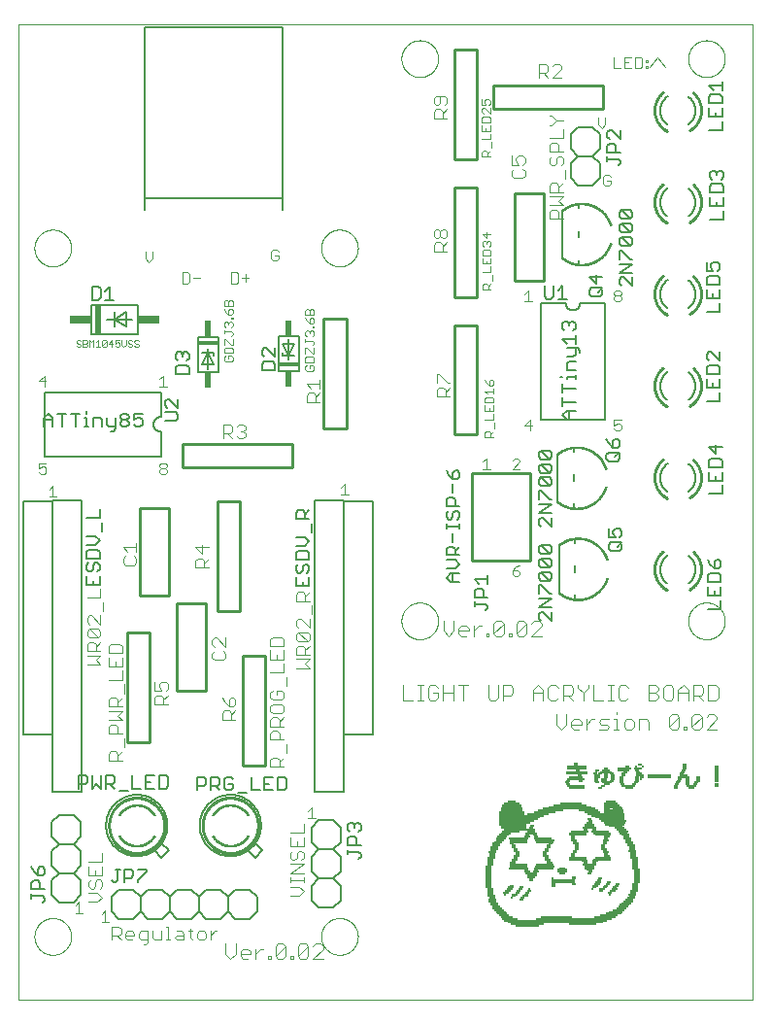
<source format=gto>
G75*
%MOIN*%
%OFA0B0*%
%FSLAX25Y25*%
%IPPOS*%
%LPD*%
%AMOC8*
5,1,8,0,0,1.08239X$1,22.5*
%
%ADD10C,0.00000*%
%ADD11C,0.00400*%
%ADD12R,0.08400X0.00600*%
%ADD13R,0.11400X0.00600*%
%ADD14R,0.09600X0.00600*%
%ADD15R,0.33000X0.00600*%
%ADD16R,0.35400X0.00600*%
%ADD17R,0.05400X0.00600*%
%ADD18R,0.26400X0.00600*%
%ADD19R,0.04200X0.00600*%
%ADD20R,0.10800X0.00600*%
%ADD21R,0.07800X0.00600*%
%ADD22R,0.03600X0.00600*%
%ADD23R,0.06000X0.00600*%
%ADD24R,0.04800X0.00600*%
%ADD25R,0.03000X0.00600*%
%ADD26R,0.01200X0.00600*%
%ADD27R,0.02400X0.00600*%
%ADD28R,0.00600X0.00600*%
%ADD29R,0.01800X0.00600*%
%ADD30R,0.06600X0.00600*%
%ADD31R,0.09000X0.00600*%
%ADD32R,0.12000X0.00600*%
%ADD33R,0.13200X0.00600*%
%ADD34R,0.14400X0.00600*%
%ADD35R,0.10200X0.00600*%
%ADD36R,0.15600X0.00600*%
%ADD37R,0.12600X0.00600*%
%ADD38R,0.07200X0.00600*%
%ADD39R,0.18000X0.00600*%
%ADD40R,0.15000X0.00600*%
%ADD41C,0.00300*%
%ADD42C,0.01000*%
%ADD43C,0.00600*%
%ADD44R,0.02000X0.10000*%
%ADD45R,0.07500X0.03000*%
%ADD46C,0.00500*%
%ADD47C,0.00200*%
%ADD48R,0.07000X0.01500*%
%ADD49R,0.02000X0.05500*%
%ADD50C,0.00060*%
%ADD51C,0.00800*%
D10*
X0001000Y0001000D02*
X0001000Y0335646D01*
X0252969Y0335646D01*
X0252969Y0001000D01*
X0001000Y0001000D01*
X0006512Y0022654D02*
X0006514Y0022812D01*
X0006520Y0022970D01*
X0006530Y0023128D01*
X0006544Y0023286D01*
X0006562Y0023443D01*
X0006583Y0023600D01*
X0006609Y0023756D01*
X0006639Y0023912D01*
X0006672Y0024067D01*
X0006710Y0024220D01*
X0006751Y0024373D01*
X0006796Y0024525D01*
X0006845Y0024676D01*
X0006898Y0024825D01*
X0006954Y0024973D01*
X0007014Y0025119D01*
X0007078Y0025264D01*
X0007146Y0025407D01*
X0007217Y0025549D01*
X0007291Y0025689D01*
X0007369Y0025826D01*
X0007451Y0025962D01*
X0007535Y0026096D01*
X0007624Y0026227D01*
X0007715Y0026356D01*
X0007810Y0026483D01*
X0007907Y0026608D01*
X0008008Y0026730D01*
X0008112Y0026849D01*
X0008219Y0026966D01*
X0008329Y0027080D01*
X0008442Y0027191D01*
X0008557Y0027300D01*
X0008675Y0027405D01*
X0008796Y0027507D01*
X0008919Y0027607D01*
X0009045Y0027703D01*
X0009173Y0027796D01*
X0009303Y0027886D01*
X0009436Y0027972D01*
X0009571Y0028056D01*
X0009707Y0028135D01*
X0009846Y0028212D01*
X0009987Y0028284D01*
X0010129Y0028354D01*
X0010273Y0028419D01*
X0010419Y0028481D01*
X0010566Y0028539D01*
X0010715Y0028594D01*
X0010865Y0028645D01*
X0011016Y0028692D01*
X0011168Y0028735D01*
X0011321Y0028774D01*
X0011476Y0028810D01*
X0011631Y0028841D01*
X0011787Y0028869D01*
X0011943Y0028893D01*
X0012100Y0028913D01*
X0012258Y0028929D01*
X0012415Y0028941D01*
X0012574Y0028949D01*
X0012732Y0028953D01*
X0012890Y0028953D01*
X0013048Y0028949D01*
X0013207Y0028941D01*
X0013364Y0028929D01*
X0013522Y0028913D01*
X0013679Y0028893D01*
X0013835Y0028869D01*
X0013991Y0028841D01*
X0014146Y0028810D01*
X0014301Y0028774D01*
X0014454Y0028735D01*
X0014606Y0028692D01*
X0014757Y0028645D01*
X0014907Y0028594D01*
X0015056Y0028539D01*
X0015203Y0028481D01*
X0015349Y0028419D01*
X0015493Y0028354D01*
X0015635Y0028284D01*
X0015776Y0028212D01*
X0015915Y0028135D01*
X0016051Y0028056D01*
X0016186Y0027972D01*
X0016319Y0027886D01*
X0016449Y0027796D01*
X0016577Y0027703D01*
X0016703Y0027607D01*
X0016826Y0027507D01*
X0016947Y0027405D01*
X0017065Y0027300D01*
X0017180Y0027191D01*
X0017293Y0027080D01*
X0017403Y0026966D01*
X0017510Y0026849D01*
X0017614Y0026730D01*
X0017715Y0026608D01*
X0017812Y0026483D01*
X0017907Y0026356D01*
X0017998Y0026227D01*
X0018087Y0026096D01*
X0018171Y0025962D01*
X0018253Y0025826D01*
X0018331Y0025689D01*
X0018405Y0025549D01*
X0018476Y0025407D01*
X0018544Y0025264D01*
X0018608Y0025119D01*
X0018668Y0024973D01*
X0018724Y0024825D01*
X0018777Y0024676D01*
X0018826Y0024525D01*
X0018871Y0024373D01*
X0018912Y0024220D01*
X0018950Y0024067D01*
X0018983Y0023912D01*
X0019013Y0023756D01*
X0019039Y0023600D01*
X0019060Y0023443D01*
X0019078Y0023286D01*
X0019092Y0023128D01*
X0019102Y0022970D01*
X0019108Y0022812D01*
X0019110Y0022654D01*
X0019108Y0022496D01*
X0019102Y0022338D01*
X0019092Y0022180D01*
X0019078Y0022022D01*
X0019060Y0021865D01*
X0019039Y0021708D01*
X0019013Y0021552D01*
X0018983Y0021396D01*
X0018950Y0021241D01*
X0018912Y0021088D01*
X0018871Y0020935D01*
X0018826Y0020783D01*
X0018777Y0020632D01*
X0018724Y0020483D01*
X0018668Y0020335D01*
X0018608Y0020189D01*
X0018544Y0020044D01*
X0018476Y0019901D01*
X0018405Y0019759D01*
X0018331Y0019619D01*
X0018253Y0019482D01*
X0018171Y0019346D01*
X0018087Y0019212D01*
X0017998Y0019081D01*
X0017907Y0018952D01*
X0017812Y0018825D01*
X0017715Y0018700D01*
X0017614Y0018578D01*
X0017510Y0018459D01*
X0017403Y0018342D01*
X0017293Y0018228D01*
X0017180Y0018117D01*
X0017065Y0018008D01*
X0016947Y0017903D01*
X0016826Y0017801D01*
X0016703Y0017701D01*
X0016577Y0017605D01*
X0016449Y0017512D01*
X0016319Y0017422D01*
X0016186Y0017336D01*
X0016051Y0017252D01*
X0015915Y0017173D01*
X0015776Y0017096D01*
X0015635Y0017024D01*
X0015493Y0016954D01*
X0015349Y0016889D01*
X0015203Y0016827D01*
X0015056Y0016769D01*
X0014907Y0016714D01*
X0014757Y0016663D01*
X0014606Y0016616D01*
X0014454Y0016573D01*
X0014301Y0016534D01*
X0014146Y0016498D01*
X0013991Y0016467D01*
X0013835Y0016439D01*
X0013679Y0016415D01*
X0013522Y0016395D01*
X0013364Y0016379D01*
X0013207Y0016367D01*
X0013048Y0016359D01*
X0012890Y0016355D01*
X0012732Y0016355D01*
X0012574Y0016359D01*
X0012415Y0016367D01*
X0012258Y0016379D01*
X0012100Y0016395D01*
X0011943Y0016415D01*
X0011787Y0016439D01*
X0011631Y0016467D01*
X0011476Y0016498D01*
X0011321Y0016534D01*
X0011168Y0016573D01*
X0011016Y0016616D01*
X0010865Y0016663D01*
X0010715Y0016714D01*
X0010566Y0016769D01*
X0010419Y0016827D01*
X0010273Y0016889D01*
X0010129Y0016954D01*
X0009987Y0017024D01*
X0009846Y0017096D01*
X0009707Y0017173D01*
X0009571Y0017252D01*
X0009436Y0017336D01*
X0009303Y0017422D01*
X0009173Y0017512D01*
X0009045Y0017605D01*
X0008919Y0017701D01*
X0008796Y0017801D01*
X0008675Y0017903D01*
X0008557Y0018008D01*
X0008442Y0018117D01*
X0008329Y0018228D01*
X0008219Y0018342D01*
X0008112Y0018459D01*
X0008008Y0018578D01*
X0007907Y0018700D01*
X0007810Y0018825D01*
X0007715Y0018952D01*
X0007624Y0019081D01*
X0007535Y0019212D01*
X0007451Y0019346D01*
X0007369Y0019482D01*
X0007291Y0019619D01*
X0007217Y0019759D01*
X0007146Y0019901D01*
X0007078Y0020044D01*
X0007014Y0020189D01*
X0006954Y0020335D01*
X0006898Y0020483D01*
X0006845Y0020632D01*
X0006796Y0020783D01*
X0006751Y0020935D01*
X0006710Y0021088D01*
X0006672Y0021241D01*
X0006639Y0021396D01*
X0006609Y0021552D01*
X0006583Y0021708D01*
X0006562Y0021865D01*
X0006544Y0022022D01*
X0006530Y0022180D01*
X0006520Y0022338D01*
X0006514Y0022496D01*
X0006512Y0022654D01*
X0104937Y0022654D02*
X0104939Y0022812D01*
X0104945Y0022970D01*
X0104955Y0023128D01*
X0104969Y0023286D01*
X0104987Y0023443D01*
X0105008Y0023600D01*
X0105034Y0023756D01*
X0105064Y0023912D01*
X0105097Y0024067D01*
X0105135Y0024220D01*
X0105176Y0024373D01*
X0105221Y0024525D01*
X0105270Y0024676D01*
X0105323Y0024825D01*
X0105379Y0024973D01*
X0105439Y0025119D01*
X0105503Y0025264D01*
X0105571Y0025407D01*
X0105642Y0025549D01*
X0105716Y0025689D01*
X0105794Y0025826D01*
X0105876Y0025962D01*
X0105960Y0026096D01*
X0106049Y0026227D01*
X0106140Y0026356D01*
X0106235Y0026483D01*
X0106332Y0026608D01*
X0106433Y0026730D01*
X0106537Y0026849D01*
X0106644Y0026966D01*
X0106754Y0027080D01*
X0106867Y0027191D01*
X0106982Y0027300D01*
X0107100Y0027405D01*
X0107221Y0027507D01*
X0107344Y0027607D01*
X0107470Y0027703D01*
X0107598Y0027796D01*
X0107728Y0027886D01*
X0107861Y0027972D01*
X0107996Y0028056D01*
X0108132Y0028135D01*
X0108271Y0028212D01*
X0108412Y0028284D01*
X0108554Y0028354D01*
X0108698Y0028419D01*
X0108844Y0028481D01*
X0108991Y0028539D01*
X0109140Y0028594D01*
X0109290Y0028645D01*
X0109441Y0028692D01*
X0109593Y0028735D01*
X0109746Y0028774D01*
X0109901Y0028810D01*
X0110056Y0028841D01*
X0110212Y0028869D01*
X0110368Y0028893D01*
X0110525Y0028913D01*
X0110683Y0028929D01*
X0110840Y0028941D01*
X0110999Y0028949D01*
X0111157Y0028953D01*
X0111315Y0028953D01*
X0111473Y0028949D01*
X0111632Y0028941D01*
X0111789Y0028929D01*
X0111947Y0028913D01*
X0112104Y0028893D01*
X0112260Y0028869D01*
X0112416Y0028841D01*
X0112571Y0028810D01*
X0112726Y0028774D01*
X0112879Y0028735D01*
X0113031Y0028692D01*
X0113182Y0028645D01*
X0113332Y0028594D01*
X0113481Y0028539D01*
X0113628Y0028481D01*
X0113774Y0028419D01*
X0113918Y0028354D01*
X0114060Y0028284D01*
X0114201Y0028212D01*
X0114340Y0028135D01*
X0114476Y0028056D01*
X0114611Y0027972D01*
X0114744Y0027886D01*
X0114874Y0027796D01*
X0115002Y0027703D01*
X0115128Y0027607D01*
X0115251Y0027507D01*
X0115372Y0027405D01*
X0115490Y0027300D01*
X0115605Y0027191D01*
X0115718Y0027080D01*
X0115828Y0026966D01*
X0115935Y0026849D01*
X0116039Y0026730D01*
X0116140Y0026608D01*
X0116237Y0026483D01*
X0116332Y0026356D01*
X0116423Y0026227D01*
X0116512Y0026096D01*
X0116596Y0025962D01*
X0116678Y0025826D01*
X0116756Y0025689D01*
X0116830Y0025549D01*
X0116901Y0025407D01*
X0116969Y0025264D01*
X0117033Y0025119D01*
X0117093Y0024973D01*
X0117149Y0024825D01*
X0117202Y0024676D01*
X0117251Y0024525D01*
X0117296Y0024373D01*
X0117337Y0024220D01*
X0117375Y0024067D01*
X0117408Y0023912D01*
X0117438Y0023756D01*
X0117464Y0023600D01*
X0117485Y0023443D01*
X0117503Y0023286D01*
X0117517Y0023128D01*
X0117527Y0022970D01*
X0117533Y0022812D01*
X0117535Y0022654D01*
X0117533Y0022496D01*
X0117527Y0022338D01*
X0117517Y0022180D01*
X0117503Y0022022D01*
X0117485Y0021865D01*
X0117464Y0021708D01*
X0117438Y0021552D01*
X0117408Y0021396D01*
X0117375Y0021241D01*
X0117337Y0021088D01*
X0117296Y0020935D01*
X0117251Y0020783D01*
X0117202Y0020632D01*
X0117149Y0020483D01*
X0117093Y0020335D01*
X0117033Y0020189D01*
X0116969Y0020044D01*
X0116901Y0019901D01*
X0116830Y0019759D01*
X0116756Y0019619D01*
X0116678Y0019482D01*
X0116596Y0019346D01*
X0116512Y0019212D01*
X0116423Y0019081D01*
X0116332Y0018952D01*
X0116237Y0018825D01*
X0116140Y0018700D01*
X0116039Y0018578D01*
X0115935Y0018459D01*
X0115828Y0018342D01*
X0115718Y0018228D01*
X0115605Y0018117D01*
X0115490Y0018008D01*
X0115372Y0017903D01*
X0115251Y0017801D01*
X0115128Y0017701D01*
X0115002Y0017605D01*
X0114874Y0017512D01*
X0114744Y0017422D01*
X0114611Y0017336D01*
X0114476Y0017252D01*
X0114340Y0017173D01*
X0114201Y0017096D01*
X0114060Y0017024D01*
X0113918Y0016954D01*
X0113774Y0016889D01*
X0113628Y0016827D01*
X0113481Y0016769D01*
X0113332Y0016714D01*
X0113182Y0016663D01*
X0113031Y0016616D01*
X0112879Y0016573D01*
X0112726Y0016534D01*
X0112571Y0016498D01*
X0112416Y0016467D01*
X0112260Y0016439D01*
X0112104Y0016415D01*
X0111947Y0016395D01*
X0111789Y0016379D01*
X0111632Y0016367D01*
X0111473Y0016359D01*
X0111315Y0016355D01*
X0111157Y0016355D01*
X0110999Y0016359D01*
X0110840Y0016367D01*
X0110683Y0016379D01*
X0110525Y0016395D01*
X0110368Y0016415D01*
X0110212Y0016439D01*
X0110056Y0016467D01*
X0109901Y0016498D01*
X0109746Y0016534D01*
X0109593Y0016573D01*
X0109441Y0016616D01*
X0109290Y0016663D01*
X0109140Y0016714D01*
X0108991Y0016769D01*
X0108844Y0016827D01*
X0108698Y0016889D01*
X0108554Y0016954D01*
X0108412Y0017024D01*
X0108271Y0017096D01*
X0108132Y0017173D01*
X0107996Y0017252D01*
X0107861Y0017336D01*
X0107728Y0017422D01*
X0107598Y0017512D01*
X0107470Y0017605D01*
X0107344Y0017701D01*
X0107221Y0017801D01*
X0107100Y0017903D01*
X0106982Y0018008D01*
X0106867Y0018117D01*
X0106754Y0018228D01*
X0106644Y0018342D01*
X0106537Y0018459D01*
X0106433Y0018578D01*
X0106332Y0018700D01*
X0106235Y0018825D01*
X0106140Y0018952D01*
X0106049Y0019081D01*
X0105960Y0019212D01*
X0105876Y0019346D01*
X0105794Y0019482D01*
X0105716Y0019619D01*
X0105642Y0019759D01*
X0105571Y0019901D01*
X0105503Y0020044D01*
X0105439Y0020189D01*
X0105379Y0020335D01*
X0105323Y0020483D01*
X0105270Y0020632D01*
X0105221Y0020783D01*
X0105176Y0020935D01*
X0105135Y0021088D01*
X0105097Y0021241D01*
X0105064Y0021396D01*
X0105034Y0021552D01*
X0105008Y0021708D01*
X0104987Y0021865D01*
X0104969Y0022022D01*
X0104955Y0022180D01*
X0104945Y0022338D01*
X0104939Y0022496D01*
X0104937Y0022654D01*
X0132496Y0130921D02*
X0132498Y0131079D01*
X0132504Y0131237D01*
X0132514Y0131395D01*
X0132528Y0131553D01*
X0132546Y0131710D01*
X0132567Y0131867D01*
X0132593Y0132023D01*
X0132623Y0132179D01*
X0132656Y0132334D01*
X0132694Y0132487D01*
X0132735Y0132640D01*
X0132780Y0132792D01*
X0132829Y0132943D01*
X0132882Y0133092D01*
X0132938Y0133240D01*
X0132998Y0133386D01*
X0133062Y0133531D01*
X0133130Y0133674D01*
X0133201Y0133816D01*
X0133275Y0133956D01*
X0133353Y0134093D01*
X0133435Y0134229D01*
X0133519Y0134363D01*
X0133608Y0134494D01*
X0133699Y0134623D01*
X0133794Y0134750D01*
X0133891Y0134875D01*
X0133992Y0134997D01*
X0134096Y0135116D01*
X0134203Y0135233D01*
X0134313Y0135347D01*
X0134426Y0135458D01*
X0134541Y0135567D01*
X0134659Y0135672D01*
X0134780Y0135774D01*
X0134903Y0135874D01*
X0135029Y0135970D01*
X0135157Y0136063D01*
X0135287Y0136153D01*
X0135420Y0136239D01*
X0135555Y0136323D01*
X0135691Y0136402D01*
X0135830Y0136479D01*
X0135971Y0136551D01*
X0136113Y0136621D01*
X0136257Y0136686D01*
X0136403Y0136748D01*
X0136550Y0136806D01*
X0136699Y0136861D01*
X0136849Y0136912D01*
X0137000Y0136959D01*
X0137152Y0137002D01*
X0137305Y0137041D01*
X0137460Y0137077D01*
X0137615Y0137108D01*
X0137771Y0137136D01*
X0137927Y0137160D01*
X0138084Y0137180D01*
X0138242Y0137196D01*
X0138399Y0137208D01*
X0138558Y0137216D01*
X0138716Y0137220D01*
X0138874Y0137220D01*
X0139032Y0137216D01*
X0139191Y0137208D01*
X0139348Y0137196D01*
X0139506Y0137180D01*
X0139663Y0137160D01*
X0139819Y0137136D01*
X0139975Y0137108D01*
X0140130Y0137077D01*
X0140285Y0137041D01*
X0140438Y0137002D01*
X0140590Y0136959D01*
X0140741Y0136912D01*
X0140891Y0136861D01*
X0141040Y0136806D01*
X0141187Y0136748D01*
X0141333Y0136686D01*
X0141477Y0136621D01*
X0141619Y0136551D01*
X0141760Y0136479D01*
X0141899Y0136402D01*
X0142035Y0136323D01*
X0142170Y0136239D01*
X0142303Y0136153D01*
X0142433Y0136063D01*
X0142561Y0135970D01*
X0142687Y0135874D01*
X0142810Y0135774D01*
X0142931Y0135672D01*
X0143049Y0135567D01*
X0143164Y0135458D01*
X0143277Y0135347D01*
X0143387Y0135233D01*
X0143494Y0135116D01*
X0143598Y0134997D01*
X0143699Y0134875D01*
X0143796Y0134750D01*
X0143891Y0134623D01*
X0143982Y0134494D01*
X0144071Y0134363D01*
X0144155Y0134229D01*
X0144237Y0134093D01*
X0144315Y0133956D01*
X0144389Y0133816D01*
X0144460Y0133674D01*
X0144528Y0133531D01*
X0144592Y0133386D01*
X0144652Y0133240D01*
X0144708Y0133092D01*
X0144761Y0132943D01*
X0144810Y0132792D01*
X0144855Y0132640D01*
X0144896Y0132487D01*
X0144934Y0132334D01*
X0144967Y0132179D01*
X0144997Y0132023D01*
X0145023Y0131867D01*
X0145044Y0131710D01*
X0145062Y0131553D01*
X0145076Y0131395D01*
X0145086Y0131237D01*
X0145092Y0131079D01*
X0145094Y0130921D01*
X0145092Y0130763D01*
X0145086Y0130605D01*
X0145076Y0130447D01*
X0145062Y0130289D01*
X0145044Y0130132D01*
X0145023Y0129975D01*
X0144997Y0129819D01*
X0144967Y0129663D01*
X0144934Y0129508D01*
X0144896Y0129355D01*
X0144855Y0129202D01*
X0144810Y0129050D01*
X0144761Y0128899D01*
X0144708Y0128750D01*
X0144652Y0128602D01*
X0144592Y0128456D01*
X0144528Y0128311D01*
X0144460Y0128168D01*
X0144389Y0128026D01*
X0144315Y0127886D01*
X0144237Y0127749D01*
X0144155Y0127613D01*
X0144071Y0127479D01*
X0143982Y0127348D01*
X0143891Y0127219D01*
X0143796Y0127092D01*
X0143699Y0126967D01*
X0143598Y0126845D01*
X0143494Y0126726D01*
X0143387Y0126609D01*
X0143277Y0126495D01*
X0143164Y0126384D01*
X0143049Y0126275D01*
X0142931Y0126170D01*
X0142810Y0126068D01*
X0142687Y0125968D01*
X0142561Y0125872D01*
X0142433Y0125779D01*
X0142303Y0125689D01*
X0142170Y0125603D01*
X0142035Y0125519D01*
X0141899Y0125440D01*
X0141760Y0125363D01*
X0141619Y0125291D01*
X0141477Y0125221D01*
X0141333Y0125156D01*
X0141187Y0125094D01*
X0141040Y0125036D01*
X0140891Y0124981D01*
X0140741Y0124930D01*
X0140590Y0124883D01*
X0140438Y0124840D01*
X0140285Y0124801D01*
X0140130Y0124765D01*
X0139975Y0124734D01*
X0139819Y0124706D01*
X0139663Y0124682D01*
X0139506Y0124662D01*
X0139348Y0124646D01*
X0139191Y0124634D01*
X0139032Y0124626D01*
X0138874Y0124622D01*
X0138716Y0124622D01*
X0138558Y0124626D01*
X0138399Y0124634D01*
X0138242Y0124646D01*
X0138084Y0124662D01*
X0137927Y0124682D01*
X0137771Y0124706D01*
X0137615Y0124734D01*
X0137460Y0124765D01*
X0137305Y0124801D01*
X0137152Y0124840D01*
X0137000Y0124883D01*
X0136849Y0124930D01*
X0136699Y0124981D01*
X0136550Y0125036D01*
X0136403Y0125094D01*
X0136257Y0125156D01*
X0136113Y0125221D01*
X0135971Y0125291D01*
X0135830Y0125363D01*
X0135691Y0125440D01*
X0135555Y0125519D01*
X0135420Y0125603D01*
X0135287Y0125689D01*
X0135157Y0125779D01*
X0135029Y0125872D01*
X0134903Y0125968D01*
X0134780Y0126068D01*
X0134659Y0126170D01*
X0134541Y0126275D01*
X0134426Y0126384D01*
X0134313Y0126495D01*
X0134203Y0126609D01*
X0134096Y0126726D01*
X0133992Y0126845D01*
X0133891Y0126967D01*
X0133794Y0127092D01*
X0133699Y0127219D01*
X0133608Y0127348D01*
X0133519Y0127479D01*
X0133435Y0127613D01*
X0133353Y0127749D01*
X0133275Y0127886D01*
X0133201Y0128026D01*
X0133130Y0128168D01*
X0133062Y0128311D01*
X0132998Y0128456D01*
X0132938Y0128602D01*
X0132882Y0128750D01*
X0132829Y0128899D01*
X0132780Y0129050D01*
X0132735Y0129202D01*
X0132694Y0129355D01*
X0132656Y0129508D01*
X0132623Y0129663D01*
X0132593Y0129819D01*
X0132567Y0129975D01*
X0132546Y0130132D01*
X0132528Y0130289D01*
X0132514Y0130447D01*
X0132504Y0130605D01*
X0132498Y0130763D01*
X0132496Y0130921D01*
X0104937Y0258874D02*
X0104939Y0259032D01*
X0104945Y0259190D01*
X0104955Y0259348D01*
X0104969Y0259506D01*
X0104987Y0259663D01*
X0105008Y0259820D01*
X0105034Y0259976D01*
X0105064Y0260132D01*
X0105097Y0260287D01*
X0105135Y0260440D01*
X0105176Y0260593D01*
X0105221Y0260745D01*
X0105270Y0260896D01*
X0105323Y0261045D01*
X0105379Y0261193D01*
X0105439Y0261339D01*
X0105503Y0261484D01*
X0105571Y0261627D01*
X0105642Y0261769D01*
X0105716Y0261909D01*
X0105794Y0262046D01*
X0105876Y0262182D01*
X0105960Y0262316D01*
X0106049Y0262447D01*
X0106140Y0262576D01*
X0106235Y0262703D01*
X0106332Y0262828D01*
X0106433Y0262950D01*
X0106537Y0263069D01*
X0106644Y0263186D01*
X0106754Y0263300D01*
X0106867Y0263411D01*
X0106982Y0263520D01*
X0107100Y0263625D01*
X0107221Y0263727D01*
X0107344Y0263827D01*
X0107470Y0263923D01*
X0107598Y0264016D01*
X0107728Y0264106D01*
X0107861Y0264192D01*
X0107996Y0264276D01*
X0108132Y0264355D01*
X0108271Y0264432D01*
X0108412Y0264504D01*
X0108554Y0264574D01*
X0108698Y0264639D01*
X0108844Y0264701D01*
X0108991Y0264759D01*
X0109140Y0264814D01*
X0109290Y0264865D01*
X0109441Y0264912D01*
X0109593Y0264955D01*
X0109746Y0264994D01*
X0109901Y0265030D01*
X0110056Y0265061D01*
X0110212Y0265089D01*
X0110368Y0265113D01*
X0110525Y0265133D01*
X0110683Y0265149D01*
X0110840Y0265161D01*
X0110999Y0265169D01*
X0111157Y0265173D01*
X0111315Y0265173D01*
X0111473Y0265169D01*
X0111632Y0265161D01*
X0111789Y0265149D01*
X0111947Y0265133D01*
X0112104Y0265113D01*
X0112260Y0265089D01*
X0112416Y0265061D01*
X0112571Y0265030D01*
X0112726Y0264994D01*
X0112879Y0264955D01*
X0113031Y0264912D01*
X0113182Y0264865D01*
X0113332Y0264814D01*
X0113481Y0264759D01*
X0113628Y0264701D01*
X0113774Y0264639D01*
X0113918Y0264574D01*
X0114060Y0264504D01*
X0114201Y0264432D01*
X0114340Y0264355D01*
X0114476Y0264276D01*
X0114611Y0264192D01*
X0114744Y0264106D01*
X0114874Y0264016D01*
X0115002Y0263923D01*
X0115128Y0263827D01*
X0115251Y0263727D01*
X0115372Y0263625D01*
X0115490Y0263520D01*
X0115605Y0263411D01*
X0115718Y0263300D01*
X0115828Y0263186D01*
X0115935Y0263069D01*
X0116039Y0262950D01*
X0116140Y0262828D01*
X0116237Y0262703D01*
X0116332Y0262576D01*
X0116423Y0262447D01*
X0116512Y0262316D01*
X0116596Y0262182D01*
X0116678Y0262046D01*
X0116756Y0261909D01*
X0116830Y0261769D01*
X0116901Y0261627D01*
X0116969Y0261484D01*
X0117033Y0261339D01*
X0117093Y0261193D01*
X0117149Y0261045D01*
X0117202Y0260896D01*
X0117251Y0260745D01*
X0117296Y0260593D01*
X0117337Y0260440D01*
X0117375Y0260287D01*
X0117408Y0260132D01*
X0117438Y0259976D01*
X0117464Y0259820D01*
X0117485Y0259663D01*
X0117503Y0259506D01*
X0117517Y0259348D01*
X0117527Y0259190D01*
X0117533Y0259032D01*
X0117535Y0258874D01*
X0117533Y0258716D01*
X0117527Y0258558D01*
X0117517Y0258400D01*
X0117503Y0258242D01*
X0117485Y0258085D01*
X0117464Y0257928D01*
X0117438Y0257772D01*
X0117408Y0257616D01*
X0117375Y0257461D01*
X0117337Y0257308D01*
X0117296Y0257155D01*
X0117251Y0257003D01*
X0117202Y0256852D01*
X0117149Y0256703D01*
X0117093Y0256555D01*
X0117033Y0256409D01*
X0116969Y0256264D01*
X0116901Y0256121D01*
X0116830Y0255979D01*
X0116756Y0255839D01*
X0116678Y0255702D01*
X0116596Y0255566D01*
X0116512Y0255432D01*
X0116423Y0255301D01*
X0116332Y0255172D01*
X0116237Y0255045D01*
X0116140Y0254920D01*
X0116039Y0254798D01*
X0115935Y0254679D01*
X0115828Y0254562D01*
X0115718Y0254448D01*
X0115605Y0254337D01*
X0115490Y0254228D01*
X0115372Y0254123D01*
X0115251Y0254021D01*
X0115128Y0253921D01*
X0115002Y0253825D01*
X0114874Y0253732D01*
X0114744Y0253642D01*
X0114611Y0253556D01*
X0114476Y0253472D01*
X0114340Y0253393D01*
X0114201Y0253316D01*
X0114060Y0253244D01*
X0113918Y0253174D01*
X0113774Y0253109D01*
X0113628Y0253047D01*
X0113481Y0252989D01*
X0113332Y0252934D01*
X0113182Y0252883D01*
X0113031Y0252836D01*
X0112879Y0252793D01*
X0112726Y0252754D01*
X0112571Y0252718D01*
X0112416Y0252687D01*
X0112260Y0252659D01*
X0112104Y0252635D01*
X0111947Y0252615D01*
X0111789Y0252599D01*
X0111632Y0252587D01*
X0111473Y0252579D01*
X0111315Y0252575D01*
X0111157Y0252575D01*
X0110999Y0252579D01*
X0110840Y0252587D01*
X0110683Y0252599D01*
X0110525Y0252615D01*
X0110368Y0252635D01*
X0110212Y0252659D01*
X0110056Y0252687D01*
X0109901Y0252718D01*
X0109746Y0252754D01*
X0109593Y0252793D01*
X0109441Y0252836D01*
X0109290Y0252883D01*
X0109140Y0252934D01*
X0108991Y0252989D01*
X0108844Y0253047D01*
X0108698Y0253109D01*
X0108554Y0253174D01*
X0108412Y0253244D01*
X0108271Y0253316D01*
X0108132Y0253393D01*
X0107996Y0253472D01*
X0107861Y0253556D01*
X0107728Y0253642D01*
X0107598Y0253732D01*
X0107470Y0253825D01*
X0107344Y0253921D01*
X0107221Y0254021D01*
X0107100Y0254123D01*
X0106982Y0254228D01*
X0106867Y0254337D01*
X0106754Y0254448D01*
X0106644Y0254562D01*
X0106537Y0254679D01*
X0106433Y0254798D01*
X0106332Y0254920D01*
X0106235Y0255045D01*
X0106140Y0255172D01*
X0106049Y0255301D01*
X0105960Y0255432D01*
X0105876Y0255566D01*
X0105794Y0255702D01*
X0105716Y0255839D01*
X0105642Y0255979D01*
X0105571Y0256121D01*
X0105503Y0256264D01*
X0105439Y0256409D01*
X0105379Y0256555D01*
X0105323Y0256703D01*
X0105270Y0256852D01*
X0105221Y0257003D01*
X0105176Y0257155D01*
X0105135Y0257308D01*
X0105097Y0257461D01*
X0105064Y0257616D01*
X0105034Y0257772D01*
X0105008Y0257928D01*
X0104987Y0258085D01*
X0104969Y0258242D01*
X0104955Y0258400D01*
X0104945Y0258558D01*
X0104939Y0258716D01*
X0104937Y0258874D01*
X0132496Y0323835D02*
X0132498Y0323993D01*
X0132504Y0324151D01*
X0132514Y0324309D01*
X0132528Y0324467D01*
X0132546Y0324624D01*
X0132567Y0324781D01*
X0132593Y0324937D01*
X0132623Y0325093D01*
X0132656Y0325248D01*
X0132694Y0325401D01*
X0132735Y0325554D01*
X0132780Y0325706D01*
X0132829Y0325857D01*
X0132882Y0326006D01*
X0132938Y0326154D01*
X0132998Y0326300D01*
X0133062Y0326445D01*
X0133130Y0326588D01*
X0133201Y0326730D01*
X0133275Y0326870D01*
X0133353Y0327007D01*
X0133435Y0327143D01*
X0133519Y0327277D01*
X0133608Y0327408D01*
X0133699Y0327537D01*
X0133794Y0327664D01*
X0133891Y0327789D01*
X0133992Y0327911D01*
X0134096Y0328030D01*
X0134203Y0328147D01*
X0134313Y0328261D01*
X0134426Y0328372D01*
X0134541Y0328481D01*
X0134659Y0328586D01*
X0134780Y0328688D01*
X0134903Y0328788D01*
X0135029Y0328884D01*
X0135157Y0328977D01*
X0135287Y0329067D01*
X0135420Y0329153D01*
X0135555Y0329237D01*
X0135691Y0329316D01*
X0135830Y0329393D01*
X0135971Y0329465D01*
X0136113Y0329535D01*
X0136257Y0329600D01*
X0136403Y0329662D01*
X0136550Y0329720D01*
X0136699Y0329775D01*
X0136849Y0329826D01*
X0137000Y0329873D01*
X0137152Y0329916D01*
X0137305Y0329955D01*
X0137460Y0329991D01*
X0137615Y0330022D01*
X0137771Y0330050D01*
X0137927Y0330074D01*
X0138084Y0330094D01*
X0138242Y0330110D01*
X0138399Y0330122D01*
X0138558Y0330130D01*
X0138716Y0330134D01*
X0138874Y0330134D01*
X0139032Y0330130D01*
X0139191Y0330122D01*
X0139348Y0330110D01*
X0139506Y0330094D01*
X0139663Y0330074D01*
X0139819Y0330050D01*
X0139975Y0330022D01*
X0140130Y0329991D01*
X0140285Y0329955D01*
X0140438Y0329916D01*
X0140590Y0329873D01*
X0140741Y0329826D01*
X0140891Y0329775D01*
X0141040Y0329720D01*
X0141187Y0329662D01*
X0141333Y0329600D01*
X0141477Y0329535D01*
X0141619Y0329465D01*
X0141760Y0329393D01*
X0141899Y0329316D01*
X0142035Y0329237D01*
X0142170Y0329153D01*
X0142303Y0329067D01*
X0142433Y0328977D01*
X0142561Y0328884D01*
X0142687Y0328788D01*
X0142810Y0328688D01*
X0142931Y0328586D01*
X0143049Y0328481D01*
X0143164Y0328372D01*
X0143277Y0328261D01*
X0143387Y0328147D01*
X0143494Y0328030D01*
X0143598Y0327911D01*
X0143699Y0327789D01*
X0143796Y0327664D01*
X0143891Y0327537D01*
X0143982Y0327408D01*
X0144071Y0327277D01*
X0144155Y0327143D01*
X0144237Y0327007D01*
X0144315Y0326870D01*
X0144389Y0326730D01*
X0144460Y0326588D01*
X0144528Y0326445D01*
X0144592Y0326300D01*
X0144652Y0326154D01*
X0144708Y0326006D01*
X0144761Y0325857D01*
X0144810Y0325706D01*
X0144855Y0325554D01*
X0144896Y0325401D01*
X0144934Y0325248D01*
X0144967Y0325093D01*
X0144997Y0324937D01*
X0145023Y0324781D01*
X0145044Y0324624D01*
X0145062Y0324467D01*
X0145076Y0324309D01*
X0145086Y0324151D01*
X0145092Y0323993D01*
X0145094Y0323835D01*
X0145092Y0323677D01*
X0145086Y0323519D01*
X0145076Y0323361D01*
X0145062Y0323203D01*
X0145044Y0323046D01*
X0145023Y0322889D01*
X0144997Y0322733D01*
X0144967Y0322577D01*
X0144934Y0322422D01*
X0144896Y0322269D01*
X0144855Y0322116D01*
X0144810Y0321964D01*
X0144761Y0321813D01*
X0144708Y0321664D01*
X0144652Y0321516D01*
X0144592Y0321370D01*
X0144528Y0321225D01*
X0144460Y0321082D01*
X0144389Y0320940D01*
X0144315Y0320800D01*
X0144237Y0320663D01*
X0144155Y0320527D01*
X0144071Y0320393D01*
X0143982Y0320262D01*
X0143891Y0320133D01*
X0143796Y0320006D01*
X0143699Y0319881D01*
X0143598Y0319759D01*
X0143494Y0319640D01*
X0143387Y0319523D01*
X0143277Y0319409D01*
X0143164Y0319298D01*
X0143049Y0319189D01*
X0142931Y0319084D01*
X0142810Y0318982D01*
X0142687Y0318882D01*
X0142561Y0318786D01*
X0142433Y0318693D01*
X0142303Y0318603D01*
X0142170Y0318517D01*
X0142035Y0318433D01*
X0141899Y0318354D01*
X0141760Y0318277D01*
X0141619Y0318205D01*
X0141477Y0318135D01*
X0141333Y0318070D01*
X0141187Y0318008D01*
X0141040Y0317950D01*
X0140891Y0317895D01*
X0140741Y0317844D01*
X0140590Y0317797D01*
X0140438Y0317754D01*
X0140285Y0317715D01*
X0140130Y0317679D01*
X0139975Y0317648D01*
X0139819Y0317620D01*
X0139663Y0317596D01*
X0139506Y0317576D01*
X0139348Y0317560D01*
X0139191Y0317548D01*
X0139032Y0317540D01*
X0138874Y0317536D01*
X0138716Y0317536D01*
X0138558Y0317540D01*
X0138399Y0317548D01*
X0138242Y0317560D01*
X0138084Y0317576D01*
X0137927Y0317596D01*
X0137771Y0317620D01*
X0137615Y0317648D01*
X0137460Y0317679D01*
X0137305Y0317715D01*
X0137152Y0317754D01*
X0137000Y0317797D01*
X0136849Y0317844D01*
X0136699Y0317895D01*
X0136550Y0317950D01*
X0136403Y0318008D01*
X0136257Y0318070D01*
X0136113Y0318135D01*
X0135971Y0318205D01*
X0135830Y0318277D01*
X0135691Y0318354D01*
X0135555Y0318433D01*
X0135420Y0318517D01*
X0135287Y0318603D01*
X0135157Y0318693D01*
X0135029Y0318786D01*
X0134903Y0318882D01*
X0134780Y0318982D01*
X0134659Y0319084D01*
X0134541Y0319189D01*
X0134426Y0319298D01*
X0134313Y0319409D01*
X0134203Y0319523D01*
X0134096Y0319640D01*
X0133992Y0319759D01*
X0133891Y0319881D01*
X0133794Y0320006D01*
X0133699Y0320133D01*
X0133608Y0320262D01*
X0133519Y0320393D01*
X0133435Y0320527D01*
X0133353Y0320663D01*
X0133275Y0320800D01*
X0133201Y0320940D01*
X0133130Y0321082D01*
X0133062Y0321225D01*
X0132998Y0321370D01*
X0132938Y0321516D01*
X0132882Y0321664D01*
X0132829Y0321813D01*
X0132780Y0321964D01*
X0132735Y0322116D01*
X0132694Y0322269D01*
X0132656Y0322422D01*
X0132623Y0322577D01*
X0132593Y0322733D01*
X0132567Y0322889D01*
X0132546Y0323046D01*
X0132528Y0323203D01*
X0132514Y0323361D01*
X0132504Y0323519D01*
X0132498Y0323677D01*
X0132496Y0323835D01*
X0230921Y0323835D02*
X0230923Y0323993D01*
X0230929Y0324151D01*
X0230939Y0324309D01*
X0230953Y0324467D01*
X0230971Y0324624D01*
X0230992Y0324781D01*
X0231018Y0324937D01*
X0231048Y0325093D01*
X0231081Y0325248D01*
X0231119Y0325401D01*
X0231160Y0325554D01*
X0231205Y0325706D01*
X0231254Y0325857D01*
X0231307Y0326006D01*
X0231363Y0326154D01*
X0231423Y0326300D01*
X0231487Y0326445D01*
X0231555Y0326588D01*
X0231626Y0326730D01*
X0231700Y0326870D01*
X0231778Y0327007D01*
X0231860Y0327143D01*
X0231944Y0327277D01*
X0232033Y0327408D01*
X0232124Y0327537D01*
X0232219Y0327664D01*
X0232316Y0327789D01*
X0232417Y0327911D01*
X0232521Y0328030D01*
X0232628Y0328147D01*
X0232738Y0328261D01*
X0232851Y0328372D01*
X0232966Y0328481D01*
X0233084Y0328586D01*
X0233205Y0328688D01*
X0233328Y0328788D01*
X0233454Y0328884D01*
X0233582Y0328977D01*
X0233712Y0329067D01*
X0233845Y0329153D01*
X0233980Y0329237D01*
X0234116Y0329316D01*
X0234255Y0329393D01*
X0234396Y0329465D01*
X0234538Y0329535D01*
X0234682Y0329600D01*
X0234828Y0329662D01*
X0234975Y0329720D01*
X0235124Y0329775D01*
X0235274Y0329826D01*
X0235425Y0329873D01*
X0235577Y0329916D01*
X0235730Y0329955D01*
X0235885Y0329991D01*
X0236040Y0330022D01*
X0236196Y0330050D01*
X0236352Y0330074D01*
X0236509Y0330094D01*
X0236667Y0330110D01*
X0236824Y0330122D01*
X0236983Y0330130D01*
X0237141Y0330134D01*
X0237299Y0330134D01*
X0237457Y0330130D01*
X0237616Y0330122D01*
X0237773Y0330110D01*
X0237931Y0330094D01*
X0238088Y0330074D01*
X0238244Y0330050D01*
X0238400Y0330022D01*
X0238555Y0329991D01*
X0238710Y0329955D01*
X0238863Y0329916D01*
X0239015Y0329873D01*
X0239166Y0329826D01*
X0239316Y0329775D01*
X0239465Y0329720D01*
X0239612Y0329662D01*
X0239758Y0329600D01*
X0239902Y0329535D01*
X0240044Y0329465D01*
X0240185Y0329393D01*
X0240324Y0329316D01*
X0240460Y0329237D01*
X0240595Y0329153D01*
X0240728Y0329067D01*
X0240858Y0328977D01*
X0240986Y0328884D01*
X0241112Y0328788D01*
X0241235Y0328688D01*
X0241356Y0328586D01*
X0241474Y0328481D01*
X0241589Y0328372D01*
X0241702Y0328261D01*
X0241812Y0328147D01*
X0241919Y0328030D01*
X0242023Y0327911D01*
X0242124Y0327789D01*
X0242221Y0327664D01*
X0242316Y0327537D01*
X0242407Y0327408D01*
X0242496Y0327277D01*
X0242580Y0327143D01*
X0242662Y0327007D01*
X0242740Y0326870D01*
X0242814Y0326730D01*
X0242885Y0326588D01*
X0242953Y0326445D01*
X0243017Y0326300D01*
X0243077Y0326154D01*
X0243133Y0326006D01*
X0243186Y0325857D01*
X0243235Y0325706D01*
X0243280Y0325554D01*
X0243321Y0325401D01*
X0243359Y0325248D01*
X0243392Y0325093D01*
X0243422Y0324937D01*
X0243448Y0324781D01*
X0243469Y0324624D01*
X0243487Y0324467D01*
X0243501Y0324309D01*
X0243511Y0324151D01*
X0243517Y0323993D01*
X0243519Y0323835D01*
X0243517Y0323677D01*
X0243511Y0323519D01*
X0243501Y0323361D01*
X0243487Y0323203D01*
X0243469Y0323046D01*
X0243448Y0322889D01*
X0243422Y0322733D01*
X0243392Y0322577D01*
X0243359Y0322422D01*
X0243321Y0322269D01*
X0243280Y0322116D01*
X0243235Y0321964D01*
X0243186Y0321813D01*
X0243133Y0321664D01*
X0243077Y0321516D01*
X0243017Y0321370D01*
X0242953Y0321225D01*
X0242885Y0321082D01*
X0242814Y0320940D01*
X0242740Y0320800D01*
X0242662Y0320663D01*
X0242580Y0320527D01*
X0242496Y0320393D01*
X0242407Y0320262D01*
X0242316Y0320133D01*
X0242221Y0320006D01*
X0242124Y0319881D01*
X0242023Y0319759D01*
X0241919Y0319640D01*
X0241812Y0319523D01*
X0241702Y0319409D01*
X0241589Y0319298D01*
X0241474Y0319189D01*
X0241356Y0319084D01*
X0241235Y0318982D01*
X0241112Y0318882D01*
X0240986Y0318786D01*
X0240858Y0318693D01*
X0240728Y0318603D01*
X0240595Y0318517D01*
X0240460Y0318433D01*
X0240324Y0318354D01*
X0240185Y0318277D01*
X0240044Y0318205D01*
X0239902Y0318135D01*
X0239758Y0318070D01*
X0239612Y0318008D01*
X0239465Y0317950D01*
X0239316Y0317895D01*
X0239166Y0317844D01*
X0239015Y0317797D01*
X0238863Y0317754D01*
X0238710Y0317715D01*
X0238555Y0317679D01*
X0238400Y0317648D01*
X0238244Y0317620D01*
X0238088Y0317596D01*
X0237931Y0317576D01*
X0237773Y0317560D01*
X0237616Y0317548D01*
X0237457Y0317540D01*
X0237299Y0317536D01*
X0237141Y0317536D01*
X0236983Y0317540D01*
X0236824Y0317548D01*
X0236667Y0317560D01*
X0236509Y0317576D01*
X0236352Y0317596D01*
X0236196Y0317620D01*
X0236040Y0317648D01*
X0235885Y0317679D01*
X0235730Y0317715D01*
X0235577Y0317754D01*
X0235425Y0317797D01*
X0235274Y0317844D01*
X0235124Y0317895D01*
X0234975Y0317950D01*
X0234828Y0318008D01*
X0234682Y0318070D01*
X0234538Y0318135D01*
X0234396Y0318205D01*
X0234255Y0318277D01*
X0234116Y0318354D01*
X0233980Y0318433D01*
X0233845Y0318517D01*
X0233712Y0318603D01*
X0233582Y0318693D01*
X0233454Y0318786D01*
X0233328Y0318882D01*
X0233205Y0318982D01*
X0233084Y0319084D01*
X0232966Y0319189D01*
X0232851Y0319298D01*
X0232738Y0319409D01*
X0232628Y0319523D01*
X0232521Y0319640D01*
X0232417Y0319759D01*
X0232316Y0319881D01*
X0232219Y0320006D01*
X0232124Y0320133D01*
X0232033Y0320262D01*
X0231944Y0320393D01*
X0231860Y0320527D01*
X0231778Y0320663D01*
X0231700Y0320800D01*
X0231626Y0320940D01*
X0231555Y0321082D01*
X0231487Y0321225D01*
X0231423Y0321370D01*
X0231363Y0321516D01*
X0231307Y0321664D01*
X0231254Y0321813D01*
X0231205Y0321964D01*
X0231160Y0322116D01*
X0231119Y0322269D01*
X0231081Y0322422D01*
X0231048Y0322577D01*
X0231018Y0322733D01*
X0230992Y0322889D01*
X0230971Y0323046D01*
X0230953Y0323203D01*
X0230939Y0323361D01*
X0230929Y0323519D01*
X0230923Y0323677D01*
X0230921Y0323835D01*
X0230921Y0130921D02*
X0230923Y0131079D01*
X0230929Y0131237D01*
X0230939Y0131395D01*
X0230953Y0131553D01*
X0230971Y0131710D01*
X0230992Y0131867D01*
X0231018Y0132023D01*
X0231048Y0132179D01*
X0231081Y0132334D01*
X0231119Y0132487D01*
X0231160Y0132640D01*
X0231205Y0132792D01*
X0231254Y0132943D01*
X0231307Y0133092D01*
X0231363Y0133240D01*
X0231423Y0133386D01*
X0231487Y0133531D01*
X0231555Y0133674D01*
X0231626Y0133816D01*
X0231700Y0133956D01*
X0231778Y0134093D01*
X0231860Y0134229D01*
X0231944Y0134363D01*
X0232033Y0134494D01*
X0232124Y0134623D01*
X0232219Y0134750D01*
X0232316Y0134875D01*
X0232417Y0134997D01*
X0232521Y0135116D01*
X0232628Y0135233D01*
X0232738Y0135347D01*
X0232851Y0135458D01*
X0232966Y0135567D01*
X0233084Y0135672D01*
X0233205Y0135774D01*
X0233328Y0135874D01*
X0233454Y0135970D01*
X0233582Y0136063D01*
X0233712Y0136153D01*
X0233845Y0136239D01*
X0233980Y0136323D01*
X0234116Y0136402D01*
X0234255Y0136479D01*
X0234396Y0136551D01*
X0234538Y0136621D01*
X0234682Y0136686D01*
X0234828Y0136748D01*
X0234975Y0136806D01*
X0235124Y0136861D01*
X0235274Y0136912D01*
X0235425Y0136959D01*
X0235577Y0137002D01*
X0235730Y0137041D01*
X0235885Y0137077D01*
X0236040Y0137108D01*
X0236196Y0137136D01*
X0236352Y0137160D01*
X0236509Y0137180D01*
X0236667Y0137196D01*
X0236824Y0137208D01*
X0236983Y0137216D01*
X0237141Y0137220D01*
X0237299Y0137220D01*
X0237457Y0137216D01*
X0237616Y0137208D01*
X0237773Y0137196D01*
X0237931Y0137180D01*
X0238088Y0137160D01*
X0238244Y0137136D01*
X0238400Y0137108D01*
X0238555Y0137077D01*
X0238710Y0137041D01*
X0238863Y0137002D01*
X0239015Y0136959D01*
X0239166Y0136912D01*
X0239316Y0136861D01*
X0239465Y0136806D01*
X0239612Y0136748D01*
X0239758Y0136686D01*
X0239902Y0136621D01*
X0240044Y0136551D01*
X0240185Y0136479D01*
X0240324Y0136402D01*
X0240460Y0136323D01*
X0240595Y0136239D01*
X0240728Y0136153D01*
X0240858Y0136063D01*
X0240986Y0135970D01*
X0241112Y0135874D01*
X0241235Y0135774D01*
X0241356Y0135672D01*
X0241474Y0135567D01*
X0241589Y0135458D01*
X0241702Y0135347D01*
X0241812Y0135233D01*
X0241919Y0135116D01*
X0242023Y0134997D01*
X0242124Y0134875D01*
X0242221Y0134750D01*
X0242316Y0134623D01*
X0242407Y0134494D01*
X0242496Y0134363D01*
X0242580Y0134229D01*
X0242662Y0134093D01*
X0242740Y0133956D01*
X0242814Y0133816D01*
X0242885Y0133674D01*
X0242953Y0133531D01*
X0243017Y0133386D01*
X0243077Y0133240D01*
X0243133Y0133092D01*
X0243186Y0132943D01*
X0243235Y0132792D01*
X0243280Y0132640D01*
X0243321Y0132487D01*
X0243359Y0132334D01*
X0243392Y0132179D01*
X0243422Y0132023D01*
X0243448Y0131867D01*
X0243469Y0131710D01*
X0243487Y0131553D01*
X0243501Y0131395D01*
X0243511Y0131237D01*
X0243517Y0131079D01*
X0243519Y0130921D01*
X0243517Y0130763D01*
X0243511Y0130605D01*
X0243501Y0130447D01*
X0243487Y0130289D01*
X0243469Y0130132D01*
X0243448Y0129975D01*
X0243422Y0129819D01*
X0243392Y0129663D01*
X0243359Y0129508D01*
X0243321Y0129355D01*
X0243280Y0129202D01*
X0243235Y0129050D01*
X0243186Y0128899D01*
X0243133Y0128750D01*
X0243077Y0128602D01*
X0243017Y0128456D01*
X0242953Y0128311D01*
X0242885Y0128168D01*
X0242814Y0128026D01*
X0242740Y0127886D01*
X0242662Y0127749D01*
X0242580Y0127613D01*
X0242496Y0127479D01*
X0242407Y0127348D01*
X0242316Y0127219D01*
X0242221Y0127092D01*
X0242124Y0126967D01*
X0242023Y0126845D01*
X0241919Y0126726D01*
X0241812Y0126609D01*
X0241702Y0126495D01*
X0241589Y0126384D01*
X0241474Y0126275D01*
X0241356Y0126170D01*
X0241235Y0126068D01*
X0241112Y0125968D01*
X0240986Y0125872D01*
X0240858Y0125779D01*
X0240728Y0125689D01*
X0240595Y0125603D01*
X0240460Y0125519D01*
X0240324Y0125440D01*
X0240185Y0125363D01*
X0240044Y0125291D01*
X0239902Y0125221D01*
X0239758Y0125156D01*
X0239612Y0125094D01*
X0239465Y0125036D01*
X0239316Y0124981D01*
X0239166Y0124930D01*
X0239015Y0124883D01*
X0238863Y0124840D01*
X0238710Y0124801D01*
X0238555Y0124765D01*
X0238400Y0124734D01*
X0238244Y0124706D01*
X0238088Y0124682D01*
X0237931Y0124662D01*
X0237773Y0124646D01*
X0237616Y0124634D01*
X0237457Y0124626D01*
X0237299Y0124622D01*
X0237141Y0124622D01*
X0236983Y0124626D01*
X0236824Y0124634D01*
X0236667Y0124646D01*
X0236509Y0124662D01*
X0236352Y0124682D01*
X0236196Y0124706D01*
X0236040Y0124734D01*
X0235885Y0124765D01*
X0235730Y0124801D01*
X0235577Y0124840D01*
X0235425Y0124883D01*
X0235274Y0124930D01*
X0235124Y0124981D01*
X0234975Y0125036D01*
X0234828Y0125094D01*
X0234682Y0125156D01*
X0234538Y0125221D01*
X0234396Y0125291D01*
X0234255Y0125363D01*
X0234116Y0125440D01*
X0233980Y0125519D01*
X0233845Y0125603D01*
X0233712Y0125689D01*
X0233582Y0125779D01*
X0233454Y0125872D01*
X0233328Y0125968D01*
X0233205Y0126068D01*
X0233084Y0126170D01*
X0232966Y0126275D01*
X0232851Y0126384D01*
X0232738Y0126495D01*
X0232628Y0126609D01*
X0232521Y0126726D01*
X0232417Y0126845D01*
X0232316Y0126967D01*
X0232219Y0127092D01*
X0232124Y0127219D01*
X0232033Y0127348D01*
X0231944Y0127479D01*
X0231860Y0127613D01*
X0231778Y0127749D01*
X0231700Y0127886D01*
X0231626Y0128026D01*
X0231555Y0128168D01*
X0231487Y0128311D01*
X0231423Y0128456D01*
X0231363Y0128602D01*
X0231307Y0128750D01*
X0231254Y0128899D01*
X0231205Y0129050D01*
X0231160Y0129202D01*
X0231119Y0129355D01*
X0231081Y0129508D01*
X0231048Y0129663D01*
X0231018Y0129819D01*
X0230992Y0129975D01*
X0230971Y0130132D01*
X0230953Y0130289D01*
X0230939Y0130447D01*
X0230929Y0130605D01*
X0230923Y0130763D01*
X0230921Y0130921D01*
X0006512Y0258874D02*
X0006514Y0259032D01*
X0006520Y0259190D01*
X0006530Y0259348D01*
X0006544Y0259506D01*
X0006562Y0259663D01*
X0006583Y0259820D01*
X0006609Y0259976D01*
X0006639Y0260132D01*
X0006672Y0260287D01*
X0006710Y0260440D01*
X0006751Y0260593D01*
X0006796Y0260745D01*
X0006845Y0260896D01*
X0006898Y0261045D01*
X0006954Y0261193D01*
X0007014Y0261339D01*
X0007078Y0261484D01*
X0007146Y0261627D01*
X0007217Y0261769D01*
X0007291Y0261909D01*
X0007369Y0262046D01*
X0007451Y0262182D01*
X0007535Y0262316D01*
X0007624Y0262447D01*
X0007715Y0262576D01*
X0007810Y0262703D01*
X0007907Y0262828D01*
X0008008Y0262950D01*
X0008112Y0263069D01*
X0008219Y0263186D01*
X0008329Y0263300D01*
X0008442Y0263411D01*
X0008557Y0263520D01*
X0008675Y0263625D01*
X0008796Y0263727D01*
X0008919Y0263827D01*
X0009045Y0263923D01*
X0009173Y0264016D01*
X0009303Y0264106D01*
X0009436Y0264192D01*
X0009571Y0264276D01*
X0009707Y0264355D01*
X0009846Y0264432D01*
X0009987Y0264504D01*
X0010129Y0264574D01*
X0010273Y0264639D01*
X0010419Y0264701D01*
X0010566Y0264759D01*
X0010715Y0264814D01*
X0010865Y0264865D01*
X0011016Y0264912D01*
X0011168Y0264955D01*
X0011321Y0264994D01*
X0011476Y0265030D01*
X0011631Y0265061D01*
X0011787Y0265089D01*
X0011943Y0265113D01*
X0012100Y0265133D01*
X0012258Y0265149D01*
X0012415Y0265161D01*
X0012574Y0265169D01*
X0012732Y0265173D01*
X0012890Y0265173D01*
X0013048Y0265169D01*
X0013207Y0265161D01*
X0013364Y0265149D01*
X0013522Y0265133D01*
X0013679Y0265113D01*
X0013835Y0265089D01*
X0013991Y0265061D01*
X0014146Y0265030D01*
X0014301Y0264994D01*
X0014454Y0264955D01*
X0014606Y0264912D01*
X0014757Y0264865D01*
X0014907Y0264814D01*
X0015056Y0264759D01*
X0015203Y0264701D01*
X0015349Y0264639D01*
X0015493Y0264574D01*
X0015635Y0264504D01*
X0015776Y0264432D01*
X0015915Y0264355D01*
X0016051Y0264276D01*
X0016186Y0264192D01*
X0016319Y0264106D01*
X0016449Y0264016D01*
X0016577Y0263923D01*
X0016703Y0263827D01*
X0016826Y0263727D01*
X0016947Y0263625D01*
X0017065Y0263520D01*
X0017180Y0263411D01*
X0017293Y0263300D01*
X0017403Y0263186D01*
X0017510Y0263069D01*
X0017614Y0262950D01*
X0017715Y0262828D01*
X0017812Y0262703D01*
X0017907Y0262576D01*
X0017998Y0262447D01*
X0018087Y0262316D01*
X0018171Y0262182D01*
X0018253Y0262046D01*
X0018331Y0261909D01*
X0018405Y0261769D01*
X0018476Y0261627D01*
X0018544Y0261484D01*
X0018608Y0261339D01*
X0018668Y0261193D01*
X0018724Y0261045D01*
X0018777Y0260896D01*
X0018826Y0260745D01*
X0018871Y0260593D01*
X0018912Y0260440D01*
X0018950Y0260287D01*
X0018983Y0260132D01*
X0019013Y0259976D01*
X0019039Y0259820D01*
X0019060Y0259663D01*
X0019078Y0259506D01*
X0019092Y0259348D01*
X0019102Y0259190D01*
X0019108Y0259032D01*
X0019110Y0258874D01*
X0019108Y0258716D01*
X0019102Y0258558D01*
X0019092Y0258400D01*
X0019078Y0258242D01*
X0019060Y0258085D01*
X0019039Y0257928D01*
X0019013Y0257772D01*
X0018983Y0257616D01*
X0018950Y0257461D01*
X0018912Y0257308D01*
X0018871Y0257155D01*
X0018826Y0257003D01*
X0018777Y0256852D01*
X0018724Y0256703D01*
X0018668Y0256555D01*
X0018608Y0256409D01*
X0018544Y0256264D01*
X0018476Y0256121D01*
X0018405Y0255979D01*
X0018331Y0255839D01*
X0018253Y0255702D01*
X0018171Y0255566D01*
X0018087Y0255432D01*
X0017998Y0255301D01*
X0017907Y0255172D01*
X0017812Y0255045D01*
X0017715Y0254920D01*
X0017614Y0254798D01*
X0017510Y0254679D01*
X0017403Y0254562D01*
X0017293Y0254448D01*
X0017180Y0254337D01*
X0017065Y0254228D01*
X0016947Y0254123D01*
X0016826Y0254021D01*
X0016703Y0253921D01*
X0016577Y0253825D01*
X0016449Y0253732D01*
X0016319Y0253642D01*
X0016186Y0253556D01*
X0016051Y0253472D01*
X0015915Y0253393D01*
X0015776Y0253316D01*
X0015635Y0253244D01*
X0015493Y0253174D01*
X0015349Y0253109D01*
X0015203Y0253047D01*
X0015056Y0252989D01*
X0014907Y0252934D01*
X0014757Y0252883D01*
X0014606Y0252836D01*
X0014454Y0252793D01*
X0014301Y0252754D01*
X0014146Y0252718D01*
X0013991Y0252687D01*
X0013835Y0252659D01*
X0013679Y0252635D01*
X0013522Y0252615D01*
X0013364Y0252599D01*
X0013207Y0252587D01*
X0013048Y0252579D01*
X0012890Y0252575D01*
X0012732Y0252575D01*
X0012574Y0252579D01*
X0012415Y0252587D01*
X0012258Y0252599D01*
X0012100Y0252615D01*
X0011943Y0252635D01*
X0011787Y0252659D01*
X0011631Y0252687D01*
X0011476Y0252718D01*
X0011321Y0252754D01*
X0011168Y0252793D01*
X0011016Y0252836D01*
X0010865Y0252883D01*
X0010715Y0252934D01*
X0010566Y0252989D01*
X0010419Y0253047D01*
X0010273Y0253109D01*
X0010129Y0253174D01*
X0009987Y0253244D01*
X0009846Y0253316D01*
X0009707Y0253393D01*
X0009571Y0253472D01*
X0009436Y0253556D01*
X0009303Y0253642D01*
X0009173Y0253732D01*
X0009045Y0253825D01*
X0008919Y0253921D01*
X0008796Y0254021D01*
X0008675Y0254123D01*
X0008557Y0254228D01*
X0008442Y0254337D01*
X0008329Y0254448D01*
X0008219Y0254562D01*
X0008112Y0254679D01*
X0008008Y0254798D01*
X0007907Y0254920D01*
X0007810Y0255045D01*
X0007715Y0255172D01*
X0007624Y0255301D01*
X0007535Y0255432D01*
X0007451Y0255566D01*
X0007369Y0255702D01*
X0007291Y0255839D01*
X0007217Y0255979D01*
X0007146Y0256121D01*
X0007078Y0256264D01*
X0007014Y0256409D01*
X0006954Y0256555D01*
X0006898Y0256703D01*
X0006845Y0256852D01*
X0006796Y0257003D01*
X0006751Y0257155D01*
X0006710Y0257308D01*
X0006672Y0257461D01*
X0006639Y0257616D01*
X0006609Y0257772D01*
X0006583Y0257928D01*
X0006562Y0258085D01*
X0006544Y0258242D01*
X0006530Y0258400D01*
X0006520Y0258558D01*
X0006514Y0258716D01*
X0006512Y0258874D01*
D11*
X0071283Y0198284D02*
X0071283Y0193680D01*
X0071283Y0195215D02*
X0073585Y0195215D01*
X0074353Y0195982D01*
X0074353Y0197517D01*
X0073585Y0198284D01*
X0071283Y0198284D01*
X0072818Y0195215D02*
X0074353Y0193680D01*
X0075887Y0194448D02*
X0076655Y0193680D01*
X0078189Y0193680D01*
X0078957Y0194448D01*
X0078957Y0195215D01*
X0078189Y0195982D01*
X0077422Y0195982D01*
X0078189Y0195982D02*
X0078957Y0196750D01*
X0078957Y0197517D01*
X0078189Y0198284D01*
X0076655Y0198284D01*
X0075887Y0197517D01*
X0099922Y0206090D02*
X0099922Y0208392D01*
X0100689Y0209159D01*
X0102224Y0209159D01*
X0102991Y0208392D01*
X0102991Y0206090D01*
X0102991Y0207625D02*
X0104526Y0209159D01*
X0104526Y0210694D02*
X0104526Y0213763D01*
X0104526Y0212229D02*
X0099922Y0212229D01*
X0101457Y0210694D01*
X0099922Y0206090D02*
X0104526Y0206090D01*
X0144533Y0207879D02*
X0144533Y0210181D01*
X0145300Y0210948D01*
X0146835Y0210948D01*
X0147602Y0210181D01*
X0147602Y0207879D01*
X0147602Y0209413D02*
X0149137Y0210948D01*
X0149137Y0212483D02*
X0148370Y0212483D01*
X0145300Y0215552D01*
X0144533Y0215552D01*
X0144533Y0212483D01*
X0144533Y0207879D02*
X0149137Y0207879D01*
X0148162Y0257735D02*
X0143558Y0257735D01*
X0143558Y0260037D01*
X0144326Y0260805D01*
X0145860Y0260805D01*
X0146628Y0260037D01*
X0146628Y0257735D01*
X0146628Y0259270D02*
X0148162Y0260805D01*
X0147395Y0262339D02*
X0146628Y0262339D01*
X0145860Y0263107D01*
X0145860Y0264641D01*
X0146628Y0265409D01*
X0147395Y0265409D01*
X0148162Y0264641D01*
X0148162Y0263107D01*
X0147395Y0262339D01*
X0145860Y0263107D02*
X0145093Y0262339D01*
X0144326Y0262339D01*
X0143558Y0263107D01*
X0143558Y0264641D01*
X0144326Y0265409D01*
X0145093Y0265409D01*
X0145860Y0264641D01*
X0170327Y0283626D02*
X0171094Y0282858D01*
X0174163Y0282858D01*
X0174931Y0283626D01*
X0174931Y0285160D01*
X0174163Y0285928D01*
X0174163Y0287462D02*
X0174931Y0288230D01*
X0174931Y0289764D01*
X0174163Y0290531D01*
X0172629Y0290531D01*
X0171861Y0289764D01*
X0171861Y0288997D01*
X0172629Y0287462D01*
X0170327Y0287462D01*
X0170327Y0290531D01*
X0171094Y0285928D02*
X0170327Y0285160D01*
X0170327Y0283626D01*
X0183381Y0280406D02*
X0183381Y0278104D01*
X0187985Y0278104D01*
X0186450Y0278104D02*
X0186450Y0280406D01*
X0185683Y0281173D01*
X0184148Y0281173D01*
X0183381Y0280406D01*
X0186450Y0279639D02*
X0187985Y0281173D01*
X0188752Y0282708D02*
X0188752Y0285777D01*
X0187218Y0287312D02*
X0187985Y0288079D01*
X0187985Y0289614D01*
X0187218Y0290381D01*
X0186450Y0290381D01*
X0185683Y0289614D01*
X0185683Y0288079D01*
X0184916Y0287312D01*
X0184148Y0287312D01*
X0183381Y0288079D01*
X0183381Y0289614D01*
X0184148Y0290381D01*
X0183381Y0291916D02*
X0183381Y0294218D01*
X0184148Y0294985D01*
X0185683Y0294985D01*
X0186450Y0294218D01*
X0186450Y0291916D01*
X0187985Y0291916D02*
X0183381Y0291916D01*
X0183381Y0296520D02*
X0187985Y0296520D01*
X0187985Y0299589D01*
X0187985Y0302658D02*
X0185683Y0302658D01*
X0184148Y0304193D01*
X0183381Y0304193D01*
X0185683Y0302658D02*
X0184148Y0301124D01*
X0183381Y0301124D01*
X0182848Y0317374D02*
X0181313Y0318909D01*
X0182080Y0318909D02*
X0179779Y0318909D01*
X0179779Y0317374D02*
X0179779Y0321978D01*
X0182080Y0321978D01*
X0182848Y0321211D01*
X0182848Y0319676D01*
X0182080Y0318909D01*
X0184382Y0317374D02*
X0187452Y0320443D01*
X0187452Y0321211D01*
X0186684Y0321978D01*
X0185150Y0321978D01*
X0184382Y0321211D01*
X0184382Y0317374D02*
X0187452Y0317374D01*
X0217756Y0320819D02*
X0220358Y0324289D01*
X0222961Y0320819D01*
X0187985Y0276569D02*
X0183381Y0276569D01*
X0183381Y0273500D02*
X0187985Y0273500D01*
X0186450Y0275035D01*
X0187985Y0276569D01*
X0185683Y0271965D02*
X0184148Y0271965D01*
X0183381Y0271198D01*
X0183381Y0268896D01*
X0187985Y0268896D01*
X0186450Y0268896D02*
X0186450Y0271198D01*
X0185683Y0271965D01*
X0148162Y0303405D02*
X0143558Y0303405D01*
X0143558Y0305707D01*
X0144326Y0306474D01*
X0145860Y0306474D01*
X0146628Y0305707D01*
X0146628Y0303405D01*
X0146628Y0304939D02*
X0148162Y0306474D01*
X0147395Y0308009D02*
X0148162Y0308776D01*
X0148162Y0310311D01*
X0147395Y0311078D01*
X0144326Y0311078D01*
X0143558Y0310311D01*
X0143558Y0308776D01*
X0144326Y0308009D01*
X0145093Y0308009D01*
X0145860Y0308776D01*
X0145860Y0311078D01*
X0066391Y0156137D02*
X0061787Y0156137D01*
X0064089Y0153835D01*
X0064089Y0156905D01*
X0064089Y0152301D02*
X0062554Y0152301D01*
X0061787Y0151533D01*
X0061787Y0149231D01*
X0066391Y0149231D01*
X0064856Y0149231D02*
X0064856Y0151533D01*
X0064089Y0152301D01*
X0064856Y0150766D02*
X0066391Y0152301D01*
X0068263Y0125138D02*
X0067495Y0124370D01*
X0067495Y0122836D01*
X0068263Y0122069D01*
X0068263Y0120534D02*
X0067495Y0119767D01*
X0067495Y0118232D01*
X0068263Y0117465D01*
X0071332Y0117465D01*
X0072099Y0118232D01*
X0072099Y0119767D01*
X0071332Y0120534D01*
X0072099Y0122069D02*
X0069030Y0125138D01*
X0068263Y0125138D01*
X0072099Y0125138D02*
X0072099Y0122069D01*
X0070920Y0104749D02*
X0071688Y0103215D01*
X0073222Y0101680D01*
X0073222Y0103982D01*
X0073990Y0104749D01*
X0074757Y0104749D01*
X0075524Y0103982D01*
X0075524Y0102447D01*
X0074757Y0101680D01*
X0073222Y0101680D01*
X0073222Y0100145D02*
X0073990Y0099378D01*
X0073990Y0097076D01*
X0075524Y0097076D02*
X0070920Y0097076D01*
X0070920Y0099378D01*
X0071688Y0100145D01*
X0073222Y0100145D01*
X0073990Y0098611D02*
X0075524Y0100145D01*
X0087495Y0100117D02*
X0088263Y0099350D01*
X0091332Y0099350D01*
X0092099Y0100117D01*
X0092099Y0101652D01*
X0091332Y0102419D01*
X0088263Y0102419D01*
X0087495Y0101652D01*
X0087495Y0100117D01*
X0088263Y0097815D02*
X0089797Y0097815D01*
X0090565Y0097048D01*
X0090565Y0094746D01*
X0092099Y0094746D02*
X0087495Y0094746D01*
X0087495Y0097048D01*
X0088263Y0097815D01*
X0090565Y0096281D02*
X0092099Y0097815D01*
X0091332Y0103954D02*
X0092099Y0104721D01*
X0092099Y0106256D01*
X0091332Y0107023D01*
X0089797Y0107023D01*
X0089797Y0105489D01*
X0088263Y0107023D02*
X0087495Y0106256D01*
X0087495Y0104721D01*
X0088263Y0103954D01*
X0091332Y0103954D01*
X0092867Y0108558D02*
X0092867Y0111627D01*
X0092099Y0113162D02*
X0092099Y0116231D01*
X0092099Y0117766D02*
X0092099Y0120835D01*
X0092099Y0122370D02*
X0092099Y0124672D01*
X0091332Y0125439D01*
X0088263Y0125439D01*
X0087495Y0124672D01*
X0087495Y0122370D01*
X0092099Y0122370D01*
X0089797Y0119300D02*
X0089797Y0117766D01*
X0087495Y0117766D02*
X0087495Y0120835D01*
X0087495Y0117766D02*
X0092099Y0117766D01*
X0096373Y0117827D02*
X0100977Y0117827D01*
X0099443Y0116292D01*
X0100977Y0114757D01*
X0096373Y0114757D01*
X0092099Y0113162D02*
X0087495Y0113162D01*
X0096373Y0119361D02*
X0096373Y0121663D01*
X0097141Y0122431D01*
X0098675Y0122431D01*
X0099443Y0121663D01*
X0099443Y0119361D01*
X0100977Y0119361D02*
X0096373Y0119361D01*
X0097141Y0123965D02*
X0096373Y0124733D01*
X0096373Y0126267D01*
X0097141Y0127035D01*
X0100210Y0123965D01*
X0100977Y0124733D01*
X0100977Y0126267D01*
X0100210Y0127035D01*
X0097141Y0127035D01*
X0097141Y0128569D02*
X0096373Y0129337D01*
X0096373Y0130871D01*
X0097141Y0131639D01*
X0097908Y0131639D01*
X0100977Y0128569D01*
X0100977Y0131639D01*
X0101744Y0133173D02*
X0101744Y0136242D01*
X0100977Y0137777D02*
X0096373Y0137777D01*
X0096373Y0140079D01*
X0097141Y0140846D01*
X0098675Y0140846D01*
X0099443Y0140079D01*
X0099443Y0137777D01*
X0099443Y0139312D02*
X0100977Y0140846D01*
X0100210Y0123965D02*
X0097141Y0123965D01*
X0099443Y0120896D02*
X0100977Y0122431D01*
X0089797Y0093211D02*
X0088263Y0093211D01*
X0087495Y0092444D01*
X0087495Y0090142D01*
X0092099Y0090142D01*
X0090565Y0090142D02*
X0090565Y0092444D01*
X0089797Y0093211D01*
X0092867Y0088607D02*
X0092867Y0085538D01*
X0092099Y0084004D02*
X0090565Y0082469D01*
X0090565Y0083236D02*
X0090565Y0080934D01*
X0092099Y0080934D02*
X0087495Y0080934D01*
X0087495Y0083236D01*
X0088263Y0084004D01*
X0089797Y0084004D01*
X0090565Y0083236D01*
X0098930Y0061279D02*
X0098930Y0058210D01*
X0094326Y0058210D01*
X0094326Y0056676D02*
X0094326Y0053606D01*
X0098930Y0053606D01*
X0098930Y0056676D01*
X0096628Y0055141D02*
X0096628Y0053606D01*
X0097395Y0052072D02*
X0098163Y0052072D01*
X0098930Y0051304D01*
X0098930Y0049770D01*
X0098163Y0049002D01*
X0098930Y0047468D02*
X0094326Y0047468D01*
X0095093Y0049002D02*
X0095861Y0049002D01*
X0096628Y0049770D01*
X0096628Y0051304D01*
X0097395Y0052072D01*
X0095093Y0052072D02*
X0094326Y0051304D01*
X0094326Y0049770D01*
X0095093Y0049002D01*
X0098930Y0047468D02*
X0094326Y0044398D01*
X0098930Y0044398D01*
X0098930Y0042864D02*
X0098930Y0041329D01*
X0098930Y0042096D02*
X0094326Y0042096D01*
X0094326Y0041329D02*
X0094326Y0042864D01*
X0094326Y0039794D02*
X0097395Y0039794D01*
X0098930Y0038260D01*
X0097395Y0036725D01*
X0094326Y0036725D01*
X0091856Y0020184D02*
X0090122Y0020184D01*
X0089254Y0019317D01*
X0089254Y0015847D01*
X0092724Y0019317D01*
X0092724Y0015847D01*
X0091856Y0014980D01*
X0090122Y0014980D01*
X0089254Y0015847D01*
X0087543Y0015847D02*
X0087543Y0014980D01*
X0086676Y0014980D01*
X0086676Y0015847D01*
X0087543Y0015847D01*
X0084981Y0018449D02*
X0084114Y0018449D01*
X0082379Y0016714D01*
X0080692Y0016714D02*
X0080692Y0017582D01*
X0079825Y0018449D01*
X0078090Y0018449D01*
X0077223Y0017582D01*
X0077223Y0015847D01*
X0078090Y0014980D01*
X0079825Y0014980D01*
X0080692Y0016714D02*
X0077223Y0016714D01*
X0075536Y0016714D02*
X0075536Y0020184D01*
X0075536Y0016714D02*
X0073801Y0014980D01*
X0072066Y0016714D01*
X0072066Y0020184D01*
X0069194Y0024565D02*
X0068426Y0024565D01*
X0066892Y0023030D01*
X0066892Y0021495D02*
X0066892Y0024565D01*
X0065357Y0023797D02*
X0065357Y0022263D01*
X0064590Y0021495D01*
X0063055Y0021495D01*
X0062288Y0022263D01*
X0062288Y0023797D01*
X0063055Y0024565D01*
X0064590Y0024565D01*
X0065357Y0023797D01*
X0060753Y0024565D02*
X0059218Y0024565D01*
X0059986Y0025332D02*
X0059986Y0022263D01*
X0060753Y0021495D01*
X0057684Y0021495D02*
X0057684Y0023797D01*
X0056916Y0024565D01*
X0055382Y0024565D01*
X0055382Y0023030D02*
X0057684Y0023030D01*
X0057684Y0021495D02*
X0055382Y0021495D01*
X0054614Y0022263D01*
X0055382Y0023030D01*
X0053080Y0021495D02*
X0051545Y0021495D01*
X0052312Y0021495D02*
X0052312Y0026099D01*
X0051545Y0026099D01*
X0050011Y0024565D02*
X0050011Y0021495D01*
X0047709Y0021495D01*
X0046941Y0022263D01*
X0046941Y0024565D01*
X0045407Y0024565D02*
X0045407Y0020728D01*
X0044639Y0019961D01*
X0043872Y0019961D01*
X0043105Y0021495D02*
X0045407Y0021495D01*
X0043105Y0021495D02*
X0042337Y0022263D01*
X0042337Y0023797D01*
X0043105Y0024565D01*
X0045407Y0024565D01*
X0040803Y0023797D02*
X0040803Y0023030D01*
X0037733Y0023030D01*
X0037733Y0022263D02*
X0037733Y0023797D01*
X0038501Y0024565D01*
X0040035Y0024565D01*
X0040803Y0023797D01*
X0040035Y0021495D02*
X0038501Y0021495D01*
X0037733Y0022263D01*
X0036199Y0021495D02*
X0034664Y0023030D01*
X0035431Y0023030D02*
X0033129Y0023030D01*
X0033129Y0021495D02*
X0033129Y0026099D01*
X0035431Y0026099D01*
X0036199Y0025332D01*
X0036199Y0023797D01*
X0035431Y0023030D01*
X0028183Y0034507D02*
X0025113Y0034507D01*
X0025113Y0037576D02*
X0028183Y0037576D01*
X0029717Y0036042D01*
X0028183Y0034507D01*
X0028950Y0039111D02*
X0029717Y0039878D01*
X0029717Y0041413D01*
X0028950Y0042180D01*
X0028183Y0042180D01*
X0027415Y0041413D01*
X0027415Y0039878D01*
X0026648Y0039111D01*
X0025881Y0039111D01*
X0025113Y0039878D01*
X0025113Y0041413D01*
X0025881Y0042180D01*
X0025113Y0043715D02*
X0025113Y0046784D01*
X0025113Y0048319D02*
X0029717Y0048319D01*
X0029717Y0051388D01*
X0029717Y0046784D02*
X0029717Y0043715D01*
X0025113Y0043715D01*
X0027415Y0043715D02*
X0027415Y0045250D01*
X0031944Y0083111D02*
X0031944Y0085413D01*
X0032711Y0086180D01*
X0034246Y0086180D01*
X0035013Y0085413D01*
X0035013Y0083111D01*
X0035013Y0084646D02*
X0036548Y0086180D01*
X0037315Y0087715D02*
X0037315Y0090784D01*
X0036548Y0092319D02*
X0031944Y0092319D01*
X0031944Y0094621D01*
X0032711Y0095388D01*
X0034246Y0095388D01*
X0035013Y0094621D01*
X0035013Y0092319D01*
X0036548Y0096923D02*
X0031944Y0096923D01*
X0031944Y0099992D02*
X0036548Y0099992D01*
X0035013Y0098457D01*
X0036548Y0096923D01*
X0036548Y0101527D02*
X0031944Y0101527D01*
X0031944Y0103829D01*
X0032711Y0104596D01*
X0034246Y0104596D01*
X0035013Y0103829D01*
X0035013Y0101527D01*
X0035013Y0103061D02*
X0036548Y0104596D01*
X0037315Y0106131D02*
X0037315Y0109200D01*
X0036548Y0110735D02*
X0036548Y0113804D01*
X0036548Y0115339D02*
X0036548Y0118408D01*
X0036548Y0119942D02*
X0036548Y0122244D01*
X0035781Y0123012D01*
X0032711Y0123012D01*
X0031944Y0122244D01*
X0031944Y0119942D01*
X0036548Y0119942D01*
X0034246Y0116873D02*
X0034246Y0115339D01*
X0031944Y0115339D02*
X0031944Y0118408D01*
X0029166Y0119008D02*
X0024562Y0119008D01*
X0024562Y0120543D02*
X0024562Y0122844D01*
X0025330Y0123612D01*
X0026864Y0123612D01*
X0027632Y0122844D01*
X0027632Y0120543D01*
X0029166Y0120543D02*
X0024562Y0120543D01*
X0027632Y0122077D02*
X0029166Y0123612D01*
X0028399Y0125146D02*
X0025330Y0128216D01*
X0028399Y0128216D01*
X0029166Y0127448D01*
X0029166Y0125914D01*
X0028399Y0125146D01*
X0025330Y0125146D01*
X0024562Y0125914D01*
X0024562Y0127448D01*
X0025330Y0128216D01*
X0025330Y0129750D02*
X0024562Y0130518D01*
X0024562Y0132052D01*
X0025330Y0132820D01*
X0026097Y0132820D01*
X0029166Y0129750D01*
X0029166Y0132820D01*
X0029933Y0134354D02*
X0029933Y0137424D01*
X0029166Y0138958D02*
X0029166Y0142027D01*
X0029166Y0138958D02*
X0024562Y0138958D01*
X0036869Y0150866D02*
X0037636Y0150099D01*
X0040706Y0150099D01*
X0041473Y0150866D01*
X0041473Y0152401D01*
X0040706Y0153168D01*
X0041473Y0154703D02*
X0041473Y0157772D01*
X0041473Y0156237D02*
X0036869Y0156237D01*
X0038404Y0154703D01*
X0037636Y0153168D02*
X0036869Y0152401D01*
X0036869Y0150866D01*
X0029166Y0119008D02*
X0027632Y0117473D01*
X0029166Y0115939D01*
X0024562Y0115939D01*
X0031944Y0115339D02*
X0036548Y0115339D01*
X0036548Y0110735D02*
X0031944Y0110735D01*
X0047732Y0110020D02*
X0047732Y0106950D01*
X0050033Y0106950D01*
X0049266Y0108485D01*
X0049266Y0109252D01*
X0050033Y0110020D01*
X0051568Y0110020D01*
X0052335Y0109252D01*
X0052335Y0107718D01*
X0051568Y0106950D01*
X0052335Y0105416D02*
X0050801Y0103881D01*
X0050801Y0104648D02*
X0050801Y0102346D01*
X0052335Y0102346D02*
X0047732Y0102346D01*
X0047732Y0104648D01*
X0048499Y0105416D01*
X0050033Y0105416D01*
X0050801Y0104648D01*
X0036548Y0083111D02*
X0031944Y0083111D01*
X0082379Y0018449D02*
X0082379Y0014980D01*
X0091856Y0020184D02*
X0092724Y0019317D01*
X0094411Y0015847D02*
X0095278Y0015847D01*
X0095278Y0014980D01*
X0094411Y0014980D01*
X0094411Y0015847D01*
X0096989Y0015847D02*
X0096989Y0019317D01*
X0097856Y0020184D01*
X0099591Y0020184D01*
X0100458Y0019317D01*
X0096989Y0015847D01*
X0097856Y0014980D01*
X0099591Y0014980D01*
X0100458Y0015847D01*
X0100458Y0019317D01*
X0102145Y0019317D02*
X0103013Y0020184D01*
X0104747Y0020184D01*
X0105615Y0019317D01*
X0105615Y0018449D01*
X0102145Y0014980D01*
X0105615Y0014980D01*
X0132995Y0103677D02*
X0136465Y0103677D01*
X0138152Y0103677D02*
X0139886Y0103677D01*
X0139019Y0103677D02*
X0139019Y0108882D01*
X0138152Y0108882D02*
X0139886Y0108882D01*
X0141589Y0108014D02*
X0141589Y0104545D01*
X0142457Y0103677D01*
X0144191Y0103677D01*
X0145059Y0104545D01*
X0145059Y0106279D01*
X0143324Y0106279D01*
X0141589Y0108014D02*
X0142457Y0108882D01*
X0144191Y0108882D01*
X0145059Y0108014D01*
X0146746Y0108882D02*
X0146746Y0103677D01*
X0146746Y0106279D02*
X0150215Y0106279D01*
X0150215Y0103677D02*
X0150215Y0108882D01*
X0151902Y0108882D02*
X0155372Y0108882D01*
X0153637Y0108882D02*
X0153637Y0103677D01*
X0162215Y0104545D02*
X0163082Y0103677D01*
X0164817Y0103677D01*
X0165684Y0104545D01*
X0165684Y0108882D01*
X0167371Y0108882D02*
X0169973Y0108882D01*
X0170841Y0108014D01*
X0170841Y0106279D01*
X0169973Y0105412D01*
X0167371Y0105412D01*
X0167371Y0103677D02*
X0167371Y0108882D01*
X0162215Y0108882D02*
X0162215Y0104545D01*
X0177684Y0103677D02*
X0177684Y0107147D01*
X0179419Y0108882D01*
X0181154Y0107147D01*
X0181154Y0103677D01*
X0182840Y0104545D02*
X0183708Y0103677D01*
X0185443Y0103677D01*
X0186310Y0104545D01*
X0187997Y0105412D02*
X0190599Y0105412D01*
X0191466Y0106279D01*
X0191466Y0108014D01*
X0190599Y0108882D01*
X0187997Y0108882D01*
X0187997Y0103677D01*
X0189732Y0105412D02*
X0191466Y0103677D01*
X0194888Y0103677D02*
X0194888Y0106279D01*
X0196623Y0108014D01*
X0196623Y0108882D01*
X0198310Y0108882D02*
X0198310Y0103677D01*
X0201779Y0103677D01*
X0203466Y0103677D02*
X0205201Y0103677D01*
X0204333Y0103677D02*
X0204333Y0108882D01*
X0203466Y0108882D02*
X0205201Y0108882D01*
X0206904Y0108014D02*
X0206904Y0104545D01*
X0207771Y0103677D01*
X0209506Y0103677D01*
X0210373Y0104545D01*
X0210373Y0108014D02*
X0209506Y0108882D01*
X0207771Y0108882D01*
X0206904Y0108014D01*
X0206297Y0099746D02*
X0206297Y0098878D01*
X0206297Y0097144D02*
X0205429Y0097144D01*
X0206297Y0097144D02*
X0206297Y0093674D01*
X0207164Y0093674D02*
X0205429Y0093674D01*
X0203742Y0094541D02*
X0202875Y0095409D01*
X0201140Y0095409D01*
X0200273Y0096276D01*
X0201140Y0097144D01*
X0203742Y0097144D01*
X0203742Y0094541D02*
X0202875Y0093674D01*
X0200273Y0093674D01*
X0198578Y0097144D02*
X0197711Y0097144D01*
X0195976Y0095409D01*
X0194289Y0095409D02*
X0190819Y0095409D01*
X0190819Y0096276D02*
X0191687Y0097144D01*
X0193422Y0097144D01*
X0194289Y0096276D01*
X0194289Y0095409D01*
X0193422Y0093674D02*
X0191687Y0093674D01*
X0190819Y0094541D01*
X0190819Y0096276D01*
X0189133Y0095409D02*
X0189133Y0098878D01*
X0189133Y0095409D02*
X0187398Y0093674D01*
X0185663Y0095409D01*
X0185663Y0098878D01*
X0182840Y0104545D02*
X0182840Y0108014D01*
X0183708Y0108882D01*
X0185443Y0108882D01*
X0186310Y0108014D01*
X0181154Y0106279D02*
X0177684Y0106279D01*
X0177079Y0125778D02*
X0180549Y0129248D01*
X0180549Y0130115D01*
X0179681Y0130982D01*
X0177946Y0130982D01*
X0177079Y0130115D01*
X0175392Y0130115D02*
X0171923Y0126645D01*
X0172790Y0125778D01*
X0174525Y0125778D01*
X0175392Y0126645D01*
X0175392Y0130115D01*
X0174525Y0130982D01*
X0172790Y0130982D01*
X0171923Y0130115D01*
X0171923Y0126645D01*
X0170212Y0126645D02*
X0170212Y0125778D01*
X0169344Y0125778D01*
X0169344Y0126645D01*
X0170212Y0126645D01*
X0167658Y0126645D02*
X0167658Y0130115D01*
X0164188Y0126645D01*
X0165055Y0125778D01*
X0166790Y0125778D01*
X0167658Y0126645D01*
X0167658Y0130115D02*
X0166790Y0130982D01*
X0165055Y0130982D01*
X0164188Y0130115D01*
X0164188Y0126645D01*
X0162477Y0126645D02*
X0162477Y0125778D01*
X0161610Y0125778D01*
X0161610Y0126645D01*
X0162477Y0126645D01*
X0159915Y0129248D02*
X0159048Y0129248D01*
X0157313Y0127513D01*
X0155626Y0127513D02*
X0152156Y0127513D01*
X0152156Y0128380D02*
X0152156Y0126645D01*
X0153024Y0125778D01*
X0154759Y0125778D01*
X0155626Y0127513D02*
X0155626Y0128380D01*
X0154759Y0129248D01*
X0153024Y0129248D01*
X0152156Y0128380D01*
X0150470Y0127513D02*
X0150470Y0130982D01*
X0150470Y0127513D02*
X0148735Y0125778D01*
X0147000Y0127513D01*
X0147000Y0130982D01*
X0157313Y0129248D02*
X0157313Y0125778D01*
X0177079Y0125778D02*
X0180549Y0125778D01*
X0193153Y0108882D02*
X0193153Y0108014D01*
X0194888Y0106279D01*
X0195976Y0097144D02*
X0195976Y0093674D01*
X0208867Y0094541D02*
X0209734Y0093674D01*
X0211469Y0093674D01*
X0212336Y0094541D01*
X0212336Y0096276D01*
X0211469Y0097144D01*
X0209734Y0097144D01*
X0208867Y0096276D01*
X0208867Y0094541D01*
X0214023Y0093674D02*
X0214023Y0097144D01*
X0216625Y0097144D01*
X0217493Y0096276D01*
X0217493Y0093674D01*
X0224336Y0094541D02*
X0225203Y0093674D01*
X0226938Y0093674D01*
X0227806Y0094541D01*
X0227806Y0098011D01*
X0224336Y0094541D01*
X0224336Y0098011D01*
X0225203Y0098878D01*
X0226938Y0098878D01*
X0227806Y0098011D01*
X0229492Y0094541D02*
X0230360Y0094541D01*
X0230360Y0093674D01*
X0229492Y0093674D01*
X0229492Y0094541D01*
X0232071Y0094541D02*
X0232938Y0093674D01*
X0234673Y0093674D01*
X0235540Y0094541D01*
X0235540Y0098011D01*
X0232071Y0094541D01*
X0232071Y0098011D01*
X0232938Y0098878D01*
X0234673Y0098878D01*
X0235540Y0098011D01*
X0237227Y0098011D02*
X0238094Y0098878D01*
X0239829Y0098878D01*
X0240697Y0098011D01*
X0240697Y0097144D01*
X0237227Y0093674D01*
X0240697Y0093674D01*
X0240444Y0103677D02*
X0237842Y0103677D01*
X0237842Y0108882D01*
X0240444Y0108882D01*
X0241312Y0108014D01*
X0241312Y0104545D01*
X0240444Y0103677D01*
X0236155Y0103677D02*
X0234420Y0105412D01*
X0235288Y0105412D02*
X0232686Y0105412D01*
X0232686Y0103677D02*
X0232686Y0108882D01*
X0235288Y0108882D01*
X0236155Y0108014D01*
X0236155Y0106279D01*
X0235288Y0105412D01*
X0230999Y0106279D02*
X0227529Y0106279D01*
X0227529Y0107147D02*
X0229264Y0108882D01*
X0230999Y0107147D01*
X0230999Y0103677D01*
X0227529Y0103677D02*
X0227529Y0107147D01*
X0225842Y0108014D02*
X0224975Y0108882D01*
X0223240Y0108882D01*
X0222373Y0108014D01*
X0222373Y0104545D01*
X0223240Y0103677D01*
X0224975Y0103677D01*
X0225842Y0104545D01*
X0225842Y0108014D01*
X0220686Y0108014D02*
X0220686Y0107147D01*
X0219819Y0106279D01*
X0217216Y0106279D01*
X0217216Y0103677D02*
X0219819Y0103677D01*
X0220686Y0104545D01*
X0220686Y0105412D01*
X0219819Y0106279D01*
X0220686Y0108014D02*
X0219819Y0108882D01*
X0217216Y0108882D01*
X0217216Y0103677D01*
X0132995Y0103677D02*
X0132995Y0108882D01*
D12*
X0188163Y0041874D03*
X0188163Y0041274D03*
X0175563Y0026274D03*
X0221163Y0077274D03*
X0221163Y0077874D03*
D13*
X0203463Y0064074D03*
X0190263Y0067674D03*
X0175863Y0026874D03*
D14*
X0194763Y0026874D03*
X0170763Y0061074D03*
D15*
X0185463Y0027474D03*
D16*
X0185463Y0028074D03*
D17*
X0201663Y0049674D03*
X0201663Y0057474D03*
X0198063Y0065274D03*
X0192663Y0073674D03*
X0204663Y0067674D03*
X0205263Y0030474D03*
X0170463Y0068274D03*
X0169863Y0028674D03*
D18*
X0191763Y0028674D03*
D19*
X0207063Y0031674D03*
X0177063Y0044274D03*
X0177063Y0058074D03*
X0168663Y0029274D03*
X0202863Y0079074D03*
X0208863Y0079674D03*
X0229263Y0077274D03*
D20*
X0185763Y0029274D03*
X0173163Y0059274D03*
X0171363Y0061674D03*
D21*
X0170463Y0065874D03*
X0170463Y0066474D03*
X0179463Y0064674D03*
X0192663Y0078474D03*
X0192663Y0079074D03*
X0205863Y0061674D03*
X0202263Y0029274D03*
D22*
X0207963Y0032274D03*
X0208563Y0032874D03*
X0209163Y0033474D03*
X0209763Y0034074D03*
X0210363Y0034674D03*
X0197163Y0046074D03*
X0197163Y0046674D03*
X0187563Y0045474D03*
X0187563Y0044874D03*
X0177363Y0043674D03*
X0165363Y0032274D03*
X0165963Y0031674D03*
X0166563Y0031074D03*
X0167163Y0030474D03*
X0167763Y0029874D03*
X0166563Y0056274D03*
X0167163Y0056874D03*
X0167763Y0057474D03*
X0168363Y0058074D03*
X0197163Y0060474D03*
X0197163Y0061074D03*
X0204363Y0068874D03*
X0206763Y0066474D03*
X0207363Y0059874D03*
X0207963Y0059274D03*
X0208563Y0058674D03*
X0203163Y0075474D03*
X0231963Y0074274D03*
D23*
X0204963Y0067074D03*
X0200763Y0058674D03*
X0201363Y0058074D03*
X0193563Y0058674D03*
X0192963Y0058074D03*
X0192963Y0057474D03*
X0192963Y0049674D03*
X0192963Y0049074D03*
X0201363Y0049074D03*
X0203763Y0029874D03*
X0181563Y0047274D03*
X0181563Y0055074D03*
X0180963Y0056274D03*
X0172563Y0055674D03*
X0172563Y0055074D03*
X0170163Y0058674D03*
X0172563Y0047274D03*
X0172563Y0046674D03*
X0192363Y0074274D03*
X0192363Y0076674D03*
D24*
X0192363Y0077274D03*
X0204363Y0068274D03*
X0210363Y0074274D03*
X0209163Y0080274D03*
X0206163Y0060474D03*
X0197163Y0059874D03*
X0197163Y0047274D03*
X0206163Y0031074D03*
D25*
X0210663Y0035274D03*
X0211263Y0035874D03*
X0211863Y0037074D03*
X0212463Y0038274D03*
X0212463Y0049674D03*
X0211863Y0052074D03*
X0211263Y0053874D03*
X0210663Y0055074D03*
X0210063Y0056274D03*
X0209463Y0057474D03*
X0208863Y0058074D03*
X0210663Y0073674D03*
X0214263Y0077874D03*
X0213663Y0080274D03*
X0202863Y0079674D03*
X0177063Y0058674D03*
X0170463Y0068874D03*
X0166263Y0055674D03*
X0165663Y0055074D03*
X0165063Y0054474D03*
X0165063Y0053874D03*
X0164463Y0053274D03*
X0164463Y0052674D03*
X0163863Y0051474D03*
X0163263Y0049674D03*
X0163263Y0036474D03*
X0163863Y0035274D03*
X0163863Y0034674D03*
X0164463Y0034074D03*
X0164463Y0033474D03*
X0165063Y0032874D03*
X0177063Y0043074D03*
X0229263Y0077874D03*
D26*
X0228963Y0079074D03*
X0229563Y0080274D03*
X0230763Y0076674D03*
X0230763Y0076074D03*
X0230763Y0075474D03*
X0230763Y0074874D03*
X0227763Y0076074D03*
X0227163Y0074874D03*
X0226563Y0073674D03*
X0233763Y0075474D03*
X0234363Y0076074D03*
X0234363Y0076674D03*
X0234363Y0077274D03*
X0215163Y0077274D03*
X0213363Y0077274D03*
X0213363Y0076674D03*
X0213363Y0076074D03*
X0213363Y0079674D03*
X0208563Y0077874D03*
X0207963Y0077274D03*
X0207963Y0076674D03*
X0207963Y0076074D03*
X0207963Y0075474D03*
X0204963Y0076674D03*
X0204963Y0077274D03*
X0204963Y0077874D03*
X0202563Y0077874D03*
X0202563Y0077274D03*
X0202563Y0078474D03*
X0202563Y0080274D03*
X0200763Y0078474D03*
X0199563Y0079674D03*
X0198963Y0078474D03*
X0199563Y0075474D03*
X0200763Y0073674D03*
X0194163Y0076074D03*
X0192963Y0079674D03*
X0192363Y0081474D03*
X0192363Y0082074D03*
X0189363Y0075474D03*
X0197163Y0062874D03*
X0197163Y0044274D03*
X0200763Y0042474D03*
X0203763Y0041274D03*
X0206763Y0040674D03*
X0191763Y0040674D03*
X0191763Y0042474D03*
X0191763Y0043074D03*
X0184563Y0040674D03*
X0184563Y0040074D03*
X0173763Y0039474D03*
X0173763Y0035274D03*
X0177363Y0060474D03*
D27*
X0175563Y0056874D03*
X0171963Y0050274D03*
X0171363Y0049074D03*
X0170763Y0047874D03*
X0175563Y0044874D03*
X0178563Y0044874D03*
X0182763Y0049074D03*
X0183363Y0047874D03*
X0182163Y0050274D03*
X0187563Y0046074D03*
X0187563Y0044274D03*
X0195363Y0048474D03*
X0197163Y0045474D03*
X0198963Y0048474D03*
X0203163Y0050274D03*
X0202563Y0051474D03*
X0201963Y0052674D03*
X0202563Y0055674D03*
X0203163Y0056874D03*
X0197163Y0061674D03*
X0203163Y0066474D03*
X0203163Y0074874D03*
X0201963Y0076074D03*
X0201963Y0076674D03*
X0199563Y0077274D03*
X0199563Y0077874D03*
X0213963Y0078474D03*
X0231963Y0073674D03*
X0210963Y0054474D03*
X0211563Y0053274D03*
X0211563Y0052674D03*
X0212163Y0051474D03*
X0212163Y0050874D03*
X0212163Y0050274D03*
X0212763Y0049074D03*
X0212763Y0048474D03*
X0212763Y0047874D03*
X0212763Y0047274D03*
X0212763Y0046674D03*
X0212763Y0046074D03*
X0213363Y0045474D03*
X0213363Y0044874D03*
X0213363Y0044274D03*
X0213363Y0043674D03*
X0213363Y0043074D03*
X0213363Y0042474D03*
X0213363Y0041874D03*
X0213363Y0041274D03*
X0212763Y0040674D03*
X0212763Y0040074D03*
X0212763Y0039474D03*
X0212763Y0038874D03*
X0212163Y0037674D03*
X0211563Y0036474D03*
X0205563Y0038874D03*
X0204963Y0038274D03*
X0201363Y0038874D03*
X0199563Y0040674D03*
X0200163Y0041274D03*
X0198963Y0040074D03*
X0192363Y0054474D03*
X0191763Y0055674D03*
X0209763Y0056874D03*
X0210363Y0055674D03*
X0174963Y0036474D03*
X0171363Y0037074D03*
X0169563Y0038874D03*
X0168963Y0038274D03*
X0168363Y0037674D03*
X0170163Y0039474D03*
X0162963Y0038874D03*
X0162963Y0038274D03*
X0162963Y0037674D03*
X0162963Y0037074D03*
X0163563Y0035874D03*
X0162363Y0039474D03*
X0162363Y0040074D03*
X0162363Y0040674D03*
X0162363Y0041274D03*
X0162363Y0041874D03*
X0162363Y0042474D03*
X0162363Y0043074D03*
X0162363Y0043674D03*
X0162363Y0044274D03*
X0162363Y0044874D03*
X0162363Y0045474D03*
X0162363Y0046074D03*
X0162363Y0046674D03*
X0162963Y0047274D03*
X0162963Y0047874D03*
X0162963Y0048474D03*
X0162963Y0049074D03*
X0163563Y0050274D03*
X0163563Y0050874D03*
X0164163Y0052074D03*
D28*
X0168063Y0037074D03*
X0170463Y0035874D03*
X0176463Y0038874D03*
X0184263Y0042474D03*
X0198063Y0038874D03*
X0204063Y0037074D03*
X0214863Y0076674D03*
X0215463Y0080874D03*
X0213063Y0080874D03*
X0199263Y0079074D03*
D29*
X0199263Y0076674D03*
X0199263Y0076074D03*
X0201663Y0074274D03*
X0204663Y0076074D03*
X0204663Y0078474D03*
X0208863Y0078474D03*
X0209463Y0079074D03*
X0210063Y0080874D03*
X0213663Y0079074D03*
X0214263Y0081474D03*
X0213063Y0075474D03*
X0212463Y0074874D03*
X0208263Y0074874D03*
X0197463Y0062274D03*
X0198663Y0059274D03*
X0195663Y0059274D03*
X0191463Y0056874D03*
X0191463Y0056274D03*
X0192063Y0055074D03*
X0192663Y0053874D03*
X0192663Y0053274D03*
X0192663Y0052674D03*
X0192063Y0052074D03*
X0192063Y0051474D03*
X0191463Y0050874D03*
X0191463Y0050274D03*
X0195663Y0047874D03*
X0198663Y0047874D03*
X0197463Y0044874D03*
X0200463Y0041874D03*
X0202863Y0040074D03*
X0202263Y0039474D03*
X0201063Y0038274D03*
X0198663Y0039474D03*
X0203463Y0040674D03*
X0205863Y0039474D03*
X0206463Y0040074D03*
X0204063Y0037674D03*
X0202863Y0050874D03*
X0202263Y0052074D03*
X0201663Y0053274D03*
X0201663Y0053874D03*
X0202263Y0054474D03*
X0202263Y0055074D03*
X0202863Y0056274D03*
X0189663Y0074874D03*
X0189663Y0076074D03*
X0193863Y0077874D03*
X0178263Y0057474D03*
X0178863Y0056874D03*
X0175863Y0057474D03*
X0177063Y0059874D03*
X0171063Y0053874D03*
X0171063Y0053274D03*
X0171663Y0052674D03*
X0171663Y0052074D03*
X0172263Y0051474D03*
X0172263Y0050874D03*
X0171663Y0049674D03*
X0171063Y0048474D03*
X0175263Y0045474D03*
X0177063Y0042474D03*
X0177063Y0041874D03*
X0176463Y0038274D03*
X0175863Y0037674D03*
X0175263Y0037074D03*
X0174063Y0035874D03*
X0172263Y0037674D03*
X0172863Y0038274D03*
X0173463Y0038874D03*
X0170463Y0040074D03*
X0171063Y0036474D03*
X0178863Y0045474D03*
X0182463Y0049674D03*
X0183063Y0048474D03*
X0181863Y0050874D03*
X0181863Y0051474D03*
X0182463Y0052074D03*
X0182463Y0052674D03*
X0183063Y0053274D03*
X0183063Y0053874D03*
X0183663Y0054474D03*
X0170463Y0054474D03*
X0226863Y0074274D03*
X0227463Y0075474D03*
X0228063Y0076674D03*
X0228663Y0078474D03*
X0229263Y0079674D03*
X0229863Y0080874D03*
X0229863Y0081474D03*
X0233463Y0074874D03*
X0240663Y0074874D03*
X0240663Y0074274D03*
X0240663Y0076074D03*
X0240663Y0076674D03*
X0240663Y0077274D03*
X0240663Y0077874D03*
X0240663Y0078474D03*
X0240663Y0079074D03*
X0240663Y0079674D03*
X0240663Y0080274D03*
X0240663Y0080874D03*
D30*
X0205863Y0061074D03*
X0205263Y0065274D03*
X0205263Y0065874D03*
X0196863Y0065874D03*
X0192663Y0080274D03*
X0192663Y0080874D03*
X0170463Y0067674D03*
X0170463Y0067074D03*
X0172863Y0056274D03*
X0181863Y0055674D03*
X0181863Y0046674D03*
X0181263Y0046074D03*
X0172863Y0046074D03*
D31*
X0171063Y0059874D03*
X0171063Y0060474D03*
X0170463Y0064674D03*
X0170463Y0065274D03*
X0183663Y0065874D03*
X0204663Y0062874D03*
X0205263Y0062274D03*
D32*
X0171963Y0062274D03*
D33*
X0172563Y0062874D03*
D34*
X0173163Y0063474D03*
D35*
X0204063Y0063474D03*
D36*
X0173763Y0064074D03*
D37*
X0202863Y0064674D03*
D38*
X0190563Y0068274D03*
X0181563Y0065274D03*
D39*
X0189963Y0066474D03*
D40*
X0190263Y0067074D03*
D41*
X0172465Y0146424D02*
X0173082Y0147041D01*
X0173082Y0147658D01*
X0172465Y0148276D01*
X0170613Y0148276D01*
X0170613Y0147041D01*
X0171230Y0146424D01*
X0172465Y0146424D01*
X0170613Y0148276D02*
X0171847Y0149510D01*
X0173082Y0150127D01*
X0173082Y0183024D02*
X0170613Y0183024D01*
X0173082Y0185493D01*
X0173082Y0186110D01*
X0172465Y0186727D01*
X0171230Y0186727D01*
X0170613Y0186110D01*
X0162882Y0183024D02*
X0160413Y0183024D01*
X0161647Y0183024D02*
X0161647Y0186727D01*
X0160413Y0185493D01*
X0161116Y0194066D02*
X0161116Y0195517D01*
X0161600Y0196001D01*
X0162567Y0196001D01*
X0163051Y0195517D01*
X0163051Y0194066D01*
X0164019Y0194066D02*
X0161116Y0194066D01*
X0163051Y0195034D02*
X0164019Y0196001D01*
X0164502Y0197013D02*
X0164502Y0198948D01*
X0164019Y0199959D02*
X0164019Y0201894D01*
X0164019Y0202906D02*
X0161116Y0202906D01*
X0161116Y0204841D01*
X0161116Y0205852D02*
X0161116Y0207303D01*
X0161600Y0207787D01*
X0163535Y0207787D01*
X0164019Y0207303D01*
X0164019Y0205852D01*
X0161116Y0205852D01*
X0162567Y0203873D02*
X0162567Y0202906D01*
X0164019Y0202906D02*
X0164019Y0204841D01*
X0164019Y0199959D02*
X0161116Y0199959D01*
X0162084Y0208799D02*
X0161116Y0209766D01*
X0164019Y0209766D01*
X0164019Y0208799D02*
X0164019Y0210734D01*
X0163535Y0211745D02*
X0164019Y0212229D01*
X0164019Y0213196D01*
X0163535Y0213680D01*
X0163051Y0213680D01*
X0162567Y0213196D01*
X0162567Y0211745D01*
X0163535Y0211745D01*
X0162567Y0211745D02*
X0161600Y0212713D01*
X0161116Y0213680D01*
X0176665Y0199927D02*
X0174813Y0198076D01*
X0177282Y0198076D01*
X0176665Y0199927D02*
X0176665Y0196224D01*
X0205413Y0196841D02*
X0206030Y0196224D01*
X0207265Y0196224D01*
X0207882Y0196841D01*
X0207882Y0198076D01*
X0207265Y0198693D01*
X0206647Y0198693D01*
X0205413Y0198076D01*
X0205413Y0199927D01*
X0207882Y0199927D01*
X0207265Y0240624D02*
X0206030Y0240624D01*
X0205413Y0241241D01*
X0205413Y0241858D01*
X0206030Y0242476D01*
X0207265Y0242476D01*
X0207882Y0241858D01*
X0207882Y0241241D01*
X0207265Y0240624D01*
X0207265Y0242476D02*
X0207882Y0243093D01*
X0207882Y0243710D01*
X0207265Y0244327D01*
X0206030Y0244327D01*
X0205413Y0243710D01*
X0205413Y0243093D01*
X0206030Y0242476D01*
X0203665Y0280224D02*
X0202430Y0280224D01*
X0201813Y0280841D01*
X0201813Y0283310D01*
X0202430Y0283927D01*
X0203665Y0283927D01*
X0204282Y0283310D01*
X0204282Y0282076D02*
X0203047Y0282076D01*
X0204282Y0282076D02*
X0204282Y0280841D01*
X0203665Y0280224D01*
X0201247Y0300024D02*
X0200013Y0301258D01*
X0200013Y0303727D01*
X0202482Y0303727D02*
X0202482Y0301258D01*
X0201247Y0300024D01*
X0205339Y0320761D02*
X0207808Y0320761D01*
X0209022Y0320761D02*
X0209022Y0324464D01*
X0211491Y0324464D01*
X0212705Y0324464D02*
X0214557Y0324464D01*
X0215174Y0323847D01*
X0215174Y0321378D01*
X0214557Y0320761D01*
X0212705Y0320761D01*
X0212705Y0324464D01*
X0210257Y0322613D02*
X0209022Y0322613D01*
X0209022Y0320761D02*
X0211491Y0320761D01*
X0216388Y0320761D02*
X0216388Y0321378D01*
X0217006Y0321378D01*
X0217006Y0320761D01*
X0216388Y0320761D01*
X0216388Y0322613D02*
X0216388Y0323230D01*
X0217006Y0323230D01*
X0217006Y0322613D01*
X0216388Y0322613D01*
X0205339Y0324464D02*
X0205339Y0320761D01*
X0162968Y0309417D02*
X0162968Y0308450D01*
X0162484Y0307966D01*
X0161517Y0307966D02*
X0161033Y0308934D01*
X0161033Y0309417D01*
X0161517Y0309901D01*
X0162484Y0309901D01*
X0162968Y0309417D01*
X0161517Y0307966D02*
X0160066Y0307966D01*
X0160066Y0309901D01*
X0160549Y0306955D02*
X0160066Y0306471D01*
X0160066Y0305503D01*
X0160549Y0305020D01*
X0160549Y0304008D02*
X0160066Y0303524D01*
X0160066Y0302073D01*
X0162968Y0302073D01*
X0162968Y0303524D01*
X0162484Y0304008D01*
X0160549Y0304008D01*
X0162968Y0305020D02*
X0161033Y0306955D01*
X0160549Y0306955D01*
X0162968Y0306955D02*
X0162968Y0305020D01*
X0162968Y0301062D02*
X0162968Y0299127D01*
X0160066Y0299127D01*
X0160066Y0301062D01*
X0161517Y0300094D02*
X0161517Y0299127D01*
X0162968Y0298115D02*
X0162968Y0296180D01*
X0160066Y0296180D01*
X0163452Y0295169D02*
X0163452Y0293234D01*
X0162968Y0292222D02*
X0162001Y0291254D01*
X0162001Y0291738D02*
X0162001Y0290287D01*
X0162968Y0290287D02*
X0160066Y0290287D01*
X0160066Y0291738D01*
X0160549Y0292222D01*
X0161517Y0292222D01*
X0162001Y0291738D01*
X0161742Y0264251D02*
X0161742Y0262316D01*
X0160291Y0263767D01*
X0163193Y0263767D01*
X0162710Y0261304D02*
X0162226Y0261304D01*
X0161742Y0260820D01*
X0161742Y0260337D01*
X0161742Y0260820D02*
X0161258Y0261304D01*
X0160775Y0261304D01*
X0160291Y0260820D01*
X0160291Y0259853D01*
X0160775Y0259369D01*
X0160775Y0258358D02*
X0160291Y0257874D01*
X0160291Y0256423D01*
X0163193Y0256423D01*
X0163193Y0257874D01*
X0162710Y0258358D01*
X0160775Y0258358D01*
X0162710Y0259369D02*
X0163193Y0259853D01*
X0163193Y0260820D01*
X0162710Y0261304D01*
X0163193Y0255411D02*
X0163193Y0253476D01*
X0160291Y0253476D01*
X0160291Y0255411D01*
X0161742Y0254444D02*
X0161742Y0253476D01*
X0163193Y0252465D02*
X0163193Y0250530D01*
X0160291Y0250530D01*
X0163677Y0249518D02*
X0163677Y0247583D01*
X0163193Y0246572D02*
X0162226Y0245604D01*
X0162226Y0246088D02*
X0162226Y0244637D01*
X0163193Y0244637D02*
X0160291Y0244637D01*
X0160291Y0246088D01*
X0160775Y0246572D01*
X0161742Y0246572D01*
X0162226Y0246088D01*
X0174813Y0243093D02*
X0176047Y0244327D01*
X0176047Y0240624D01*
X0174813Y0240624D02*
X0177282Y0240624D01*
X0113047Y0177896D02*
X0113047Y0174193D01*
X0111813Y0174193D02*
X0114282Y0174193D01*
X0111813Y0176661D02*
X0113047Y0177896D01*
X0101914Y0216764D02*
X0099979Y0216764D01*
X0099495Y0217248D01*
X0099495Y0218215D01*
X0099979Y0218699D01*
X0100946Y0218699D02*
X0100946Y0217732D01*
X0100946Y0218699D02*
X0101914Y0218699D01*
X0102397Y0218215D01*
X0102397Y0217248D01*
X0101914Y0216764D01*
X0102397Y0219711D02*
X0099495Y0219711D01*
X0099495Y0221162D01*
X0099979Y0221646D01*
X0101914Y0221646D01*
X0102397Y0221162D01*
X0102397Y0219711D01*
X0102397Y0222657D02*
X0102397Y0224592D01*
X0101914Y0225604D02*
X0102397Y0226087D01*
X0102397Y0226571D01*
X0101914Y0227055D01*
X0099495Y0227055D01*
X0099495Y0226571D02*
X0099495Y0227539D01*
X0099979Y0228550D02*
X0099495Y0229034D01*
X0099495Y0230001D01*
X0099979Y0230485D01*
X0100462Y0230485D01*
X0100946Y0230001D01*
X0101430Y0230485D01*
X0101914Y0230485D01*
X0102397Y0230001D01*
X0102397Y0229034D01*
X0101914Y0228550D01*
X0100946Y0229518D02*
X0100946Y0230001D01*
X0101914Y0231497D02*
X0101914Y0231980D01*
X0102397Y0231980D01*
X0102397Y0231497D01*
X0101914Y0231497D01*
X0101914Y0232970D02*
X0100946Y0232970D01*
X0100946Y0234421D01*
X0101430Y0234905D01*
X0101914Y0234905D01*
X0102397Y0234421D01*
X0102397Y0233454D01*
X0101914Y0232970D01*
X0100946Y0232970D02*
X0099979Y0233937D01*
X0099495Y0234905D01*
X0099495Y0235917D02*
X0099495Y0237368D01*
X0099979Y0237852D01*
X0100462Y0237852D01*
X0100946Y0237368D01*
X0100946Y0235917D01*
X0100946Y0237368D02*
X0101430Y0237852D01*
X0101914Y0237852D01*
X0102397Y0237368D01*
X0102397Y0235917D01*
X0099495Y0235917D01*
X0099495Y0224592D02*
X0099979Y0224592D01*
X0101914Y0222657D01*
X0102397Y0222657D01*
X0099495Y0222657D02*
X0099495Y0224592D01*
X0078931Y0247410D02*
X0078931Y0249878D01*
X0077696Y0248644D02*
X0080165Y0248644D01*
X0076482Y0247410D02*
X0076482Y0249878D01*
X0075865Y0250496D01*
X0074013Y0250496D01*
X0074013Y0246793D01*
X0075865Y0246793D01*
X0076482Y0247410D01*
X0074066Y0240981D02*
X0073583Y0240981D01*
X0073099Y0240497D01*
X0073099Y0239046D01*
X0073583Y0238034D02*
X0073099Y0237551D01*
X0073099Y0236099D01*
X0074066Y0236099D01*
X0074550Y0236583D01*
X0074550Y0237551D01*
X0074066Y0238034D01*
X0073583Y0238034D01*
X0074550Y0239046D02*
X0071648Y0239046D01*
X0071648Y0240497D01*
X0072131Y0240981D01*
X0072615Y0240981D01*
X0073099Y0240497D01*
X0074066Y0240981D02*
X0074550Y0240497D01*
X0074550Y0239046D01*
X0071648Y0238034D02*
X0072131Y0237067D01*
X0073099Y0236099D01*
X0074066Y0235110D02*
X0074550Y0235110D01*
X0074550Y0234626D01*
X0074066Y0234626D01*
X0074066Y0235110D01*
X0074066Y0233615D02*
X0074550Y0233131D01*
X0074550Y0232163D01*
X0074066Y0231680D01*
X0073099Y0232647D02*
X0073099Y0233131D01*
X0073583Y0233615D01*
X0074066Y0233615D01*
X0073099Y0233131D02*
X0072615Y0233615D01*
X0072131Y0233615D01*
X0071648Y0233131D01*
X0071648Y0232163D01*
X0072131Y0231680D01*
X0071648Y0230668D02*
X0071648Y0229701D01*
X0071648Y0230184D02*
X0074066Y0230184D01*
X0074550Y0229701D01*
X0074550Y0229217D01*
X0074066Y0228733D01*
X0074550Y0227722D02*
X0074550Y0225787D01*
X0074066Y0225787D01*
X0072131Y0227722D01*
X0071648Y0227722D01*
X0071648Y0225787D01*
X0072131Y0224775D02*
X0071648Y0224291D01*
X0071648Y0222840D01*
X0074550Y0222840D01*
X0074550Y0224291D01*
X0074066Y0224775D01*
X0072131Y0224775D01*
X0072131Y0221829D02*
X0071648Y0221345D01*
X0071648Y0220377D01*
X0072131Y0219894D01*
X0074066Y0219894D01*
X0074550Y0220377D01*
X0074550Y0221345D01*
X0074066Y0221829D01*
X0073099Y0221829D01*
X0073099Y0220861D01*
X0051882Y0211393D02*
X0049413Y0211393D01*
X0050647Y0211393D02*
X0050647Y0215096D01*
X0049413Y0213861D01*
X0050030Y0185096D02*
X0051265Y0185096D01*
X0051882Y0184478D01*
X0051882Y0183861D01*
X0051265Y0183244D01*
X0050030Y0183244D01*
X0049413Y0183861D01*
X0049413Y0184478D01*
X0050030Y0185096D01*
X0050030Y0183244D02*
X0049413Y0182627D01*
X0049413Y0182010D01*
X0050030Y0181393D01*
X0051265Y0181393D01*
X0051882Y0182010D01*
X0051882Y0182627D01*
X0051265Y0183244D01*
X0014082Y0173593D02*
X0011613Y0173593D01*
X0012847Y0173593D02*
X0012847Y0177296D01*
X0011613Y0176061D01*
X0009865Y0181393D02*
X0008630Y0181393D01*
X0008013Y0182010D01*
X0008013Y0183244D02*
X0009247Y0183861D01*
X0009865Y0183861D01*
X0010482Y0183244D01*
X0010482Y0182010D01*
X0009865Y0181393D01*
X0008013Y0183244D02*
X0008013Y0185096D01*
X0010482Y0185096D01*
X0009865Y0211393D02*
X0009865Y0215096D01*
X0008013Y0213244D01*
X0010482Y0213244D01*
X0045847Y0253993D02*
X0044613Y0255227D01*
X0044613Y0257696D01*
X0047082Y0257696D02*
X0047082Y0255227D01*
X0045847Y0253993D01*
X0057213Y0250496D02*
X0057213Y0246793D01*
X0059065Y0246793D01*
X0059682Y0247410D01*
X0059682Y0249878D01*
X0059065Y0250496D01*
X0057213Y0250496D01*
X0060896Y0248644D02*
X0063365Y0248644D01*
X0087813Y0255210D02*
X0088430Y0254593D01*
X0089665Y0254593D01*
X0090282Y0255210D01*
X0090282Y0256444D01*
X0089047Y0256444D01*
X0087813Y0257678D02*
X0087813Y0255210D01*
X0087813Y0257678D02*
X0088430Y0258296D01*
X0089665Y0258296D01*
X0090282Y0257678D01*
X0101647Y0066896D02*
X0100413Y0065661D01*
X0101647Y0066896D02*
X0101647Y0063193D01*
X0100413Y0063193D02*
X0102882Y0063193D01*
X0030847Y0031496D02*
X0030847Y0027793D01*
X0029613Y0027793D02*
X0032082Y0027793D01*
X0029613Y0030261D02*
X0030847Y0031496D01*
X0023082Y0030793D02*
X0020613Y0030793D01*
X0021847Y0030793D02*
X0021847Y0034496D01*
X0020613Y0033261D01*
D42*
X0032130Y0060764D02*
X0032133Y0060997D01*
X0032141Y0061230D01*
X0032156Y0061463D01*
X0032176Y0061695D01*
X0032201Y0061927D01*
X0032233Y0062158D01*
X0032270Y0062388D01*
X0032313Y0062617D01*
X0032361Y0062845D01*
X0032415Y0063072D01*
X0032474Y0063298D01*
X0032539Y0063522D01*
X0032609Y0063744D01*
X0032685Y0063964D01*
X0032767Y0064183D01*
X0032853Y0064399D01*
X0032945Y0064614D01*
X0033042Y0064826D01*
X0033144Y0065035D01*
X0033252Y0065242D01*
X0033364Y0065447D01*
X0033482Y0065648D01*
X0033604Y0065846D01*
X0033731Y0066042D01*
X0033863Y0066234D01*
X0034000Y0066423D01*
X0034141Y0066609D01*
X0034286Y0066791D01*
X0034437Y0066969D01*
X0034591Y0067144D01*
X0034750Y0067315D01*
X0034912Y0067482D01*
X0035079Y0067644D01*
X0035250Y0067803D01*
X0035425Y0067957D01*
X0035603Y0068108D01*
X0035785Y0068253D01*
X0035971Y0068394D01*
X0036160Y0068531D01*
X0036352Y0068663D01*
X0036548Y0068790D01*
X0036746Y0068912D01*
X0036947Y0069030D01*
X0037152Y0069142D01*
X0037359Y0069250D01*
X0037568Y0069352D01*
X0037780Y0069449D01*
X0037995Y0069541D01*
X0038211Y0069627D01*
X0038430Y0069709D01*
X0038650Y0069785D01*
X0038872Y0069855D01*
X0039096Y0069920D01*
X0039322Y0069979D01*
X0039549Y0070033D01*
X0039777Y0070081D01*
X0040006Y0070124D01*
X0040236Y0070161D01*
X0040467Y0070193D01*
X0040699Y0070218D01*
X0040931Y0070238D01*
X0041164Y0070253D01*
X0041397Y0070261D01*
X0041630Y0070264D01*
X0041863Y0070261D01*
X0042096Y0070253D01*
X0042329Y0070238D01*
X0042561Y0070218D01*
X0042793Y0070193D01*
X0043024Y0070161D01*
X0043254Y0070124D01*
X0043483Y0070081D01*
X0043711Y0070033D01*
X0043938Y0069979D01*
X0044164Y0069920D01*
X0044388Y0069855D01*
X0044610Y0069785D01*
X0044830Y0069709D01*
X0045049Y0069627D01*
X0045265Y0069541D01*
X0045480Y0069449D01*
X0045692Y0069352D01*
X0045901Y0069250D01*
X0046108Y0069142D01*
X0046313Y0069030D01*
X0046514Y0068912D01*
X0046712Y0068790D01*
X0046908Y0068663D01*
X0047100Y0068531D01*
X0047289Y0068394D01*
X0047475Y0068253D01*
X0047657Y0068108D01*
X0047835Y0067957D01*
X0048010Y0067803D01*
X0048181Y0067644D01*
X0048348Y0067482D01*
X0048510Y0067315D01*
X0048669Y0067144D01*
X0048823Y0066969D01*
X0048974Y0066791D01*
X0049119Y0066609D01*
X0049260Y0066423D01*
X0049397Y0066234D01*
X0049529Y0066042D01*
X0049656Y0065846D01*
X0049778Y0065648D01*
X0049896Y0065447D01*
X0050008Y0065242D01*
X0050116Y0065035D01*
X0050218Y0064826D01*
X0050315Y0064614D01*
X0050407Y0064399D01*
X0050493Y0064183D01*
X0050575Y0063964D01*
X0050651Y0063744D01*
X0050721Y0063522D01*
X0050786Y0063298D01*
X0050845Y0063072D01*
X0050899Y0062845D01*
X0050947Y0062617D01*
X0050990Y0062388D01*
X0051027Y0062158D01*
X0051059Y0061927D01*
X0051084Y0061695D01*
X0051104Y0061463D01*
X0051119Y0061230D01*
X0051127Y0060997D01*
X0051130Y0060764D01*
X0051127Y0060531D01*
X0051119Y0060298D01*
X0051104Y0060065D01*
X0051084Y0059833D01*
X0051059Y0059601D01*
X0051027Y0059370D01*
X0050990Y0059140D01*
X0050947Y0058911D01*
X0050899Y0058683D01*
X0050845Y0058456D01*
X0050786Y0058230D01*
X0050721Y0058006D01*
X0050651Y0057784D01*
X0050575Y0057564D01*
X0050493Y0057345D01*
X0050407Y0057129D01*
X0050315Y0056914D01*
X0050218Y0056702D01*
X0050116Y0056493D01*
X0050008Y0056286D01*
X0049896Y0056081D01*
X0049778Y0055880D01*
X0049656Y0055682D01*
X0049529Y0055486D01*
X0049397Y0055294D01*
X0049260Y0055105D01*
X0049119Y0054919D01*
X0048974Y0054737D01*
X0048823Y0054559D01*
X0048669Y0054384D01*
X0048510Y0054213D01*
X0048348Y0054046D01*
X0048181Y0053884D01*
X0048010Y0053725D01*
X0047835Y0053571D01*
X0047657Y0053420D01*
X0047475Y0053275D01*
X0047289Y0053134D01*
X0047100Y0052997D01*
X0046908Y0052865D01*
X0046712Y0052738D01*
X0046514Y0052616D01*
X0046313Y0052498D01*
X0046108Y0052386D01*
X0045901Y0052278D01*
X0045692Y0052176D01*
X0045480Y0052079D01*
X0045265Y0051987D01*
X0045049Y0051901D01*
X0044830Y0051819D01*
X0044610Y0051743D01*
X0044388Y0051673D01*
X0044164Y0051608D01*
X0043938Y0051549D01*
X0043711Y0051495D01*
X0043483Y0051447D01*
X0043254Y0051404D01*
X0043024Y0051367D01*
X0042793Y0051335D01*
X0042561Y0051310D01*
X0042329Y0051290D01*
X0042096Y0051275D01*
X0041863Y0051267D01*
X0041630Y0051264D01*
X0041397Y0051267D01*
X0041164Y0051275D01*
X0040931Y0051290D01*
X0040699Y0051310D01*
X0040467Y0051335D01*
X0040236Y0051367D01*
X0040006Y0051404D01*
X0039777Y0051447D01*
X0039549Y0051495D01*
X0039322Y0051549D01*
X0039096Y0051608D01*
X0038872Y0051673D01*
X0038650Y0051743D01*
X0038430Y0051819D01*
X0038211Y0051901D01*
X0037995Y0051987D01*
X0037780Y0052079D01*
X0037568Y0052176D01*
X0037359Y0052278D01*
X0037152Y0052386D01*
X0036947Y0052498D01*
X0036746Y0052616D01*
X0036548Y0052738D01*
X0036352Y0052865D01*
X0036160Y0052997D01*
X0035971Y0053134D01*
X0035785Y0053275D01*
X0035603Y0053420D01*
X0035425Y0053571D01*
X0035250Y0053725D01*
X0035079Y0053884D01*
X0034912Y0054046D01*
X0034750Y0054213D01*
X0034591Y0054384D01*
X0034437Y0054559D01*
X0034286Y0054737D01*
X0034141Y0054919D01*
X0034000Y0055105D01*
X0033863Y0055294D01*
X0033731Y0055486D01*
X0033604Y0055682D01*
X0033482Y0055880D01*
X0033364Y0056081D01*
X0033252Y0056286D01*
X0033144Y0056493D01*
X0033042Y0056702D01*
X0032945Y0056914D01*
X0032853Y0057129D01*
X0032767Y0057345D01*
X0032685Y0057564D01*
X0032609Y0057784D01*
X0032539Y0058006D01*
X0032474Y0058230D01*
X0032415Y0058456D01*
X0032361Y0058683D01*
X0032313Y0058911D01*
X0032270Y0059140D01*
X0032233Y0059370D01*
X0032201Y0059601D01*
X0032176Y0059833D01*
X0032156Y0060065D01*
X0032141Y0060298D01*
X0032133Y0060531D01*
X0032130Y0060764D01*
X0038205Y0089268D02*
X0038205Y0126827D01*
X0046079Y0126827D01*
X0046079Y0089268D01*
X0038205Y0089268D01*
X0055331Y0106984D02*
X0055331Y0136984D01*
X0065331Y0136984D01*
X0065331Y0106984D01*
X0055331Y0106984D01*
X0069228Y0134346D02*
X0077102Y0134346D01*
X0077102Y0171906D01*
X0069228Y0171906D01*
X0069228Y0134346D01*
X0077969Y0118963D02*
X0085843Y0118963D01*
X0085843Y0081404D01*
X0077969Y0081404D01*
X0077969Y0118963D01*
X0052815Y0139618D02*
X0042815Y0139618D01*
X0042815Y0169618D01*
X0052815Y0169618D01*
X0052815Y0139618D01*
X0057417Y0183795D02*
X0057417Y0191669D01*
X0094976Y0191669D01*
X0094976Y0183795D01*
X0057417Y0183795D01*
X0105789Y0197111D02*
X0113663Y0197111D01*
X0113663Y0234670D01*
X0105789Y0234670D01*
X0105789Y0197111D01*
X0150606Y0194819D02*
X0150606Y0232378D01*
X0158480Y0232378D01*
X0158480Y0194819D01*
X0150606Y0194819D01*
X0156669Y0181512D02*
X0176669Y0181512D01*
X0176669Y0151512D01*
X0156669Y0151512D01*
X0156669Y0181512D01*
X0158480Y0242063D02*
X0150606Y0242063D01*
X0150606Y0279622D01*
X0158480Y0279622D01*
X0158480Y0242063D01*
X0171512Y0247772D02*
X0181512Y0247772D01*
X0181512Y0277772D01*
X0171512Y0277772D01*
X0171512Y0247772D01*
X0158480Y0289307D02*
X0150606Y0289307D01*
X0150606Y0326866D01*
X0158480Y0326866D01*
X0158480Y0289307D01*
X0164106Y0306662D02*
X0164106Y0314536D01*
X0201665Y0314536D01*
X0201665Y0306662D01*
X0164106Y0306662D01*
X0232546Y0312225D02*
X0232692Y0312098D01*
X0232834Y0311969D01*
X0232974Y0311835D01*
X0233110Y0311699D01*
X0233243Y0311559D01*
X0233373Y0311416D01*
X0233499Y0311269D01*
X0233621Y0311120D01*
X0233740Y0310968D01*
X0233855Y0310813D01*
X0233967Y0310656D01*
X0234074Y0310496D01*
X0234178Y0310333D01*
X0234277Y0310167D01*
X0234373Y0310000D01*
X0234465Y0309830D01*
X0234552Y0309658D01*
X0234636Y0309484D01*
X0234715Y0309308D01*
X0234789Y0309130D01*
X0234860Y0308950D01*
X0234926Y0308769D01*
X0234988Y0308586D01*
X0235045Y0308402D01*
X0235098Y0308216D01*
X0235146Y0308029D01*
X0235190Y0307841D01*
X0235229Y0307652D01*
X0235264Y0307462D01*
X0235294Y0307272D01*
X0235320Y0307081D01*
X0235341Y0306889D01*
X0235357Y0306696D01*
X0235369Y0306504D01*
X0235376Y0306311D01*
X0235378Y0306118D01*
X0223613Y0299059D02*
X0223445Y0299152D01*
X0223279Y0299248D01*
X0223115Y0299348D01*
X0222954Y0299453D01*
X0222795Y0299561D01*
X0222639Y0299673D01*
X0222485Y0299789D01*
X0222335Y0299908D01*
X0222187Y0300031D01*
X0222042Y0300157D01*
X0221901Y0300287D01*
X0221762Y0300420D01*
X0221627Y0300557D01*
X0221495Y0300697D01*
X0221367Y0300839D01*
X0221242Y0300985D01*
X0221120Y0301134D01*
X0221002Y0301286D01*
X0220888Y0301440D01*
X0220778Y0301598D01*
X0220671Y0301757D01*
X0220568Y0301920D01*
X0220469Y0302085D01*
X0220374Y0302252D01*
X0220284Y0302421D01*
X0220197Y0302592D01*
X0220114Y0302766D01*
X0220036Y0302941D01*
X0219962Y0303119D01*
X0219892Y0303298D01*
X0219826Y0303478D01*
X0219765Y0303660D01*
X0219708Y0303844D01*
X0219656Y0304029D01*
X0219608Y0304215D01*
X0219564Y0304402D01*
X0219525Y0304590D01*
X0219491Y0304779D01*
X0219461Y0304969D01*
X0219436Y0305159D01*
X0219415Y0305350D01*
X0219399Y0305542D01*
X0219387Y0305734D01*
X0219380Y0305926D01*
X0219378Y0306118D01*
X0231347Y0299172D02*
X0231516Y0299271D01*
X0231682Y0299375D01*
X0231846Y0299482D01*
X0232007Y0299593D01*
X0232165Y0299708D01*
X0232320Y0299827D01*
X0232473Y0299950D01*
X0232622Y0300076D01*
X0232768Y0300206D01*
X0232911Y0300340D01*
X0233051Y0300477D01*
X0233187Y0300617D01*
X0233320Y0300761D01*
X0233449Y0300908D01*
X0233575Y0301058D01*
X0233696Y0301211D01*
X0233815Y0301367D01*
X0233929Y0301526D01*
X0234039Y0301687D01*
X0234145Y0301852D01*
X0234248Y0302018D01*
X0234346Y0302188D01*
X0234440Y0302359D01*
X0234530Y0302533D01*
X0234615Y0302709D01*
X0234697Y0302887D01*
X0234773Y0303067D01*
X0234846Y0303249D01*
X0234914Y0303432D01*
X0234977Y0303617D01*
X0235036Y0303804D01*
X0235090Y0303992D01*
X0235140Y0304181D01*
X0235185Y0304371D01*
X0235225Y0304563D01*
X0235261Y0304755D01*
X0235292Y0304948D01*
X0235318Y0305142D01*
X0235340Y0305337D01*
X0235356Y0305532D01*
X0235368Y0305727D01*
X0235376Y0305923D01*
X0235378Y0306118D01*
X0222256Y0312264D02*
X0222108Y0312137D01*
X0221963Y0312007D01*
X0221822Y0311874D01*
X0221683Y0311737D01*
X0221548Y0311597D01*
X0221417Y0311453D01*
X0221289Y0311306D01*
X0221164Y0311157D01*
X0221043Y0311004D01*
X0220926Y0310849D01*
X0220813Y0310690D01*
X0220704Y0310529D01*
X0220599Y0310365D01*
X0220497Y0310199D01*
X0220400Y0310030D01*
X0220307Y0309860D01*
X0220218Y0309686D01*
X0220133Y0309511D01*
X0220053Y0309334D01*
X0219977Y0309155D01*
X0219905Y0308974D01*
X0219838Y0308791D01*
X0219775Y0308607D01*
X0219717Y0308421D01*
X0219663Y0308234D01*
X0219614Y0308046D01*
X0219569Y0307856D01*
X0219529Y0307666D01*
X0219494Y0307474D01*
X0219463Y0307282D01*
X0219437Y0307089D01*
X0219416Y0306895D01*
X0219399Y0306701D01*
X0219387Y0306507D01*
X0219380Y0306313D01*
X0219378Y0306118D01*
X0219378Y0274622D02*
X0219380Y0274430D01*
X0219387Y0274238D01*
X0219399Y0274046D01*
X0219415Y0273854D01*
X0219436Y0273663D01*
X0219461Y0273473D01*
X0219491Y0273283D01*
X0219525Y0273094D01*
X0219564Y0272906D01*
X0219608Y0272719D01*
X0219656Y0272533D01*
X0219708Y0272348D01*
X0219765Y0272164D01*
X0219826Y0271982D01*
X0219892Y0271802D01*
X0219962Y0271623D01*
X0220036Y0271445D01*
X0220114Y0271270D01*
X0220197Y0271096D01*
X0220284Y0270925D01*
X0220374Y0270756D01*
X0220469Y0270589D01*
X0220568Y0270424D01*
X0220671Y0270261D01*
X0220778Y0270102D01*
X0220888Y0269944D01*
X0221002Y0269790D01*
X0221120Y0269638D01*
X0221242Y0269489D01*
X0221367Y0269343D01*
X0221495Y0269201D01*
X0221627Y0269061D01*
X0221762Y0268924D01*
X0221901Y0268791D01*
X0222042Y0268661D01*
X0222187Y0268535D01*
X0222335Y0268412D01*
X0222485Y0268293D01*
X0222639Y0268177D01*
X0222795Y0268065D01*
X0222954Y0267957D01*
X0223115Y0267852D01*
X0223279Y0267752D01*
X0223445Y0267656D01*
X0223613Y0267563D01*
X0231347Y0267676D02*
X0231516Y0267775D01*
X0231682Y0267879D01*
X0231846Y0267986D01*
X0232007Y0268097D01*
X0232165Y0268212D01*
X0232320Y0268331D01*
X0232473Y0268454D01*
X0232622Y0268580D01*
X0232768Y0268710D01*
X0232911Y0268844D01*
X0233051Y0268981D01*
X0233187Y0269121D01*
X0233320Y0269265D01*
X0233449Y0269412D01*
X0233575Y0269562D01*
X0233696Y0269715D01*
X0233815Y0269871D01*
X0233929Y0270030D01*
X0234039Y0270191D01*
X0234145Y0270356D01*
X0234248Y0270522D01*
X0234346Y0270692D01*
X0234440Y0270863D01*
X0234530Y0271037D01*
X0234615Y0271213D01*
X0234697Y0271391D01*
X0234773Y0271571D01*
X0234846Y0271753D01*
X0234914Y0271936D01*
X0234977Y0272121D01*
X0235036Y0272308D01*
X0235090Y0272496D01*
X0235140Y0272685D01*
X0235185Y0272875D01*
X0235225Y0273067D01*
X0235261Y0273259D01*
X0235292Y0273452D01*
X0235318Y0273646D01*
X0235340Y0273841D01*
X0235356Y0274036D01*
X0235368Y0274231D01*
X0235376Y0274427D01*
X0235378Y0274622D01*
X0235376Y0274815D01*
X0235369Y0275008D01*
X0235357Y0275200D01*
X0235341Y0275393D01*
X0235320Y0275585D01*
X0235294Y0275776D01*
X0235264Y0275966D01*
X0235229Y0276156D01*
X0235190Y0276345D01*
X0235146Y0276533D01*
X0235098Y0276720D01*
X0235045Y0276906D01*
X0234988Y0277090D01*
X0234926Y0277273D01*
X0234860Y0277454D01*
X0234789Y0277634D01*
X0234715Y0277812D01*
X0234636Y0277988D01*
X0234552Y0278162D01*
X0234465Y0278334D01*
X0234373Y0278504D01*
X0234277Y0278671D01*
X0234178Y0278837D01*
X0234074Y0279000D01*
X0233967Y0279160D01*
X0233855Y0279317D01*
X0233740Y0279472D01*
X0233621Y0279624D01*
X0233499Y0279773D01*
X0233373Y0279920D01*
X0233243Y0280063D01*
X0233110Y0280203D01*
X0232974Y0280339D01*
X0232834Y0280473D01*
X0232692Y0280602D01*
X0232546Y0280729D01*
X0222256Y0280768D02*
X0222108Y0280641D01*
X0221963Y0280511D01*
X0221822Y0280378D01*
X0221683Y0280241D01*
X0221548Y0280101D01*
X0221417Y0279957D01*
X0221289Y0279810D01*
X0221164Y0279661D01*
X0221043Y0279508D01*
X0220926Y0279353D01*
X0220813Y0279194D01*
X0220704Y0279033D01*
X0220599Y0278869D01*
X0220497Y0278703D01*
X0220400Y0278534D01*
X0220307Y0278364D01*
X0220218Y0278190D01*
X0220133Y0278015D01*
X0220053Y0277838D01*
X0219977Y0277659D01*
X0219905Y0277478D01*
X0219838Y0277295D01*
X0219775Y0277111D01*
X0219717Y0276925D01*
X0219663Y0276738D01*
X0219614Y0276550D01*
X0219569Y0276360D01*
X0219529Y0276170D01*
X0219494Y0275978D01*
X0219463Y0275786D01*
X0219437Y0275593D01*
X0219416Y0275399D01*
X0219399Y0275205D01*
X0219387Y0275011D01*
X0219380Y0274817D01*
X0219378Y0274622D01*
X0219378Y0243126D02*
X0219380Y0242934D01*
X0219387Y0242742D01*
X0219399Y0242550D01*
X0219415Y0242358D01*
X0219436Y0242167D01*
X0219461Y0241977D01*
X0219491Y0241787D01*
X0219525Y0241598D01*
X0219564Y0241410D01*
X0219608Y0241223D01*
X0219656Y0241037D01*
X0219708Y0240852D01*
X0219765Y0240668D01*
X0219826Y0240486D01*
X0219892Y0240306D01*
X0219962Y0240127D01*
X0220036Y0239949D01*
X0220114Y0239774D01*
X0220197Y0239600D01*
X0220284Y0239429D01*
X0220374Y0239260D01*
X0220469Y0239093D01*
X0220568Y0238928D01*
X0220671Y0238765D01*
X0220778Y0238606D01*
X0220888Y0238448D01*
X0221002Y0238294D01*
X0221120Y0238142D01*
X0221242Y0237993D01*
X0221367Y0237847D01*
X0221495Y0237705D01*
X0221627Y0237565D01*
X0221762Y0237428D01*
X0221901Y0237295D01*
X0222042Y0237165D01*
X0222187Y0237039D01*
X0222335Y0236916D01*
X0222485Y0236797D01*
X0222639Y0236681D01*
X0222795Y0236569D01*
X0222954Y0236461D01*
X0223115Y0236356D01*
X0223279Y0236256D01*
X0223445Y0236160D01*
X0223613Y0236067D01*
X0231347Y0236180D02*
X0231516Y0236279D01*
X0231682Y0236383D01*
X0231846Y0236490D01*
X0232007Y0236601D01*
X0232165Y0236716D01*
X0232320Y0236835D01*
X0232473Y0236958D01*
X0232622Y0237084D01*
X0232768Y0237214D01*
X0232911Y0237348D01*
X0233051Y0237485D01*
X0233187Y0237625D01*
X0233320Y0237769D01*
X0233449Y0237916D01*
X0233575Y0238066D01*
X0233696Y0238219D01*
X0233815Y0238375D01*
X0233929Y0238534D01*
X0234039Y0238695D01*
X0234145Y0238860D01*
X0234248Y0239026D01*
X0234346Y0239196D01*
X0234440Y0239367D01*
X0234530Y0239541D01*
X0234615Y0239717D01*
X0234697Y0239895D01*
X0234773Y0240075D01*
X0234846Y0240257D01*
X0234914Y0240440D01*
X0234977Y0240625D01*
X0235036Y0240812D01*
X0235090Y0241000D01*
X0235140Y0241189D01*
X0235185Y0241379D01*
X0235225Y0241571D01*
X0235261Y0241763D01*
X0235292Y0241956D01*
X0235318Y0242150D01*
X0235340Y0242345D01*
X0235356Y0242540D01*
X0235368Y0242735D01*
X0235376Y0242931D01*
X0235378Y0243126D01*
X0235376Y0243319D01*
X0235369Y0243512D01*
X0235357Y0243704D01*
X0235341Y0243897D01*
X0235320Y0244089D01*
X0235294Y0244280D01*
X0235264Y0244470D01*
X0235229Y0244660D01*
X0235190Y0244849D01*
X0235146Y0245037D01*
X0235098Y0245224D01*
X0235045Y0245410D01*
X0234988Y0245594D01*
X0234926Y0245777D01*
X0234860Y0245958D01*
X0234789Y0246138D01*
X0234715Y0246316D01*
X0234636Y0246492D01*
X0234552Y0246666D01*
X0234465Y0246838D01*
X0234373Y0247008D01*
X0234277Y0247175D01*
X0234178Y0247341D01*
X0234074Y0247504D01*
X0233967Y0247664D01*
X0233855Y0247821D01*
X0233740Y0247976D01*
X0233621Y0248128D01*
X0233499Y0248277D01*
X0233373Y0248424D01*
X0233243Y0248567D01*
X0233110Y0248707D01*
X0232974Y0248843D01*
X0232834Y0248977D01*
X0232692Y0249106D01*
X0232546Y0249233D01*
X0222256Y0249272D02*
X0222108Y0249145D01*
X0221963Y0249015D01*
X0221822Y0248882D01*
X0221683Y0248745D01*
X0221548Y0248605D01*
X0221417Y0248461D01*
X0221289Y0248314D01*
X0221164Y0248165D01*
X0221043Y0248012D01*
X0220926Y0247857D01*
X0220813Y0247698D01*
X0220704Y0247537D01*
X0220599Y0247373D01*
X0220497Y0247207D01*
X0220400Y0247038D01*
X0220307Y0246868D01*
X0220218Y0246694D01*
X0220133Y0246519D01*
X0220053Y0246342D01*
X0219977Y0246163D01*
X0219905Y0245982D01*
X0219838Y0245799D01*
X0219775Y0245615D01*
X0219717Y0245429D01*
X0219663Y0245242D01*
X0219614Y0245054D01*
X0219569Y0244864D01*
X0219529Y0244674D01*
X0219494Y0244482D01*
X0219463Y0244290D01*
X0219437Y0244097D01*
X0219416Y0243903D01*
X0219399Y0243709D01*
X0219387Y0243515D01*
X0219380Y0243321D01*
X0219378Y0243126D01*
X0219378Y0211630D02*
X0219380Y0211438D01*
X0219387Y0211246D01*
X0219399Y0211054D01*
X0219415Y0210862D01*
X0219436Y0210671D01*
X0219461Y0210481D01*
X0219491Y0210291D01*
X0219525Y0210102D01*
X0219564Y0209914D01*
X0219608Y0209727D01*
X0219656Y0209541D01*
X0219708Y0209356D01*
X0219765Y0209172D01*
X0219826Y0208990D01*
X0219892Y0208810D01*
X0219962Y0208631D01*
X0220036Y0208453D01*
X0220114Y0208278D01*
X0220197Y0208104D01*
X0220284Y0207933D01*
X0220374Y0207764D01*
X0220469Y0207597D01*
X0220568Y0207432D01*
X0220671Y0207269D01*
X0220778Y0207110D01*
X0220888Y0206952D01*
X0221002Y0206798D01*
X0221120Y0206646D01*
X0221242Y0206497D01*
X0221367Y0206351D01*
X0221495Y0206209D01*
X0221627Y0206069D01*
X0221762Y0205932D01*
X0221901Y0205799D01*
X0222042Y0205669D01*
X0222187Y0205543D01*
X0222335Y0205420D01*
X0222485Y0205301D01*
X0222639Y0205185D01*
X0222795Y0205073D01*
X0222954Y0204965D01*
X0223115Y0204860D01*
X0223279Y0204760D01*
X0223445Y0204664D01*
X0223613Y0204571D01*
X0231347Y0204684D02*
X0231516Y0204783D01*
X0231682Y0204887D01*
X0231846Y0204994D01*
X0232007Y0205105D01*
X0232165Y0205220D01*
X0232320Y0205339D01*
X0232473Y0205462D01*
X0232622Y0205588D01*
X0232768Y0205718D01*
X0232911Y0205852D01*
X0233051Y0205989D01*
X0233187Y0206129D01*
X0233320Y0206273D01*
X0233449Y0206420D01*
X0233575Y0206570D01*
X0233696Y0206723D01*
X0233815Y0206879D01*
X0233929Y0207038D01*
X0234039Y0207199D01*
X0234145Y0207364D01*
X0234248Y0207530D01*
X0234346Y0207700D01*
X0234440Y0207871D01*
X0234530Y0208045D01*
X0234615Y0208221D01*
X0234697Y0208399D01*
X0234773Y0208579D01*
X0234846Y0208761D01*
X0234914Y0208944D01*
X0234977Y0209129D01*
X0235036Y0209316D01*
X0235090Y0209504D01*
X0235140Y0209693D01*
X0235185Y0209883D01*
X0235225Y0210075D01*
X0235261Y0210267D01*
X0235292Y0210460D01*
X0235318Y0210654D01*
X0235340Y0210849D01*
X0235356Y0211044D01*
X0235368Y0211239D01*
X0235376Y0211435D01*
X0235378Y0211630D01*
X0235376Y0211823D01*
X0235369Y0212016D01*
X0235357Y0212208D01*
X0235341Y0212401D01*
X0235320Y0212593D01*
X0235294Y0212784D01*
X0235264Y0212974D01*
X0235229Y0213164D01*
X0235190Y0213353D01*
X0235146Y0213541D01*
X0235098Y0213728D01*
X0235045Y0213914D01*
X0234988Y0214098D01*
X0234926Y0214281D01*
X0234860Y0214462D01*
X0234789Y0214642D01*
X0234715Y0214820D01*
X0234636Y0214996D01*
X0234552Y0215170D01*
X0234465Y0215342D01*
X0234373Y0215512D01*
X0234277Y0215679D01*
X0234178Y0215845D01*
X0234074Y0216008D01*
X0233967Y0216168D01*
X0233855Y0216325D01*
X0233740Y0216480D01*
X0233621Y0216632D01*
X0233499Y0216781D01*
X0233373Y0216928D01*
X0233243Y0217071D01*
X0233110Y0217211D01*
X0232974Y0217347D01*
X0232834Y0217481D01*
X0232692Y0217610D01*
X0232546Y0217737D01*
X0222256Y0217776D02*
X0222108Y0217649D01*
X0221963Y0217519D01*
X0221822Y0217386D01*
X0221683Y0217249D01*
X0221548Y0217109D01*
X0221417Y0216965D01*
X0221289Y0216818D01*
X0221164Y0216669D01*
X0221043Y0216516D01*
X0220926Y0216361D01*
X0220813Y0216202D01*
X0220704Y0216041D01*
X0220599Y0215877D01*
X0220497Y0215711D01*
X0220400Y0215542D01*
X0220307Y0215372D01*
X0220218Y0215198D01*
X0220133Y0215023D01*
X0220053Y0214846D01*
X0219977Y0214667D01*
X0219905Y0214486D01*
X0219838Y0214303D01*
X0219775Y0214119D01*
X0219717Y0213933D01*
X0219663Y0213746D01*
X0219614Y0213558D01*
X0219569Y0213368D01*
X0219529Y0213178D01*
X0219494Y0212986D01*
X0219463Y0212794D01*
X0219437Y0212601D01*
X0219416Y0212407D01*
X0219399Y0212213D01*
X0219387Y0212019D01*
X0219380Y0211825D01*
X0219378Y0211630D01*
X0219378Y0180134D02*
X0219380Y0179942D01*
X0219387Y0179750D01*
X0219399Y0179558D01*
X0219415Y0179366D01*
X0219436Y0179175D01*
X0219461Y0178985D01*
X0219491Y0178795D01*
X0219525Y0178606D01*
X0219564Y0178418D01*
X0219608Y0178231D01*
X0219656Y0178045D01*
X0219708Y0177860D01*
X0219765Y0177676D01*
X0219826Y0177494D01*
X0219892Y0177314D01*
X0219962Y0177135D01*
X0220036Y0176957D01*
X0220114Y0176782D01*
X0220197Y0176608D01*
X0220284Y0176437D01*
X0220374Y0176268D01*
X0220469Y0176101D01*
X0220568Y0175936D01*
X0220671Y0175773D01*
X0220778Y0175614D01*
X0220888Y0175456D01*
X0221002Y0175302D01*
X0221120Y0175150D01*
X0221242Y0175001D01*
X0221367Y0174855D01*
X0221495Y0174713D01*
X0221627Y0174573D01*
X0221762Y0174436D01*
X0221901Y0174303D01*
X0222042Y0174173D01*
X0222187Y0174047D01*
X0222335Y0173924D01*
X0222485Y0173805D01*
X0222639Y0173689D01*
X0222795Y0173577D01*
X0222954Y0173469D01*
X0223115Y0173364D01*
X0223279Y0173264D01*
X0223445Y0173168D01*
X0223613Y0173075D01*
X0231347Y0173188D02*
X0231516Y0173287D01*
X0231682Y0173391D01*
X0231846Y0173498D01*
X0232007Y0173609D01*
X0232165Y0173724D01*
X0232320Y0173843D01*
X0232473Y0173966D01*
X0232622Y0174092D01*
X0232768Y0174222D01*
X0232911Y0174356D01*
X0233051Y0174493D01*
X0233187Y0174633D01*
X0233320Y0174777D01*
X0233449Y0174924D01*
X0233575Y0175074D01*
X0233696Y0175227D01*
X0233815Y0175383D01*
X0233929Y0175542D01*
X0234039Y0175703D01*
X0234145Y0175868D01*
X0234248Y0176034D01*
X0234346Y0176204D01*
X0234440Y0176375D01*
X0234530Y0176549D01*
X0234615Y0176725D01*
X0234697Y0176903D01*
X0234773Y0177083D01*
X0234846Y0177265D01*
X0234914Y0177448D01*
X0234977Y0177633D01*
X0235036Y0177820D01*
X0235090Y0178008D01*
X0235140Y0178197D01*
X0235185Y0178387D01*
X0235225Y0178579D01*
X0235261Y0178771D01*
X0235292Y0178964D01*
X0235318Y0179158D01*
X0235340Y0179353D01*
X0235356Y0179548D01*
X0235368Y0179743D01*
X0235376Y0179939D01*
X0235378Y0180134D01*
X0235376Y0180327D01*
X0235369Y0180520D01*
X0235357Y0180712D01*
X0235341Y0180905D01*
X0235320Y0181097D01*
X0235294Y0181288D01*
X0235264Y0181478D01*
X0235229Y0181668D01*
X0235190Y0181857D01*
X0235146Y0182045D01*
X0235098Y0182232D01*
X0235045Y0182418D01*
X0234988Y0182602D01*
X0234926Y0182785D01*
X0234860Y0182966D01*
X0234789Y0183146D01*
X0234715Y0183324D01*
X0234636Y0183500D01*
X0234552Y0183674D01*
X0234465Y0183846D01*
X0234373Y0184016D01*
X0234277Y0184183D01*
X0234178Y0184349D01*
X0234074Y0184512D01*
X0233967Y0184672D01*
X0233855Y0184829D01*
X0233740Y0184984D01*
X0233621Y0185136D01*
X0233499Y0185285D01*
X0233373Y0185432D01*
X0233243Y0185575D01*
X0233110Y0185715D01*
X0232974Y0185851D01*
X0232834Y0185985D01*
X0232692Y0186114D01*
X0232546Y0186241D01*
X0222256Y0186280D02*
X0222108Y0186153D01*
X0221963Y0186023D01*
X0221822Y0185890D01*
X0221683Y0185753D01*
X0221548Y0185613D01*
X0221417Y0185469D01*
X0221289Y0185322D01*
X0221164Y0185173D01*
X0221043Y0185020D01*
X0220926Y0184865D01*
X0220813Y0184706D01*
X0220704Y0184545D01*
X0220599Y0184381D01*
X0220497Y0184215D01*
X0220400Y0184046D01*
X0220307Y0183876D01*
X0220218Y0183702D01*
X0220133Y0183527D01*
X0220053Y0183350D01*
X0219977Y0183171D01*
X0219905Y0182990D01*
X0219838Y0182807D01*
X0219775Y0182623D01*
X0219717Y0182437D01*
X0219663Y0182250D01*
X0219614Y0182062D01*
X0219569Y0181872D01*
X0219529Y0181682D01*
X0219494Y0181490D01*
X0219463Y0181298D01*
X0219437Y0181105D01*
X0219416Y0180911D01*
X0219399Y0180717D01*
X0219387Y0180523D01*
X0219380Y0180329D01*
X0219378Y0180134D01*
X0219378Y0148638D02*
X0219380Y0148446D01*
X0219387Y0148254D01*
X0219399Y0148062D01*
X0219415Y0147870D01*
X0219436Y0147679D01*
X0219461Y0147489D01*
X0219491Y0147299D01*
X0219525Y0147110D01*
X0219564Y0146922D01*
X0219608Y0146735D01*
X0219656Y0146549D01*
X0219708Y0146364D01*
X0219765Y0146180D01*
X0219826Y0145998D01*
X0219892Y0145818D01*
X0219962Y0145639D01*
X0220036Y0145461D01*
X0220114Y0145286D01*
X0220197Y0145112D01*
X0220284Y0144941D01*
X0220374Y0144772D01*
X0220469Y0144605D01*
X0220568Y0144440D01*
X0220671Y0144277D01*
X0220778Y0144118D01*
X0220888Y0143960D01*
X0221002Y0143806D01*
X0221120Y0143654D01*
X0221242Y0143505D01*
X0221367Y0143359D01*
X0221495Y0143217D01*
X0221627Y0143077D01*
X0221762Y0142940D01*
X0221901Y0142807D01*
X0222042Y0142677D01*
X0222187Y0142551D01*
X0222335Y0142428D01*
X0222485Y0142309D01*
X0222639Y0142193D01*
X0222795Y0142081D01*
X0222954Y0141973D01*
X0223115Y0141868D01*
X0223279Y0141768D01*
X0223445Y0141672D01*
X0223613Y0141579D01*
X0231347Y0141692D02*
X0231516Y0141791D01*
X0231682Y0141895D01*
X0231846Y0142002D01*
X0232007Y0142113D01*
X0232165Y0142228D01*
X0232320Y0142347D01*
X0232473Y0142470D01*
X0232622Y0142596D01*
X0232768Y0142726D01*
X0232911Y0142860D01*
X0233051Y0142997D01*
X0233187Y0143137D01*
X0233320Y0143281D01*
X0233449Y0143428D01*
X0233575Y0143578D01*
X0233696Y0143731D01*
X0233815Y0143887D01*
X0233929Y0144046D01*
X0234039Y0144207D01*
X0234145Y0144372D01*
X0234248Y0144538D01*
X0234346Y0144708D01*
X0234440Y0144879D01*
X0234530Y0145053D01*
X0234615Y0145229D01*
X0234697Y0145407D01*
X0234773Y0145587D01*
X0234846Y0145769D01*
X0234914Y0145952D01*
X0234977Y0146137D01*
X0235036Y0146324D01*
X0235090Y0146512D01*
X0235140Y0146701D01*
X0235185Y0146891D01*
X0235225Y0147083D01*
X0235261Y0147275D01*
X0235292Y0147468D01*
X0235318Y0147662D01*
X0235340Y0147857D01*
X0235356Y0148052D01*
X0235368Y0148247D01*
X0235376Y0148443D01*
X0235378Y0148638D01*
X0235376Y0148831D01*
X0235369Y0149024D01*
X0235357Y0149216D01*
X0235341Y0149409D01*
X0235320Y0149601D01*
X0235294Y0149792D01*
X0235264Y0149982D01*
X0235229Y0150172D01*
X0235190Y0150361D01*
X0235146Y0150549D01*
X0235098Y0150736D01*
X0235045Y0150922D01*
X0234988Y0151106D01*
X0234926Y0151289D01*
X0234860Y0151470D01*
X0234789Y0151650D01*
X0234715Y0151828D01*
X0234636Y0152004D01*
X0234552Y0152178D01*
X0234465Y0152350D01*
X0234373Y0152520D01*
X0234277Y0152687D01*
X0234178Y0152853D01*
X0234074Y0153016D01*
X0233967Y0153176D01*
X0233855Y0153333D01*
X0233740Y0153488D01*
X0233621Y0153640D01*
X0233499Y0153789D01*
X0233373Y0153936D01*
X0233243Y0154079D01*
X0233110Y0154219D01*
X0232974Y0154355D01*
X0232834Y0154489D01*
X0232692Y0154618D01*
X0232546Y0154745D01*
X0222256Y0154784D02*
X0222108Y0154657D01*
X0221963Y0154527D01*
X0221822Y0154394D01*
X0221683Y0154257D01*
X0221548Y0154117D01*
X0221417Y0153973D01*
X0221289Y0153826D01*
X0221164Y0153677D01*
X0221043Y0153524D01*
X0220926Y0153369D01*
X0220813Y0153210D01*
X0220704Y0153049D01*
X0220599Y0152885D01*
X0220497Y0152719D01*
X0220400Y0152550D01*
X0220307Y0152380D01*
X0220218Y0152206D01*
X0220133Y0152031D01*
X0220053Y0151854D01*
X0219977Y0151675D01*
X0219905Y0151494D01*
X0219838Y0151311D01*
X0219775Y0151127D01*
X0219717Y0150941D01*
X0219663Y0150754D01*
X0219614Y0150566D01*
X0219569Y0150376D01*
X0219529Y0150186D01*
X0219494Y0149994D01*
X0219463Y0149802D01*
X0219437Y0149609D01*
X0219416Y0149415D01*
X0219399Y0149221D01*
X0219387Y0149027D01*
X0219380Y0148833D01*
X0219378Y0148638D01*
X0064256Y0060764D02*
X0064259Y0060997D01*
X0064267Y0061230D01*
X0064282Y0061463D01*
X0064302Y0061695D01*
X0064327Y0061927D01*
X0064359Y0062158D01*
X0064396Y0062388D01*
X0064439Y0062617D01*
X0064487Y0062845D01*
X0064541Y0063072D01*
X0064600Y0063298D01*
X0064665Y0063522D01*
X0064735Y0063744D01*
X0064811Y0063964D01*
X0064893Y0064183D01*
X0064979Y0064399D01*
X0065071Y0064614D01*
X0065168Y0064826D01*
X0065270Y0065035D01*
X0065378Y0065242D01*
X0065490Y0065447D01*
X0065608Y0065648D01*
X0065730Y0065846D01*
X0065857Y0066042D01*
X0065989Y0066234D01*
X0066126Y0066423D01*
X0066267Y0066609D01*
X0066412Y0066791D01*
X0066563Y0066969D01*
X0066717Y0067144D01*
X0066876Y0067315D01*
X0067038Y0067482D01*
X0067205Y0067644D01*
X0067376Y0067803D01*
X0067551Y0067957D01*
X0067729Y0068108D01*
X0067911Y0068253D01*
X0068097Y0068394D01*
X0068286Y0068531D01*
X0068478Y0068663D01*
X0068674Y0068790D01*
X0068872Y0068912D01*
X0069073Y0069030D01*
X0069278Y0069142D01*
X0069485Y0069250D01*
X0069694Y0069352D01*
X0069906Y0069449D01*
X0070121Y0069541D01*
X0070337Y0069627D01*
X0070556Y0069709D01*
X0070776Y0069785D01*
X0070998Y0069855D01*
X0071222Y0069920D01*
X0071448Y0069979D01*
X0071675Y0070033D01*
X0071903Y0070081D01*
X0072132Y0070124D01*
X0072362Y0070161D01*
X0072593Y0070193D01*
X0072825Y0070218D01*
X0073057Y0070238D01*
X0073290Y0070253D01*
X0073523Y0070261D01*
X0073756Y0070264D01*
X0073989Y0070261D01*
X0074222Y0070253D01*
X0074455Y0070238D01*
X0074687Y0070218D01*
X0074919Y0070193D01*
X0075150Y0070161D01*
X0075380Y0070124D01*
X0075609Y0070081D01*
X0075837Y0070033D01*
X0076064Y0069979D01*
X0076290Y0069920D01*
X0076514Y0069855D01*
X0076736Y0069785D01*
X0076956Y0069709D01*
X0077175Y0069627D01*
X0077391Y0069541D01*
X0077606Y0069449D01*
X0077818Y0069352D01*
X0078027Y0069250D01*
X0078234Y0069142D01*
X0078439Y0069030D01*
X0078640Y0068912D01*
X0078838Y0068790D01*
X0079034Y0068663D01*
X0079226Y0068531D01*
X0079415Y0068394D01*
X0079601Y0068253D01*
X0079783Y0068108D01*
X0079961Y0067957D01*
X0080136Y0067803D01*
X0080307Y0067644D01*
X0080474Y0067482D01*
X0080636Y0067315D01*
X0080795Y0067144D01*
X0080949Y0066969D01*
X0081100Y0066791D01*
X0081245Y0066609D01*
X0081386Y0066423D01*
X0081523Y0066234D01*
X0081655Y0066042D01*
X0081782Y0065846D01*
X0081904Y0065648D01*
X0082022Y0065447D01*
X0082134Y0065242D01*
X0082242Y0065035D01*
X0082344Y0064826D01*
X0082441Y0064614D01*
X0082533Y0064399D01*
X0082619Y0064183D01*
X0082701Y0063964D01*
X0082777Y0063744D01*
X0082847Y0063522D01*
X0082912Y0063298D01*
X0082971Y0063072D01*
X0083025Y0062845D01*
X0083073Y0062617D01*
X0083116Y0062388D01*
X0083153Y0062158D01*
X0083185Y0061927D01*
X0083210Y0061695D01*
X0083230Y0061463D01*
X0083245Y0061230D01*
X0083253Y0060997D01*
X0083256Y0060764D01*
X0083253Y0060531D01*
X0083245Y0060298D01*
X0083230Y0060065D01*
X0083210Y0059833D01*
X0083185Y0059601D01*
X0083153Y0059370D01*
X0083116Y0059140D01*
X0083073Y0058911D01*
X0083025Y0058683D01*
X0082971Y0058456D01*
X0082912Y0058230D01*
X0082847Y0058006D01*
X0082777Y0057784D01*
X0082701Y0057564D01*
X0082619Y0057345D01*
X0082533Y0057129D01*
X0082441Y0056914D01*
X0082344Y0056702D01*
X0082242Y0056493D01*
X0082134Y0056286D01*
X0082022Y0056081D01*
X0081904Y0055880D01*
X0081782Y0055682D01*
X0081655Y0055486D01*
X0081523Y0055294D01*
X0081386Y0055105D01*
X0081245Y0054919D01*
X0081100Y0054737D01*
X0080949Y0054559D01*
X0080795Y0054384D01*
X0080636Y0054213D01*
X0080474Y0054046D01*
X0080307Y0053884D01*
X0080136Y0053725D01*
X0079961Y0053571D01*
X0079783Y0053420D01*
X0079601Y0053275D01*
X0079415Y0053134D01*
X0079226Y0052997D01*
X0079034Y0052865D01*
X0078838Y0052738D01*
X0078640Y0052616D01*
X0078439Y0052498D01*
X0078234Y0052386D01*
X0078027Y0052278D01*
X0077818Y0052176D01*
X0077606Y0052079D01*
X0077391Y0051987D01*
X0077175Y0051901D01*
X0076956Y0051819D01*
X0076736Y0051743D01*
X0076514Y0051673D01*
X0076290Y0051608D01*
X0076064Y0051549D01*
X0075837Y0051495D01*
X0075609Y0051447D01*
X0075380Y0051404D01*
X0075150Y0051367D01*
X0074919Y0051335D01*
X0074687Y0051310D01*
X0074455Y0051290D01*
X0074222Y0051275D01*
X0073989Y0051267D01*
X0073756Y0051264D01*
X0073523Y0051267D01*
X0073290Y0051275D01*
X0073057Y0051290D01*
X0072825Y0051310D01*
X0072593Y0051335D01*
X0072362Y0051367D01*
X0072132Y0051404D01*
X0071903Y0051447D01*
X0071675Y0051495D01*
X0071448Y0051549D01*
X0071222Y0051608D01*
X0070998Y0051673D01*
X0070776Y0051743D01*
X0070556Y0051819D01*
X0070337Y0051901D01*
X0070121Y0051987D01*
X0069906Y0052079D01*
X0069694Y0052176D01*
X0069485Y0052278D01*
X0069278Y0052386D01*
X0069073Y0052498D01*
X0068872Y0052616D01*
X0068674Y0052738D01*
X0068478Y0052865D01*
X0068286Y0052997D01*
X0068097Y0053134D01*
X0067911Y0053275D01*
X0067729Y0053420D01*
X0067551Y0053571D01*
X0067376Y0053725D01*
X0067205Y0053884D01*
X0067038Y0054046D01*
X0066876Y0054213D01*
X0066717Y0054384D01*
X0066563Y0054559D01*
X0066412Y0054737D01*
X0066267Y0054919D01*
X0066126Y0055105D01*
X0065989Y0055294D01*
X0065857Y0055486D01*
X0065730Y0055682D01*
X0065608Y0055880D01*
X0065490Y0056081D01*
X0065378Y0056286D01*
X0065270Y0056493D01*
X0065168Y0056702D01*
X0065071Y0056914D01*
X0064979Y0057129D01*
X0064893Y0057345D01*
X0064811Y0057564D01*
X0064735Y0057784D01*
X0064665Y0058006D01*
X0064600Y0058230D01*
X0064541Y0058456D01*
X0064487Y0058683D01*
X0064439Y0058911D01*
X0064396Y0059140D01*
X0064359Y0059370D01*
X0064327Y0059601D01*
X0064302Y0059833D01*
X0064282Y0060065D01*
X0064267Y0060298D01*
X0064259Y0060531D01*
X0064256Y0060764D01*
D43*
X0063256Y0060764D02*
X0063259Y0061022D01*
X0063269Y0061279D01*
X0063284Y0061536D01*
X0063307Y0061793D01*
X0063335Y0062049D01*
X0063370Y0062305D01*
X0063411Y0062559D01*
X0063458Y0062812D01*
X0063511Y0063065D01*
X0063571Y0063315D01*
X0063636Y0063564D01*
X0063708Y0063812D01*
X0063786Y0064058D01*
X0063870Y0064301D01*
X0063960Y0064543D01*
X0064055Y0064782D01*
X0064157Y0065019D01*
X0064264Y0065253D01*
X0064377Y0065485D01*
X0064496Y0065714D01*
X0064620Y0065939D01*
X0064750Y0066162D01*
X0064885Y0066381D01*
X0065026Y0066597D01*
X0065171Y0066810D01*
X0065322Y0067019D01*
X0065478Y0067224D01*
X0065639Y0067425D01*
X0065805Y0067622D01*
X0065976Y0067815D01*
X0066151Y0068004D01*
X0066331Y0068189D01*
X0066516Y0068369D01*
X0066705Y0068544D01*
X0066898Y0068715D01*
X0067095Y0068881D01*
X0067296Y0069042D01*
X0067501Y0069198D01*
X0067710Y0069349D01*
X0067923Y0069494D01*
X0068139Y0069635D01*
X0068358Y0069770D01*
X0068581Y0069900D01*
X0068806Y0070024D01*
X0069035Y0070143D01*
X0069267Y0070256D01*
X0069501Y0070363D01*
X0069738Y0070465D01*
X0069977Y0070560D01*
X0070219Y0070650D01*
X0070462Y0070734D01*
X0070708Y0070812D01*
X0070956Y0070884D01*
X0071205Y0070949D01*
X0071455Y0071009D01*
X0071708Y0071062D01*
X0071961Y0071109D01*
X0072215Y0071150D01*
X0072471Y0071185D01*
X0072727Y0071213D01*
X0072984Y0071236D01*
X0073241Y0071251D01*
X0073498Y0071261D01*
X0073756Y0071264D01*
X0074014Y0071261D01*
X0074271Y0071251D01*
X0074528Y0071236D01*
X0074785Y0071213D01*
X0075041Y0071185D01*
X0075297Y0071150D01*
X0075551Y0071109D01*
X0075804Y0071062D01*
X0076057Y0071009D01*
X0076307Y0070949D01*
X0076556Y0070884D01*
X0076804Y0070812D01*
X0077050Y0070734D01*
X0077293Y0070650D01*
X0077535Y0070560D01*
X0077774Y0070465D01*
X0078011Y0070363D01*
X0078245Y0070256D01*
X0078477Y0070143D01*
X0078706Y0070024D01*
X0078931Y0069900D01*
X0079154Y0069770D01*
X0079373Y0069635D01*
X0079589Y0069494D01*
X0079802Y0069349D01*
X0080011Y0069198D01*
X0080216Y0069042D01*
X0080417Y0068881D01*
X0080614Y0068715D01*
X0080807Y0068544D01*
X0080996Y0068369D01*
X0081181Y0068189D01*
X0081361Y0068004D01*
X0081536Y0067815D01*
X0081707Y0067622D01*
X0081873Y0067425D01*
X0082034Y0067224D01*
X0082190Y0067019D01*
X0082341Y0066810D01*
X0082486Y0066597D01*
X0082627Y0066381D01*
X0082762Y0066162D01*
X0082892Y0065939D01*
X0083016Y0065714D01*
X0083135Y0065485D01*
X0083248Y0065253D01*
X0083355Y0065019D01*
X0083457Y0064782D01*
X0083552Y0064543D01*
X0083642Y0064301D01*
X0083726Y0064058D01*
X0083804Y0063812D01*
X0083876Y0063564D01*
X0083941Y0063315D01*
X0084001Y0063065D01*
X0084054Y0062812D01*
X0084101Y0062559D01*
X0084142Y0062305D01*
X0084177Y0062049D01*
X0084205Y0061793D01*
X0084228Y0061536D01*
X0084243Y0061279D01*
X0084253Y0061022D01*
X0084256Y0060764D01*
X0084253Y0060506D01*
X0084243Y0060249D01*
X0084228Y0059992D01*
X0084205Y0059735D01*
X0084177Y0059479D01*
X0084142Y0059223D01*
X0084101Y0058969D01*
X0084054Y0058716D01*
X0084001Y0058463D01*
X0083941Y0058213D01*
X0083876Y0057964D01*
X0083804Y0057716D01*
X0083726Y0057470D01*
X0083642Y0057227D01*
X0083552Y0056985D01*
X0083457Y0056746D01*
X0083355Y0056509D01*
X0083248Y0056275D01*
X0083135Y0056043D01*
X0083016Y0055814D01*
X0082892Y0055589D01*
X0082762Y0055366D01*
X0082627Y0055147D01*
X0082486Y0054931D01*
X0082341Y0054718D01*
X0082190Y0054509D01*
X0082034Y0054304D01*
X0081873Y0054103D01*
X0081707Y0053906D01*
X0081536Y0053713D01*
X0081361Y0053524D01*
X0081181Y0053339D01*
X0080996Y0053159D01*
X0080807Y0052984D01*
X0080614Y0052813D01*
X0080417Y0052647D01*
X0080216Y0052486D01*
X0080011Y0052330D01*
X0079802Y0052179D01*
X0079589Y0052034D01*
X0079373Y0051893D01*
X0079154Y0051758D01*
X0078931Y0051628D01*
X0078706Y0051504D01*
X0078477Y0051385D01*
X0078245Y0051272D01*
X0078011Y0051165D01*
X0077774Y0051063D01*
X0077535Y0050968D01*
X0077293Y0050878D01*
X0077050Y0050794D01*
X0076804Y0050716D01*
X0076556Y0050644D01*
X0076307Y0050579D01*
X0076057Y0050519D01*
X0075804Y0050466D01*
X0075551Y0050419D01*
X0075297Y0050378D01*
X0075041Y0050343D01*
X0074785Y0050315D01*
X0074528Y0050292D01*
X0074271Y0050277D01*
X0074014Y0050267D01*
X0073756Y0050264D01*
X0073498Y0050267D01*
X0073241Y0050277D01*
X0072984Y0050292D01*
X0072727Y0050315D01*
X0072471Y0050343D01*
X0072215Y0050378D01*
X0071961Y0050419D01*
X0071708Y0050466D01*
X0071455Y0050519D01*
X0071205Y0050579D01*
X0070956Y0050644D01*
X0070708Y0050716D01*
X0070462Y0050794D01*
X0070219Y0050878D01*
X0069977Y0050968D01*
X0069738Y0051063D01*
X0069501Y0051165D01*
X0069267Y0051272D01*
X0069035Y0051385D01*
X0068806Y0051504D01*
X0068581Y0051628D01*
X0068358Y0051758D01*
X0068139Y0051893D01*
X0067923Y0052034D01*
X0067710Y0052179D01*
X0067501Y0052330D01*
X0067296Y0052486D01*
X0067095Y0052647D01*
X0066898Y0052813D01*
X0066705Y0052984D01*
X0066516Y0053159D01*
X0066331Y0053339D01*
X0066151Y0053524D01*
X0065976Y0053713D01*
X0065805Y0053906D01*
X0065639Y0054103D01*
X0065478Y0054304D01*
X0065322Y0054509D01*
X0065171Y0054718D01*
X0065026Y0054931D01*
X0064885Y0055147D01*
X0064750Y0055366D01*
X0064620Y0055589D01*
X0064496Y0055814D01*
X0064377Y0056043D01*
X0064264Y0056275D01*
X0064157Y0056509D01*
X0064055Y0056746D01*
X0063960Y0056985D01*
X0063870Y0057227D01*
X0063786Y0057470D01*
X0063708Y0057716D01*
X0063636Y0057964D01*
X0063571Y0058213D01*
X0063511Y0058463D01*
X0063458Y0058716D01*
X0063411Y0058969D01*
X0063370Y0059223D01*
X0063335Y0059479D01*
X0063307Y0059735D01*
X0063284Y0059992D01*
X0063269Y0060249D01*
X0063259Y0060506D01*
X0063256Y0060764D01*
X0052630Y0052264D02*
X0050130Y0049764D01*
X0047630Y0052264D01*
X0050130Y0054764D02*
X0052630Y0052264D01*
X0050429Y0038795D02*
X0045429Y0038795D01*
X0042929Y0036295D01*
X0042929Y0031295D01*
X0045429Y0028795D01*
X0050429Y0028795D01*
X0052929Y0031295D01*
X0052929Y0036295D01*
X0050429Y0038795D01*
X0052929Y0036295D02*
X0055429Y0038795D01*
X0060429Y0038795D01*
X0062929Y0036295D01*
X0065429Y0038795D01*
X0070429Y0038795D01*
X0072929Y0036295D01*
X0075429Y0038795D01*
X0080429Y0038795D01*
X0082929Y0036295D01*
X0082929Y0031295D01*
X0080429Y0028795D01*
X0075429Y0028795D01*
X0072929Y0031295D01*
X0070429Y0028795D01*
X0065429Y0028795D01*
X0062929Y0031295D01*
X0060429Y0028795D01*
X0055429Y0028795D01*
X0052929Y0031295D01*
X0042929Y0031295D02*
X0040429Y0028795D01*
X0035429Y0028795D01*
X0032929Y0031295D01*
X0032929Y0036295D01*
X0035429Y0038795D01*
X0040429Y0038795D01*
X0042929Y0036295D01*
X0062929Y0036295D02*
X0062929Y0031295D01*
X0072929Y0031295D02*
X0072929Y0036295D01*
X0082256Y0049764D02*
X0079756Y0052264D01*
X0082256Y0054764D02*
X0084756Y0052264D01*
X0082256Y0049764D01*
X0101630Y0050114D02*
X0101630Y0045114D01*
X0104130Y0042614D01*
X0101630Y0040114D01*
X0101630Y0035114D01*
X0104130Y0032614D01*
X0109130Y0032614D01*
X0111630Y0035114D01*
X0111630Y0040114D01*
X0109130Y0042614D01*
X0104130Y0042614D01*
X0109130Y0042614D02*
X0111630Y0045114D01*
X0111630Y0050114D01*
X0109130Y0052614D01*
X0104130Y0052614D01*
X0101630Y0050114D01*
X0104130Y0052614D02*
X0101630Y0055114D01*
X0101630Y0060114D01*
X0104130Y0062614D01*
X0109130Y0062614D01*
X0111630Y0060114D01*
X0111630Y0055114D01*
X0109130Y0052614D01*
X0031130Y0060764D02*
X0031133Y0061022D01*
X0031143Y0061279D01*
X0031158Y0061536D01*
X0031181Y0061793D01*
X0031209Y0062049D01*
X0031244Y0062305D01*
X0031285Y0062559D01*
X0031332Y0062812D01*
X0031385Y0063065D01*
X0031445Y0063315D01*
X0031510Y0063564D01*
X0031582Y0063812D01*
X0031660Y0064058D01*
X0031744Y0064301D01*
X0031834Y0064543D01*
X0031929Y0064782D01*
X0032031Y0065019D01*
X0032138Y0065253D01*
X0032251Y0065485D01*
X0032370Y0065714D01*
X0032494Y0065939D01*
X0032624Y0066162D01*
X0032759Y0066381D01*
X0032900Y0066597D01*
X0033045Y0066810D01*
X0033196Y0067019D01*
X0033352Y0067224D01*
X0033513Y0067425D01*
X0033679Y0067622D01*
X0033850Y0067815D01*
X0034025Y0068004D01*
X0034205Y0068189D01*
X0034390Y0068369D01*
X0034579Y0068544D01*
X0034772Y0068715D01*
X0034969Y0068881D01*
X0035170Y0069042D01*
X0035375Y0069198D01*
X0035584Y0069349D01*
X0035797Y0069494D01*
X0036013Y0069635D01*
X0036232Y0069770D01*
X0036455Y0069900D01*
X0036680Y0070024D01*
X0036909Y0070143D01*
X0037141Y0070256D01*
X0037375Y0070363D01*
X0037612Y0070465D01*
X0037851Y0070560D01*
X0038093Y0070650D01*
X0038336Y0070734D01*
X0038582Y0070812D01*
X0038830Y0070884D01*
X0039079Y0070949D01*
X0039329Y0071009D01*
X0039582Y0071062D01*
X0039835Y0071109D01*
X0040089Y0071150D01*
X0040345Y0071185D01*
X0040601Y0071213D01*
X0040858Y0071236D01*
X0041115Y0071251D01*
X0041372Y0071261D01*
X0041630Y0071264D01*
X0041888Y0071261D01*
X0042145Y0071251D01*
X0042402Y0071236D01*
X0042659Y0071213D01*
X0042915Y0071185D01*
X0043171Y0071150D01*
X0043425Y0071109D01*
X0043678Y0071062D01*
X0043931Y0071009D01*
X0044181Y0070949D01*
X0044430Y0070884D01*
X0044678Y0070812D01*
X0044924Y0070734D01*
X0045167Y0070650D01*
X0045409Y0070560D01*
X0045648Y0070465D01*
X0045885Y0070363D01*
X0046119Y0070256D01*
X0046351Y0070143D01*
X0046580Y0070024D01*
X0046805Y0069900D01*
X0047028Y0069770D01*
X0047247Y0069635D01*
X0047463Y0069494D01*
X0047676Y0069349D01*
X0047885Y0069198D01*
X0048090Y0069042D01*
X0048291Y0068881D01*
X0048488Y0068715D01*
X0048681Y0068544D01*
X0048870Y0068369D01*
X0049055Y0068189D01*
X0049235Y0068004D01*
X0049410Y0067815D01*
X0049581Y0067622D01*
X0049747Y0067425D01*
X0049908Y0067224D01*
X0050064Y0067019D01*
X0050215Y0066810D01*
X0050360Y0066597D01*
X0050501Y0066381D01*
X0050636Y0066162D01*
X0050766Y0065939D01*
X0050890Y0065714D01*
X0051009Y0065485D01*
X0051122Y0065253D01*
X0051229Y0065019D01*
X0051331Y0064782D01*
X0051426Y0064543D01*
X0051516Y0064301D01*
X0051600Y0064058D01*
X0051678Y0063812D01*
X0051750Y0063564D01*
X0051815Y0063315D01*
X0051875Y0063065D01*
X0051928Y0062812D01*
X0051975Y0062559D01*
X0052016Y0062305D01*
X0052051Y0062049D01*
X0052079Y0061793D01*
X0052102Y0061536D01*
X0052117Y0061279D01*
X0052127Y0061022D01*
X0052130Y0060764D01*
X0052127Y0060506D01*
X0052117Y0060249D01*
X0052102Y0059992D01*
X0052079Y0059735D01*
X0052051Y0059479D01*
X0052016Y0059223D01*
X0051975Y0058969D01*
X0051928Y0058716D01*
X0051875Y0058463D01*
X0051815Y0058213D01*
X0051750Y0057964D01*
X0051678Y0057716D01*
X0051600Y0057470D01*
X0051516Y0057227D01*
X0051426Y0056985D01*
X0051331Y0056746D01*
X0051229Y0056509D01*
X0051122Y0056275D01*
X0051009Y0056043D01*
X0050890Y0055814D01*
X0050766Y0055589D01*
X0050636Y0055366D01*
X0050501Y0055147D01*
X0050360Y0054931D01*
X0050215Y0054718D01*
X0050064Y0054509D01*
X0049908Y0054304D01*
X0049747Y0054103D01*
X0049581Y0053906D01*
X0049410Y0053713D01*
X0049235Y0053524D01*
X0049055Y0053339D01*
X0048870Y0053159D01*
X0048681Y0052984D01*
X0048488Y0052813D01*
X0048291Y0052647D01*
X0048090Y0052486D01*
X0047885Y0052330D01*
X0047676Y0052179D01*
X0047463Y0052034D01*
X0047247Y0051893D01*
X0047028Y0051758D01*
X0046805Y0051628D01*
X0046580Y0051504D01*
X0046351Y0051385D01*
X0046119Y0051272D01*
X0045885Y0051165D01*
X0045648Y0051063D01*
X0045409Y0050968D01*
X0045167Y0050878D01*
X0044924Y0050794D01*
X0044678Y0050716D01*
X0044430Y0050644D01*
X0044181Y0050579D01*
X0043931Y0050519D01*
X0043678Y0050466D01*
X0043425Y0050419D01*
X0043171Y0050378D01*
X0042915Y0050343D01*
X0042659Y0050315D01*
X0042402Y0050292D01*
X0042145Y0050277D01*
X0041888Y0050267D01*
X0041630Y0050264D01*
X0041372Y0050267D01*
X0041115Y0050277D01*
X0040858Y0050292D01*
X0040601Y0050315D01*
X0040345Y0050343D01*
X0040089Y0050378D01*
X0039835Y0050419D01*
X0039582Y0050466D01*
X0039329Y0050519D01*
X0039079Y0050579D01*
X0038830Y0050644D01*
X0038582Y0050716D01*
X0038336Y0050794D01*
X0038093Y0050878D01*
X0037851Y0050968D01*
X0037612Y0051063D01*
X0037375Y0051165D01*
X0037141Y0051272D01*
X0036909Y0051385D01*
X0036680Y0051504D01*
X0036455Y0051628D01*
X0036232Y0051758D01*
X0036013Y0051893D01*
X0035797Y0052034D01*
X0035584Y0052179D01*
X0035375Y0052330D01*
X0035170Y0052486D01*
X0034969Y0052647D01*
X0034772Y0052813D01*
X0034579Y0052984D01*
X0034390Y0053159D01*
X0034205Y0053339D01*
X0034025Y0053524D01*
X0033850Y0053713D01*
X0033679Y0053906D01*
X0033513Y0054103D01*
X0033352Y0054304D01*
X0033196Y0054509D01*
X0033045Y0054718D01*
X0032900Y0054931D01*
X0032759Y0055147D01*
X0032624Y0055366D01*
X0032494Y0055589D01*
X0032370Y0055814D01*
X0032251Y0056043D01*
X0032138Y0056275D01*
X0032031Y0056509D01*
X0031929Y0056746D01*
X0031834Y0056985D01*
X0031744Y0057227D01*
X0031660Y0057470D01*
X0031582Y0057716D01*
X0031510Y0057964D01*
X0031445Y0058213D01*
X0031385Y0058463D01*
X0031332Y0058716D01*
X0031285Y0058969D01*
X0031244Y0059223D01*
X0031209Y0059479D01*
X0031181Y0059735D01*
X0031158Y0059992D01*
X0031143Y0060249D01*
X0031133Y0060506D01*
X0031130Y0060764D01*
X0022417Y0061807D02*
X0022417Y0056807D01*
X0019917Y0054307D01*
X0022417Y0051807D01*
X0022417Y0046807D01*
X0019917Y0044307D01*
X0022417Y0041807D01*
X0022417Y0036807D01*
X0019917Y0034307D01*
X0014917Y0034307D01*
X0012417Y0036807D01*
X0012417Y0041807D01*
X0014917Y0044307D01*
X0012417Y0046807D01*
X0012417Y0051807D01*
X0014917Y0054307D01*
X0012417Y0056807D01*
X0012417Y0061807D01*
X0014917Y0064307D01*
X0019917Y0064307D01*
X0022417Y0061807D01*
X0019917Y0054307D02*
X0014917Y0054307D01*
X0014917Y0044307D02*
X0019917Y0044307D01*
X0009898Y0187441D02*
X0049898Y0187441D01*
X0049898Y0195941D01*
X0049800Y0195943D01*
X0049702Y0195949D01*
X0049604Y0195958D01*
X0049507Y0195972D01*
X0049410Y0195989D01*
X0049314Y0196010D01*
X0049219Y0196035D01*
X0049125Y0196063D01*
X0049033Y0196096D01*
X0048941Y0196131D01*
X0048851Y0196171D01*
X0048763Y0196213D01*
X0048676Y0196260D01*
X0048592Y0196309D01*
X0048509Y0196362D01*
X0048429Y0196418D01*
X0048350Y0196478D01*
X0048274Y0196540D01*
X0048201Y0196605D01*
X0048130Y0196673D01*
X0048062Y0196744D01*
X0047997Y0196817D01*
X0047935Y0196893D01*
X0047875Y0196972D01*
X0047819Y0197052D01*
X0047766Y0197135D01*
X0047717Y0197219D01*
X0047670Y0197306D01*
X0047628Y0197394D01*
X0047588Y0197484D01*
X0047553Y0197576D01*
X0047520Y0197668D01*
X0047492Y0197762D01*
X0047467Y0197857D01*
X0047446Y0197953D01*
X0047429Y0198050D01*
X0047415Y0198147D01*
X0047406Y0198245D01*
X0047400Y0198343D01*
X0047398Y0198441D01*
X0047400Y0198539D01*
X0047406Y0198637D01*
X0047415Y0198735D01*
X0047429Y0198832D01*
X0047446Y0198929D01*
X0047467Y0199025D01*
X0047492Y0199120D01*
X0047520Y0199214D01*
X0047553Y0199306D01*
X0047588Y0199398D01*
X0047628Y0199488D01*
X0047670Y0199576D01*
X0047717Y0199663D01*
X0047766Y0199747D01*
X0047819Y0199830D01*
X0047875Y0199910D01*
X0047935Y0199989D01*
X0047997Y0200065D01*
X0048062Y0200138D01*
X0048130Y0200209D01*
X0048201Y0200277D01*
X0048274Y0200342D01*
X0048350Y0200404D01*
X0048429Y0200464D01*
X0048509Y0200520D01*
X0048592Y0200573D01*
X0048676Y0200622D01*
X0048763Y0200669D01*
X0048851Y0200711D01*
X0048941Y0200751D01*
X0049033Y0200786D01*
X0049125Y0200819D01*
X0049219Y0200847D01*
X0049314Y0200872D01*
X0049410Y0200893D01*
X0049507Y0200910D01*
X0049604Y0200924D01*
X0049702Y0200933D01*
X0049800Y0200939D01*
X0049898Y0200941D01*
X0049898Y0209441D01*
X0009898Y0209441D01*
X0009898Y0187441D01*
X0025967Y0229330D02*
X0025967Y0239330D01*
X0041967Y0239330D01*
X0041967Y0229330D01*
X0025967Y0229330D01*
X0031467Y0234330D02*
X0033967Y0234330D01*
X0033967Y0231830D01*
X0033967Y0234330D02*
X0033967Y0236830D01*
X0033967Y0234330D02*
X0037967Y0236830D01*
X0037967Y0231830D01*
X0033967Y0234330D01*
X0039967Y0234330D01*
X0062539Y0228457D02*
X0062539Y0216457D01*
X0069539Y0216457D01*
X0069539Y0228457D01*
X0062539Y0228457D01*
X0064039Y0222957D02*
X0066039Y0222957D01*
X0068039Y0222957D01*
X0068039Y0221957D01*
X0066039Y0222957D02*
X0068039Y0218957D01*
X0064039Y0218957D01*
X0066039Y0222957D01*
X0066039Y0217457D01*
X0066039Y0222957D02*
X0066039Y0224457D01*
X0090335Y0228614D02*
X0090335Y0216614D01*
X0097335Y0216614D01*
X0097335Y0228614D01*
X0090335Y0228614D01*
X0091835Y0226114D02*
X0093835Y0222114D01*
X0091835Y0222114D01*
X0091835Y0223114D01*
X0093835Y0222114D02*
X0095835Y0222114D01*
X0093835Y0222114D02*
X0093835Y0227614D01*
X0091835Y0226114D02*
X0095835Y0226114D01*
X0093835Y0222114D01*
X0093835Y0220614D01*
X0147969Y0182506D02*
X0148703Y0181038D01*
X0150171Y0179570D01*
X0150171Y0181772D01*
X0150905Y0182506D01*
X0151639Y0182506D01*
X0152373Y0181772D01*
X0152373Y0180304D01*
X0151639Y0179570D01*
X0150171Y0179570D01*
X0150171Y0177902D02*
X0150171Y0174966D01*
X0150171Y0173298D02*
X0150905Y0172564D01*
X0150905Y0170362D01*
X0152373Y0170362D02*
X0147969Y0170362D01*
X0147969Y0172564D01*
X0148703Y0173298D01*
X0150171Y0173298D01*
X0150905Y0168694D02*
X0151639Y0168694D01*
X0152373Y0167960D01*
X0152373Y0166492D01*
X0151639Y0165758D01*
X0150171Y0166492D02*
X0150171Y0167960D01*
X0150905Y0168694D01*
X0148703Y0168694D02*
X0147969Y0167960D01*
X0147969Y0166492D01*
X0148703Y0165758D01*
X0149437Y0165758D01*
X0150171Y0166492D01*
X0147969Y0164157D02*
X0147969Y0162689D01*
X0147969Y0163423D02*
X0152373Y0163423D01*
X0152373Y0162689D02*
X0152373Y0164157D01*
X0150171Y0161021D02*
X0150171Y0158085D01*
X0150171Y0156417D02*
X0150905Y0155683D01*
X0150905Y0153481D01*
X0150905Y0154949D02*
X0152373Y0156417D01*
X0150171Y0156417D02*
X0148703Y0156417D01*
X0147969Y0155683D01*
X0147969Y0153481D01*
X0152373Y0153481D01*
X0150905Y0151813D02*
X0147969Y0151813D01*
X0147969Y0148877D02*
X0150905Y0148877D01*
X0152373Y0150345D01*
X0150905Y0151813D01*
X0150171Y0147209D02*
X0150171Y0144273D01*
X0149437Y0144273D02*
X0152373Y0144273D01*
X0149437Y0144273D02*
X0147969Y0145741D01*
X0149437Y0147209D01*
X0152373Y0147209D01*
X0186574Y0140518D02*
X0186574Y0157010D01*
X0192074Y0157637D02*
X0192074Y0159217D01*
X0192074Y0149891D02*
X0192074Y0147637D01*
X0192074Y0139891D02*
X0192074Y0138312D01*
X0191608Y0169568D02*
X0191608Y0171147D01*
X0186108Y0171774D02*
X0186108Y0188266D01*
X0191608Y0188893D02*
X0191608Y0190472D01*
X0191608Y0181147D02*
X0191608Y0178893D01*
X0202354Y0200055D02*
X0180354Y0200055D01*
X0180354Y0240055D01*
X0188854Y0240055D01*
X0188856Y0239957D01*
X0188862Y0239859D01*
X0188871Y0239761D01*
X0188885Y0239664D01*
X0188902Y0239567D01*
X0188923Y0239471D01*
X0188948Y0239376D01*
X0188976Y0239282D01*
X0189009Y0239190D01*
X0189044Y0239098D01*
X0189084Y0239008D01*
X0189126Y0238920D01*
X0189173Y0238833D01*
X0189222Y0238749D01*
X0189275Y0238666D01*
X0189331Y0238586D01*
X0189391Y0238507D01*
X0189453Y0238431D01*
X0189518Y0238358D01*
X0189586Y0238287D01*
X0189657Y0238219D01*
X0189730Y0238154D01*
X0189806Y0238092D01*
X0189885Y0238032D01*
X0189965Y0237976D01*
X0190048Y0237923D01*
X0190132Y0237874D01*
X0190219Y0237827D01*
X0190307Y0237785D01*
X0190397Y0237745D01*
X0190489Y0237710D01*
X0190581Y0237677D01*
X0190675Y0237649D01*
X0190770Y0237624D01*
X0190866Y0237603D01*
X0190963Y0237586D01*
X0191060Y0237572D01*
X0191158Y0237563D01*
X0191256Y0237557D01*
X0191354Y0237555D01*
X0191452Y0237557D01*
X0191550Y0237563D01*
X0191648Y0237572D01*
X0191745Y0237586D01*
X0191842Y0237603D01*
X0191938Y0237624D01*
X0192033Y0237649D01*
X0192127Y0237677D01*
X0192219Y0237710D01*
X0192311Y0237745D01*
X0192401Y0237785D01*
X0192489Y0237827D01*
X0192576Y0237874D01*
X0192660Y0237923D01*
X0192743Y0237976D01*
X0192823Y0238032D01*
X0192902Y0238092D01*
X0192978Y0238154D01*
X0193051Y0238219D01*
X0193122Y0238287D01*
X0193190Y0238358D01*
X0193255Y0238431D01*
X0193317Y0238507D01*
X0193377Y0238586D01*
X0193433Y0238666D01*
X0193486Y0238749D01*
X0193535Y0238833D01*
X0193582Y0238920D01*
X0193624Y0239008D01*
X0193664Y0239098D01*
X0193699Y0239190D01*
X0193732Y0239282D01*
X0193760Y0239376D01*
X0193785Y0239471D01*
X0193806Y0239567D01*
X0193823Y0239664D01*
X0193837Y0239761D01*
X0193846Y0239859D01*
X0193852Y0239957D01*
X0193854Y0240055D01*
X0202354Y0240055D01*
X0202354Y0200055D01*
X0221378Y0211630D02*
X0221380Y0211784D01*
X0221386Y0211938D01*
X0221396Y0212092D01*
X0221410Y0212246D01*
X0221427Y0212399D01*
X0221449Y0212551D01*
X0221475Y0212703D01*
X0221504Y0212855D01*
X0221538Y0213005D01*
X0221575Y0213155D01*
X0221616Y0213303D01*
X0221661Y0213451D01*
X0221710Y0213597D01*
X0221762Y0213742D01*
X0221818Y0213885D01*
X0221878Y0214028D01*
X0221941Y0214168D01*
X0222008Y0214307D01*
X0222079Y0214444D01*
X0222153Y0214579D01*
X0222230Y0214712D01*
X0222311Y0214844D01*
X0222395Y0214973D01*
X0222483Y0215100D01*
X0222574Y0215224D01*
X0222667Y0215346D01*
X0222765Y0215466D01*
X0222865Y0215583D01*
X0222968Y0215698D01*
X0223074Y0215810D01*
X0223182Y0215919D01*
X0223294Y0216025D01*
X0223408Y0216129D01*
X0223525Y0216229D01*
X0223644Y0216327D01*
X0223766Y0216421D01*
X0223891Y0216512D01*
X0233378Y0211630D02*
X0233376Y0211478D01*
X0233370Y0211327D01*
X0233361Y0211176D01*
X0233347Y0211024D01*
X0233330Y0210874D01*
X0233309Y0210724D01*
X0233284Y0210574D01*
X0233256Y0210425D01*
X0233223Y0210277D01*
X0233187Y0210130D01*
X0233148Y0209983D01*
X0233104Y0209838D01*
X0233057Y0209694D01*
X0233006Y0209551D01*
X0232952Y0209410D01*
X0232894Y0209269D01*
X0232833Y0209131D01*
X0232768Y0208994D01*
X0232699Y0208858D01*
X0232628Y0208725D01*
X0232553Y0208593D01*
X0232474Y0208463D01*
X0232393Y0208336D01*
X0232308Y0208210D01*
X0232220Y0208086D01*
X0232129Y0207965D01*
X0232035Y0207846D01*
X0231937Y0207730D01*
X0231837Y0207616D01*
X0231735Y0207504D01*
X0231629Y0207396D01*
X0231521Y0207290D01*
X0231410Y0207186D01*
X0231296Y0207086D01*
X0231180Y0206988D01*
X0231061Y0206894D01*
X0233378Y0211630D02*
X0233376Y0211782D01*
X0233370Y0211933D01*
X0233361Y0212084D01*
X0233347Y0212236D01*
X0233330Y0212386D01*
X0233309Y0212536D01*
X0233284Y0212686D01*
X0233256Y0212835D01*
X0233223Y0212983D01*
X0233187Y0213130D01*
X0233148Y0213277D01*
X0233104Y0213422D01*
X0233057Y0213566D01*
X0233006Y0213709D01*
X0232952Y0213850D01*
X0232894Y0213991D01*
X0232833Y0214129D01*
X0232768Y0214266D01*
X0232699Y0214402D01*
X0232628Y0214535D01*
X0232553Y0214667D01*
X0232474Y0214797D01*
X0232393Y0214924D01*
X0232308Y0215050D01*
X0232220Y0215174D01*
X0232129Y0215295D01*
X0232035Y0215414D01*
X0231937Y0215530D01*
X0231837Y0215644D01*
X0231735Y0215756D01*
X0231629Y0215864D01*
X0231521Y0215970D01*
X0231410Y0216074D01*
X0231296Y0216174D01*
X0231180Y0216272D01*
X0231061Y0216366D01*
X0221378Y0211630D02*
X0221380Y0211480D01*
X0221386Y0211329D01*
X0221395Y0211179D01*
X0221408Y0211030D01*
X0221425Y0210880D01*
X0221446Y0210731D01*
X0221470Y0210583D01*
X0221498Y0210435D01*
X0221530Y0210288D01*
X0221565Y0210142D01*
X0221605Y0209997D01*
X0221647Y0209853D01*
X0221694Y0209710D01*
X0221744Y0209568D01*
X0221797Y0209427D01*
X0221854Y0209288D01*
X0221914Y0209150D01*
X0221978Y0209014D01*
X0222045Y0208880D01*
X0222116Y0208747D01*
X0222190Y0208616D01*
X0222267Y0208487D01*
X0222348Y0208360D01*
X0222431Y0208235D01*
X0222518Y0208112D01*
X0222607Y0207991D01*
X0222700Y0207873D01*
X0222796Y0207757D01*
X0222894Y0207643D01*
X0222995Y0207532D01*
X0223100Y0207423D01*
X0223206Y0207318D01*
X0223316Y0207214D01*
X0223428Y0207114D01*
X0223542Y0207016D01*
X0223659Y0206922D01*
X0223778Y0206830D01*
X0233378Y0180134D02*
X0233376Y0179982D01*
X0233370Y0179831D01*
X0233361Y0179680D01*
X0233347Y0179528D01*
X0233330Y0179378D01*
X0233309Y0179228D01*
X0233284Y0179078D01*
X0233256Y0178929D01*
X0233223Y0178781D01*
X0233187Y0178634D01*
X0233148Y0178487D01*
X0233104Y0178342D01*
X0233057Y0178198D01*
X0233006Y0178055D01*
X0232952Y0177914D01*
X0232894Y0177773D01*
X0232833Y0177635D01*
X0232768Y0177498D01*
X0232699Y0177362D01*
X0232628Y0177229D01*
X0232553Y0177097D01*
X0232474Y0176967D01*
X0232393Y0176840D01*
X0232308Y0176714D01*
X0232220Y0176590D01*
X0232129Y0176469D01*
X0232035Y0176350D01*
X0231937Y0176234D01*
X0231837Y0176120D01*
X0231735Y0176008D01*
X0231629Y0175900D01*
X0231521Y0175794D01*
X0231410Y0175690D01*
X0231296Y0175590D01*
X0231180Y0175492D01*
X0231061Y0175398D01*
X0221378Y0180134D02*
X0221380Y0180288D01*
X0221386Y0180442D01*
X0221396Y0180596D01*
X0221410Y0180750D01*
X0221427Y0180903D01*
X0221449Y0181055D01*
X0221475Y0181207D01*
X0221504Y0181359D01*
X0221538Y0181509D01*
X0221575Y0181659D01*
X0221616Y0181807D01*
X0221661Y0181955D01*
X0221710Y0182101D01*
X0221762Y0182246D01*
X0221818Y0182389D01*
X0221878Y0182532D01*
X0221941Y0182672D01*
X0222008Y0182811D01*
X0222079Y0182948D01*
X0222153Y0183083D01*
X0222230Y0183216D01*
X0222311Y0183348D01*
X0222395Y0183477D01*
X0222483Y0183604D01*
X0222574Y0183728D01*
X0222667Y0183850D01*
X0222765Y0183970D01*
X0222865Y0184087D01*
X0222968Y0184202D01*
X0223074Y0184314D01*
X0223182Y0184423D01*
X0223294Y0184529D01*
X0223408Y0184633D01*
X0223525Y0184733D01*
X0223644Y0184831D01*
X0223766Y0184925D01*
X0223891Y0185016D01*
X0221378Y0180134D02*
X0221380Y0179984D01*
X0221386Y0179833D01*
X0221395Y0179683D01*
X0221408Y0179534D01*
X0221425Y0179384D01*
X0221446Y0179235D01*
X0221470Y0179087D01*
X0221498Y0178939D01*
X0221530Y0178792D01*
X0221565Y0178646D01*
X0221605Y0178501D01*
X0221647Y0178357D01*
X0221694Y0178214D01*
X0221744Y0178072D01*
X0221797Y0177931D01*
X0221854Y0177792D01*
X0221914Y0177654D01*
X0221978Y0177518D01*
X0222045Y0177384D01*
X0222116Y0177251D01*
X0222190Y0177120D01*
X0222267Y0176991D01*
X0222348Y0176864D01*
X0222431Y0176739D01*
X0222518Y0176616D01*
X0222607Y0176495D01*
X0222700Y0176377D01*
X0222796Y0176261D01*
X0222894Y0176147D01*
X0222995Y0176036D01*
X0223100Y0175927D01*
X0223206Y0175822D01*
X0223316Y0175718D01*
X0223428Y0175618D01*
X0223542Y0175520D01*
X0223659Y0175426D01*
X0223778Y0175334D01*
X0233378Y0180134D02*
X0233376Y0180286D01*
X0233370Y0180437D01*
X0233361Y0180588D01*
X0233347Y0180740D01*
X0233330Y0180890D01*
X0233309Y0181040D01*
X0233284Y0181190D01*
X0233256Y0181339D01*
X0233223Y0181487D01*
X0233187Y0181634D01*
X0233148Y0181781D01*
X0233104Y0181926D01*
X0233057Y0182070D01*
X0233006Y0182213D01*
X0232952Y0182354D01*
X0232894Y0182495D01*
X0232833Y0182633D01*
X0232768Y0182770D01*
X0232699Y0182906D01*
X0232628Y0183039D01*
X0232553Y0183171D01*
X0232474Y0183301D01*
X0232393Y0183428D01*
X0232308Y0183554D01*
X0232220Y0183678D01*
X0232129Y0183799D01*
X0232035Y0183918D01*
X0231937Y0184034D01*
X0231837Y0184148D01*
X0231735Y0184260D01*
X0231629Y0184368D01*
X0231521Y0184474D01*
X0231410Y0184578D01*
X0231296Y0184678D01*
X0231180Y0184776D01*
X0231061Y0184870D01*
X0233378Y0148638D02*
X0233376Y0148486D01*
X0233370Y0148335D01*
X0233361Y0148184D01*
X0233347Y0148032D01*
X0233330Y0147882D01*
X0233309Y0147732D01*
X0233284Y0147582D01*
X0233256Y0147433D01*
X0233223Y0147285D01*
X0233187Y0147138D01*
X0233148Y0146991D01*
X0233104Y0146846D01*
X0233057Y0146702D01*
X0233006Y0146559D01*
X0232952Y0146418D01*
X0232894Y0146277D01*
X0232833Y0146139D01*
X0232768Y0146002D01*
X0232699Y0145866D01*
X0232628Y0145733D01*
X0232553Y0145601D01*
X0232474Y0145471D01*
X0232393Y0145344D01*
X0232308Y0145218D01*
X0232220Y0145094D01*
X0232129Y0144973D01*
X0232035Y0144854D01*
X0231937Y0144738D01*
X0231837Y0144624D01*
X0231735Y0144512D01*
X0231629Y0144404D01*
X0231521Y0144298D01*
X0231410Y0144194D01*
X0231296Y0144094D01*
X0231180Y0143996D01*
X0231061Y0143902D01*
X0221378Y0148638D02*
X0221380Y0148792D01*
X0221386Y0148946D01*
X0221396Y0149100D01*
X0221410Y0149254D01*
X0221427Y0149407D01*
X0221449Y0149559D01*
X0221475Y0149711D01*
X0221504Y0149863D01*
X0221538Y0150013D01*
X0221575Y0150163D01*
X0221616Y0150311D01*
X0221661Y0150459D01*
X0221710Y0150605D01*
X0221762Y0150750D01*
X0221818Y0150893D01*
X0221878Y0151036D01*
X0221941Y0151176D01*
X0222008Y0151315D01*
X0222079Y0151452D01*
X0222153Y0151587D01*
X0222230Y0151720D01*
X0222311Y0151852D01*
X0222395Y0151981D01*
X0222483Y0152108D01*
X0222574Y0152232D01*
X0222667Y0152354D01*
X0222765Y0152474D01*
X0222865Y0152591D01*
X0222968Y0152706D01*
X0223074Y0152818D01*
X0223182Y0152927D01*
X0223294Y0153033D01*
X0223408Y0153137D01*
X0223525Y0153237D01*
X0223644Y0153335D01*
X0223766Y0153429D01*
X0223891Y0153520D01*
X0221378Y0148638D02*
X0221380Y0148488D01*
X0221386Y0148337D01*
X0221395Y0148187D01*
X0221408Y0148038D01*
X0221425Y0147888D01*
X0221446Y0147739D01*
X0221470Y0147591D01*
X0221498Y0147443D01*
X0221530Y0147296D01*
X0221565Y0147150D01*
X0221605Y0147005D01*
X0221647Y0146861D01*
X0221694Y0146718D01*
X0221744Y0146576D01*
X0221797Y0146435D01*
X0221854Y0146296D01*
X0221914Y0146158D01*
X0221978Y0146022D01*
X0222045Y0145888D01*
X0222116Y0145755D01*
X0222190Y0145624D01*
X0222267Y0145495D01*
X0222348Y0145368D01*
X0222431Y0145243D01*
X0222518Y0145120D01*
X0222607Y0144999D01*
X0222700Y0144881D01*
X0222796Y0144765D01*
X0222894Y0144651D01*
X0222995Y0144540D01*
X0223100Y0144431D01*
X0223206Y0144326D01*
X0223316Y0144222D01*
X0223428Y0144122D01*
X0223542Y0144024D01*
X0223659Y0143930D01*
X0223778Y0143838D01*
X0233378Y0148638D02*
X0233376Y0148790D01*
X0233370Y0148941D01*
X0233361Y0149092D01*
X0233347Y0149244D01*
X0233330Y0149394D01*
X0233309Y0149544D01*
X0233284Y0149694D01*
X0233256Y0149843D01*
X0233223Y0149991D01*
X0233187Y0150138D01*
X0233148Y0150285D01*
X0233104Y0150430D01*
X0233057Y0150574D01*
X0233006Y0150717D01*
X0232952Y0150858D01*
X0232894Y0150999D01*
X0232833Y0151137D01*
X0232768Y0151274D01*
X0232699Y0151410D01*
X0232628Y0151543D01*
X0232553Y0151675D01*
X0232474Y0151805D01*
X0232393Y0151932D01*
X0232308Y0152058D01*
X0232220Y0152182D01*
X0232129Y0152303D01*
X0232035Y0152422D01*
X0231937Y0152538D01*
X0231837Y0152652D01*
X0231735Y0152764D01*
X0231629Y0152872D01*
X0231521Y0152978D01*
X0231410Y0153082D01*
X0231296Y0153182D01*
X0231180Y0153280D01*
X0231061Y0153374D01*
X0221378Y0243126D02*
X0221380Y0243280D01*
X0221386Y0243434D01*
X0221396Y0243588D01*
X0221410Y0243742D01*
X0221427Y0243895D01*
X0221449Y0244047D01*
X0221475Y0244199D01*
X0221504Y0244351D01*
X0221538Y0244501D01*
X0221575Y0244651D01*
X0221616Y0244799D01*
X0221661Y0244947D01*
X0221710Y0245093D01*
X0221762Y0245238D01*
X0221818Y0245381D01*
X0221878Y0245524D01*
X0221941Y0245664D01*
X0222008Y0245803D01*
X0222079Y0245940D01*
X0222153Y0246075D01*
X0222230Y0246208D01*
X0222311Y0246340D01*
X0222395Y0246469D01*
X0222483Y0246596D01*
X0222574Y0246720D01*
X0222667Y0246842D01*
X0222765Y0246962D01*
X0222865Y0247079D01*
X0222968Y0247194D01*
X0223074Y0247306D01*
X0223182Y0247415D01*
X0223294Y0247521D01*
X0223408Y0247625D01*
X0223525Y0247725D01*
X0223644Y0247823D01*
X0223766Y0247917D01*
X0223891Y0248008D01*
X0233378Y0243126D02*
X0233376Y0242974D01*
X0233370Y0242823D01*
X0233361Y0242672D01*
X0233347Y0242520D01*
X0233330Y0242370D01*
X0233309Y0242220D01*
X0233284Y0242070D01*
X0233256Y0241921D01*
X0233223Y0241773D01*
X0233187Y0241626D01*
X0233148Y0241479D01*
X0233104Y0241334D01*
X0233057Y0241190D01*
X0233006Y0241047D01*
X0232952Y0240906D01*
X0232894Y0240765D01*
X0232833Y0240627D01*
X0232768Y0240490D01*
X0232699Y0240354D01*
X0232628Y0240221D01*
X0232553Y0240089D01*
X0232474Y0239959D01*
X0232393Y0239832D01*
X0232308Y0239706D01*
X0232220Y0239582D01*
X0232129Y0239461D01*
X0232035Y0239342D01*
X0231937Y0239226D01*
X0231837Y0239112D01*
X0231735Y0239000D01*
X0231629Y0238892D01*
X0231521Y0238786D01*
X0231410Y0238682D01*
X0231296Y0238582D01*
X0231180Y0238484D01*
X0231061Y0238390D01*
X0233378Y0243126D02*
X0233376Y0243278D01*
X0233370Y0243429D01*
X0233361Y0243580D01*
X0233347Y0243732D01*
X0233330Y0243882D01*
X0233309Y0244032D01*
X0233284Y0244182D01*
X0233256Y0244331D01*
X0233223Y0244479D01*
X0233187Y0244626D01*
X0233148Y0244773D01*
X0233104Y0244918D01*
X0233057Y0245062D01*
X0233006Y0245205D01*
X0232952Y0245346D01*
X0232894Y0245487D01*
X0232833Y0245625D01*
X0232768Y0245762D01*
X0232699Y0245898D01*
X0232628Y0246031D01*
X0232553Y0246163D01*
X0232474Y0246293D01*
X0232393Y0246420D01*
X0232308Y0246546D01*
X0232220Y0246670D01*
X0232129Y0246791D01*
X0232035Y0246910D01*
X0231937Y0247026D01*
X0231837Y0247140D01*
X0231735Y0247252D01*
X0231629Y0247360D01*
X0231521Y0247466D01*
X0231410Y0247570D01*
X0231296Y0247670D01*
X0231180Y0247768D01*
X0231061Y0247862D01*
X0221378Y0243126D02*
X0221380Y0242976D01*
X0221386Y0242825D01*
X0221395Y0242675D01*
X0221408Y0242526D01*
X0221425Y0242376D01*
X0221446Y0242227D01*
X0221470Y0242079D01*
X0221498Y0241931D01*
X0221530Y0241784D01*
X0221565Y0241638D01*
X0221605Y0241493D01*
X0221647Y0241349D01*
X0221694Y0241206D01*
X0221744Y0241064D01*
X0221797Y0240923D01*
X0221854Y0240784D01*
X0221914Y0240646D01*
X0221978Y0240510D01*
X0222045Y0240376D01*
X0222116Y0240243D01*
X0222190Y0240112D01*
X0222267Y0239983D01*
X0222348Y0239856D01*
X0222431Y0239731D01*
X0222518Y0239608D01*
X0222607Y0239487D01*
X0222700Y0239369D01*
X0222796Y0239253D01*
X0222894Y0239139D01*
X0222995Y0239028D01*
X0223100Y0238919D01*
X0223206Y0238814D01*
X0223316Y0238710D01*
X0223428Y0238610D01*
X0223542Y0238512D01*
X0223659Y0238418D01*
X0223778Y0238326D01*
X0221378Y0274622D02*
X0221380Y0274776D01*
X0221386Y0274930D01*
X0221396Y0275084D01*
X0221410Y0275238D01*
X0221427Y0275391D01*
X0221449Y0275543D01*
X0221475Y0275695D01*
X0221504Y0275847D01*
X0221538Y0275997D01*
X0221575Y0276147D01*
X0221616Y0276295D01*
X0221661Y0276443D01*
X0221710Y0276589D01*
X0221762Y0276734D01*
X0221818Y0276877D01*
X0221878Y0277020D01*
X0221941Y0277160D01*
X0222008Y0277299D01*
X0222079Y0277436D01*
X0222153Y0277571D01*
X0222230Y0277704D01*
X0222311Y0277836D01*
X0222395Y0277965D01*
X0222483Y0278092D01*
X0222574Y0278216D01*
X0222667Y0278338D01*
X0222765Y0278458D01*
X0222865Y0278575D01*
X0222968Y0278690D01*
X0223074Y0278802D01*
X0223182Y0278911D01*
X0223294Y0279017D01*
X0223408Y0279121D01*
X0223525Y0279221D01*
X0223644Y0279319D01*
X0223766Y0279413D01*
X0223891Y0279504D01*
X0233378Y0274622D02*
X0233376Y0274470D01*
X0233370Y0274319D01*
X0233361Y0274168D01*
X0233347Y0274016D01*
X0233330Y0273866D01*
X0233309Y0273716D01*
X0233284Y0273566D01*
X0233256Y0273417D01*
X0233223Y0273269D01*
X0233187Y0273122D01*
X0233148Y0272975D01*
X0233104Y0272830D01*
X0233057Y0272686D01*
X0233006Y0272543D01*
X0232952Y0272402D01*
X0232894Y0272261D01*
X0232833Y0272123D01*
X0232768Y0271986D01*
X0232699Y0271850D01*
X0232628Y0271717D01*
X0232553Y0271585D01*
X0232474Y0271455D01*
X0232393Y0271328D01*
X0232308Y0271202D01*
X0232220Y0271078D01*
X0232129Y0270957D01*
X0232035Y0270838D01*
X0231937Y0270722D01*
X0231837Y0270608D01*
X0231735Y0270496D01*
X0231629Y0270388D01*
X0231521Y0270282D01*
X0231410Y0270178D01*
X0231296Y0270078D01*
X0231180Y0269980D01*
X0231061Y0269886D01*
X0233378Y0274622D02*
X0233376Y0274774D01*
X0233370Y0274925D01*
X0233361Y0275076D01*
X0233347Y0275228D01*
X0233330Y0275378D01*
X0233309Y0275528D01*
X0233284Y0275678D01*
X0233256Y0275827D01*
X0233223Y0275975D01*
X0233187Y0276122D01*
X0233148Y0276269D01*
X0233104Y0276414D01*
X0233057Y0276558D01*
X0233006Y0276701D01*
X0232952Y0276842D01*
X0232894Y0276983D01*
X0232833Y0277121D01*
X0232768Y0277258D01*
X0232699Y0277394D01*
X0232628Y0277527D01*
X0232553Y0277659D01*
X0232474Y0277789D01*
X0232393Y0277916D01*
X0232308Y0278042D01*
X0232220Y0278166D01*
X0232129Y0278287D01*
X0232035Y0278406D01*
X0231937Y0278522D01*
X0231837Y0278636D01*
X0231735Y0278748D01*
X0231629Y0278856D01*
X0231521Y0278962D01*
X0231410Y0279066D01*
X0231296Y0279166D01*
X0231180Y0279264D01*
X0231061Y0279358D01*
X0221378Y0274622D02*
X0221380Y0274472D01*
X0221386Y0274321D01*
X0221395Y0274171D01*
X0221408Y0274022D01*
X0221425Y0273872D01*
X0221446Y0273723D01*
X0221470Y0273575D01*
X0221498Y0273427D01*
X0221530Y0273280D01*
X0221565Y0273134D01*
X0221605Y0272989D01*
X0221647Y0272845D01*
X0221694Y0272702D01*
X0221744Y0272560D01*
X0221797Y0272419D01*
X0221854Y0272280D01*
X0221914Y0272142D01*
X0221978Y0272006D01*
X0222045Y0271872D01*
X0222116Y0271739D01*
X0222190Y0271608D01*
X0222267Y0271479D01*
X0222348Y0271352D01*
X0222431Y0271227D01*
X0222518Y0271104D01*
X0222607Y0270983D01*
X0222700Y0270865D01*
X0222796Y0270749D01*
X0222894Y0270635D01*
X0222995Y0270524D01*
X0223100Y0270415D01*
X0223206Y0270310D01*
X0223316Y0270206D01*
X0223428Y0270106D01*
X0223542Y0270008D01*
X0223659Y0269914D01*
X0223778Y0269822D01*
X0200685Y0282909D02*
X0198185Y0280409D01*
X0193185Y0280409D01*
X0190685Y0282909D01*
X0190685Y0287909D01*
X0193185Y0290409D01*
X0190685Y0292909D01*
X0190685Y0297909D01*
X0193185Y0300409D01*
X0198185Y0300409D01*
X0200685Y0297909D01*
X0200685Y0292909D01*
X0198185Y0290409D01*
X0200685Y0287909D01*
X0200685Y0282909D01*
X0198185Y0290409D02*
X0193185Y0290409D01*
X0193269Y0274084D02*
X0193269Y0272505D01*
X0193269Y0264759D02*
X0193269Y0262505D01*
X0193269Y0254759D02*
X0193269Y0253180D01*
X0187769Y0255386D02*
X0187769Y0271878D01*
X0221378Y0306118D02*
X0221380Y0306272D01*
X0221386Y0306426D01*
X0221396Y0306580D01*
X0221410Y0306734D01*
X0221427Y0306887D01*
X0221449Y0307039D01*
X0221475Y0307191D01*
X0221504Y0307343D01*
X0221538Y0307493D01*
X0221575Y0307643D01*
X0221616Y0307791D01*
X0221661Y0307939D01*
X0221710Y0308085D01*
X0221762Y0308230D01*
X0221818Y0308373D01*
X0221878Y0308516D01*
X0221941Y0308656D01*
X0222008Y0308795D01*
X0222079Y0308932D01*
X0222153Y0309067D01*
X0222230Y0309200D01*
X0222311Y0309332D01*
X0222395Y0309461D01*
X0222483Y0309588D01*
X0222574Y0309712D01*
X0222667Y0309834D01*
X0222765Y0309954D01*
X0222865Y0310071D01*
X0222968Y0310186D01*
X0223074Y0310298D01*
X0223182Y0310407D01*
X0223294Y0310513D01*
X0223408Y0310617D01*
X0223525Y0310717D01*
X0223644Y0310815D01*
X0223766Y0310909D01*
X0223891Y0311000D01*
X0233378Y0306118D02*
X0233376Y0305966D01*
X0233370Y0305815D01*
X0233361Y0305664D01*
X0233347Y0305512D01*
X0233330Y0305362D01*
X0233309Y0305212D01*
X0233284Y0305062D01*
X0233256Y0304913D01*
X0233223Y0304765D01*
X0233187Y0304618D01*
X0233148Y0304471D01*
X0233104Y0304326D01*
X0233057Y0304182D01*
X0233006Y0304039D01*
X0232952Y0303898D01*
X0232894Y0303757D01*
X0232833Y0303619D01*
X0232768Y0303482D01*
X0232699Y0303346D01*
X0232628Y0303213D01*
X0232553Y0303081D01*
X0232474Y0302951D01*
X0232393Y0302824D01*
X0232308Y0302698D01*
X0232220Y0302574D01*
X0232129Y0302453D01*
X0232035Y0302334D01*
X0231937Y0302218D01*
X0231837Y0302104D01*
X0231735Y0301992D01*
X0231629Y0301884D01*
X0231521Y0301778D01*
X0231410Y0301674D01*
X0231296Y0301574D01*
X0231180Y0301476D01*
X0231061Y0301382D01*
X0233378Y0306118D02*
X0233376Y0306270D01*
X0233370Y0306421D01*
X0233361Y0306572D01*
X0233347Y0306724D01*
X0233330Y0306874D01*
X0233309Y0307024D01*
X0233284Y0307174D01*
X0233256Y0307323D01*
X0233223Y0307471D01*
X0233187Y0307618D01*
X0233148Y0307765D01*
X0233104Y0307910D01*
X0233057Y0308054D01*
X0233006Y0308197D01*
X0232952Y0308338D01*
X0232894Y0308479D01*
X0232833Y0308617D01*
X0232768Y0308754D01*
X0232699Y0308890D01*
X0232628Y0309023D01*
X0232553Y0309155D01*
X0232474Y0309285D01*
X0232393Y0309412D01*
X0232308Y0309538D01*
X0232220Y0309662D01*
X0232129Y0309783D01*
X0232035Y0309902D01*
X0231937Y0310018D01*
X0231837Y0310132D01*
X0231735Y0310244D01*
X0231629Y0310352D01*
X0231521Y0310458D01*
X0231410Y0310562D01*
X0231296Y0310662D01*
X0231180Y0310760D01*
X0231061Y0310854D01*
X0221378Y0306118D02*
X0221380Y0305968D01*
X0221386Y0305817D01*
X0221395Y0305667D01*
X0221408Y0305518D01*
X0221425Y0305368D01*
X0221446Y0305219D01*
X0221470Y0305071D01*
X0221498Y0304923D01*
X0221530Y0304776D01*
X0221565Y0304630D01*
X0221605Y0304485D01*
X0221647Y0304341D01*
X0221694Y0304198D01*
X0221744Y0304056D01*
X0221797Y0303915D01*
X0221854Y0303776D01*
X0221914Y0303638D01*
X0221978Y0303502D01*
X0222045Y0303368D01*
X0222116Y0303235D01*
X0222190Y0303104D01*
X0222267Y0302975D01*
X0222348Y0302848D01*
X0222431Y0302723D01*
X0222518Y0302600D01*
X0222607Y0302479D01*
X0222700Y0302361D01*
X0222796Y0302245D01*
X0222894Y0302131D01*
X0222995Y0302020D01*
X0223100Y0301911D01*
X0223206Y0301806D01*
X0223316Y0301702D01*
X0223428Y0301602D01*
X0223542Y0301504D01*
X0223659Y0301410D01*
X0223778Y0301318D01*
D44*
X0028467Y0234330D03*
D45*
X0022217Y0234330D03*
X0045717Y0234330D03*
D46*
X0055788Y0223168D02*
X0056539Y0223168D01*
X0057289Y0222418D01*
X0058040Y0223168D01*
X0058791Y0223168D01*
X0059541Y0222418D01*
X0059541Y0220916D01*
X0058791Y0220166D01*
X0058791Y0218564D02*
X0055788Y0218564D01*
X0055037Y0217814D01*
X0055037Y0215562D01*
X0059541Y0215562D01*
X0059541Y0217814D01*
X0058791Y0218564D01*
X0057289Y0221667D02*
X0057289Y0222418D01*
X0055788Y0223168D02*
X0055037Y0222418D01*
X0055037Y0220916D01*
X0055788Y0220166D01*
X0055748Y0207090D02*
X0055748Y0204087D01*
X0052745Y0207090D01*
X0051994Y0207090D01*
X0051244Y0206339D01*
X0051244Y0204838D01*
X0051994Y0204087D01*
X0051244Y0202486D02*
X0054997Y0202486D01*
X0055748Y0201735D01*
X0055748Y0200234D01*
X0054997Y0199483D01*
X0051244Y0199483D01*
X0043546Y0199843D02*
X0043546Y0198342D01*
X0042796Y0197591D01*
X0041294Y0197591D01*
X0040544Y0198342D01*
X0040544Y0199843D02*
X0042045Y0200594D01*
X0042796Y0200594D01*
X0043546Y0199843D01*
X0043546Y0202095D02*
X0040544Y0202095D01*
X0040544Y0199843D01*
X0038942Y0200594D02*
X0038192Y0199843D01*
X0036690Y0199843D01*
X0035940Y0200594D01*
X0035940Y0201344D01*
X0036690Y0202095D01*
X0038192Y0202095D01*
X0038942Y0201344D01*
X0038942Y0200594D01*
X0038192Y0199843D02*
X0038942Y0199092D01*
X0038942Y0198342D01*
X0038192Y0197591D01*
X0036690Y0197591D01*
X0035940Y0198342D01*
X0035940Y0199092D01*
X0036690Y0199843D01*
X0034338Y0200594D02*
X0034338Y0196840D01*
X0033588Y0196090D01*
X0032837Y0196090D01*
X0032086Y0197591D02*
X0034338Y0197591D01*
X0032086Y0197591D02*
X0031336Y0198342D01*
X0031336Y0200594D01*
X0029734Y0199843D02*
X0029734Y0197591D01*
X0029734Y0199843D02*
X0028984Y0200594D01*
X0026732Y0200594D01*
X0026732Y0197591D01*
X0025164Y0197591D02*
X0023663Y0197591D01*
X0024413Y0197591D02*
X0024413Y0200594D01*
X0023663Y0200594D01*
X0024413Y0202095D02*
X0024413Y0202845D01*
X0022061Y0202095D02*
X0019059Y0202095D01*
X0020560Y0202095D02*
X0020560Y0197591D01*
X0015956Y0197591D02*
X0015956Y0202095D01*
X0014455Y0202095D02*
X0017457Y0202095D01*
X0012853Y0200594D02*
X0012853Y0197591D01*
X0012853Y0199843D02*
X0009851Y0199843D01*
X0009851Y0200594D02*
X0011352Y0202095D01*
X0012853Y0200594D01*
X0009851Y0200594D02*
X0009851Y0197591D01*
X0012732Y0172142D02*
X0022732Y0172142D01*
X0022732Y0072142D01*
X0012732Y0072142D01*
X0012732Y0172142D01*
X0012732Y0172102D02*
X0002732Y0172102D01*
X0002732Y0092102D01*
X0012732Y0092102D01*
X0012732Y0172102D01*
X0024391Y0166237D02*
X0028895Y0166237D01*
X0028895Y0169240D01*
X0029646Y0164636D02*
X0029646Y0161633D01*
X0027394Y0160032D02*
X0024391Y0160032D01*
X0024391Y0157030D02*
X0027394Y0157030D01*
X0028895Y0158531D01*
X0027394Y0160032D01*
X0028144Y0155428D02*
X0025142Y0155428D01*
X0024391Y0154677D01*
X0024391Y0152426D01*
X0028895Y0152426D01*
X0028895Y0154677D01*
X0028144Y0155428D01*
X0028144Y0150824D02*
X0027394Y0150824D01*
X0026643Y0150074D01*
X0026643Y0148572D01*
X0025892Y0147822D01*
X0025142Y0147822D01*
X0024391Y0148572D01*
X0024391Y0150074D01*
X0025142Y0150824D01*
X0024391Y0146220D02*
X0024391Y0143218D01*
X0028895Y0143218D01*
X0028895Y0146220D01*
X0028144Y0147822D02*
X0028895Y0148572D01*
X0028895Y0150074D01*
X0028144Y0150824D01*
X0026643Y0144719D02*
X0026643Y0143218D01*
X0026343Y0077911D02*
X0026343Y0073407D01*
X0027844Y0074909D01*
X0029345Y0073407D01*
X0029345Y0077911D01*
X0030947Y0077911D02*
X0033199Y0077911D01*
X0033949Y0077161D01*
X0033949Y0075659D01*
X0033199Y0074909D01*
X0030947Y0074909D01*
X0032448Y0074909D02*
X0033949Y0073407D01*
X0035551Y0072657D02*
X0038553Y0072657D01*
X0040155Y0073407D02*
X0043157Y0073407D01*
X0044759Y0073407D02*
X0047761Y0073407D01*
X0049363Y0073407D02*
X0051614Y0073407D01*
X0052365Y0074158D01*
X0052365Y0077161D01*
X0051614Y0077911D01*
X0049363Y0077911D01*
X0049363Y0073407D01*
X0046260Y0075659D02*
X0044759Y0075659D01*
X0044759Y0077911D02*
X0044759Y0073407D01*
X0044759Y0077911D02*
X0047761Y0077911D01*
X0040155Y0077911D02*
X0040155Y0073407D01*
X0030947Y0073407D02*
X0030947Y0077911D01*
X0024742Y0077161D02*
X0024742Y0075659D01*
X0023991Y0074909D01*
X0021739Y0074909D01*
X0021739Y0073407D02*
X0021739Y0077911D01*
X0023991Y0077911D01*
X0024742Y0077161D01*
X0034381Y0045749D02*
X0035882Y0045749D01*
X0035131Y0045749D02*
X0035131Y0041996D01*
X0034381Y0041245D01*
X0033630Y0041245D01*
X0032879Y0041996D01*
X0037483Y0042747D02*
X0039735Y0042747D01*
X0040486Y0043497D01*
X0040486Y0044998D01*
X0039735Y0045749D01*
X0037483Y0045749D01*
X0037483Y0041245D01*
X0042087Y0041245D02*
X0042087Y0041996D01*
X0045090Y0044998D01*
X0045090Y0045749D01*
X0042087Y0045749D01*
X0062452Y0072807D02*
X0062452Y0077311D01*
X0064704Y0077311D01*
X0065455Y0076561D01*
X0065455Y0075059D01*
X0064704Y0074309D01*
X0062452Y0074309D01*
X0067056Y0074309D02*
X0069308Y0074309D01*
X0070059Y0075059D01*
X0070059Y0076561D01*
X0069308Y0077311D01*
X0067056Y0077311D01*
X0067056Y0072807D01*
X0068558Y0074309D02*
X0070059Y0072807D01*
X0071660Y0073558D02*
X0071660Y0076561D01*
X0072411Y0077311D01*
X0073912Y0077311D01*
X0074663Y0076561D01*
X0074663Y0075059D02*
X0073162Y0075059D01*
X0074663Y0075059D02*
X0074663Y0073558D01*
X0073912Y0072807D01*
X0072411Y0072807D01*
X0071660Y0073558D01*
X0076264Y0072057D02*
X0079267Y0072057D01*
X0080868Y0072807D02*
X0083871Y0072807D01*
X0085472Y0072807D02*
X0088475Y0072807D01*
X0090076Y0072807D02*
X0090076Y0077311D01*
X0092328Y0077311D01*
X0093078Y0076561D01*
X0093078Y0073558D01*
X0092328Y0072807D01*
X0090076Y0072807D01*
X0086973Y0075059D02*
X0085472Y0075059D01*
X0085472Y0077311D02*
X0085472Y0072807D01*
X0085472Y0077311D02*
X0088475Y0077311D01*
X0080868Y0077311D02*
X0080868Y0072807D01*
X0102732Y0072142D02*
X0102732Y0172142D01*
X0112732Y0172142D01*
X0112732Y0072142D01*
X0102732Y0072142D01*
X0114076Y0060812D02*
X0114076Y0059311D01*
X0114827Y0058560D01*
X0114827Y0056959D02*
X0114076Y0056208D01*
X0114076Y0053956D01*
X0118580Y0053956D01*
X0117079Y0053956D02*
X0117079Y0056208D01*
X0116328Y0056959D01*
X0114827Y0056959D01*
X0117829Y0058560D02*
X0118580Y0059311D01*
X0118580Y0060812D01*
X0117829Y0061563D01*
X0117079Y0061563D01*
X0116328Y0060812D01*
X0116328Y0060062D01*
X0116328Y0060812D02*
X0115577Y0061563D01*
X0114827Y0061563D01*
X0114076Y0060812D01*
X0114076Y0052355D02*
X0114076Y0050854D01*
X0114076Y0051604D02*
X0117829Y0051604D01*
X0118580Y0050854D01*
X0118580Y0050103D01*
X0117829Y0049352D01*
X0122732Y0092102D02*
X0112732Y0092102D01*
X0112732Y0172102D01*
X0122732Y0172102D01*
X0122732Y0092102D01*
X0157683Y0135987D02*
X0157683Y0137488D01*
X0157683Y0136737D02*
X0161436Y0136737D01*
X0162187Y0135987D01*
X0162187Y0135236D01*
X0161436Y0134485D01*
X0160686Y0139089D02*
X0160686Y0141341D01*
X0159935Y0142092D01*
X0158434Y0142092D01*
X0157683Y0141341D01*
X0157683Y0139089D01*
X0162187Y0139089D01*
X0162187Y0143693D02*
X0162187Y0146696D01*
X0162187Y0145195D02*
X0157683Y0145195D01*
X0159184Y0143693D01*
X0179658Y0143148D02*
X0179658Y0140146D01*
X0179658Y0138544D02*
X0184162Y0138544D01*
X0179658Y0135542D01*
X0184162Y0135542D01*
X0184162Y0133941D02*
X0184162Y0130938D01*
X0181160Y0133941D01*
X0180409Y0133941D01*
X0179658Y0133190D01*
X0179658Y0131689D01*
X0180409Y0130938D01*
X0183412Y0140146D02*
X0184162Y0140146D01*
X0183412Y0140146D02*
X0180409Y0143148D01*
X0179658Y0143148D01*
X0180409Y0144750D02*
X0179658Y0145500D01*
X0179658Y0147002D01*
X0180409Y0147752D01*
X0183412Y0144750D01*
X0184162Y0145500D01*
X0184162Y0147002D01*
X0183412Y0147752D01*
X0180409Y0147752D01*
X0180409Y0149354D02*
X0179658Y0150104D01*
X0179658Y0151606D01*
X0180409Y0152356D01*
X0183412Y0149354D01*
X0184162Y0150104D01*
X0184162Y0151606D01*
X0183412Y0152356D01*
X0180409Y0152356D01*
X0180409Y0153958D02*
X0179658Y0154708D01*
X0179658Y0156210D01*
X0180409Y0156960D01*
X0183412Y0153958D01*
X0184162Y0154708D01*
X0184162Y0156210D01*
X0183412Y0156960D01*
X0180409Y0156960D01*
X0180409Y0153958D02*
X0183412Y0153958D01*
X0183412Y0149354D02*
X0180409Y0149354D01*
X0180409Y0144750D02*
X0183412Y0144750D01*
X0184090Y0163375D02*
X0181088Y0166377D01*
X0180337Y0166377D01*
X0179586Y0165627D01*
X0179586Y0164125D01*
X0180337Y0163375D01*
X0184090Y0163375D02*
X0184090Y0166377D01*
X0184090Y0167979D02*
X0179586Y0167979D01*
X0184090Y0170981D01*
X0179586Y0170981D01*
X0179586Y0172583D02*
X0179586Y0175585D01*
X0180337Y0175585D01*
X0183340Y0172583D01*
X0184090Y0172583D01*
X0183340Y0177187D02*
X0180337Y0177187D01*
X0179586Y0177937D01*
X0179586Y0179439D01*
X0180337Y0180189D01*
X0183340Y0177187D01*
X0184090Y0177937D01*
X0184090Y0179439D01*
X0183340Y0180189D01*
X0180337Y0180189D01*
X0180337Y0181791D02*
X0179586Y0182541D01*
X0179586Y0184042D01*
X0180337Y0184793D01*
X0183340Y0181791D01*
X0184090Y0182541D01*
X0184090Y0184042D01*
X0183340Y0184793D01*
X0180337Y0184793D01*
X0180337Y0186394D02*
X0179586Y0187145D01*
X0179586Y0188646D01*
X0180337Y0189397D01*
X0183340Y0186394D01*
X0184090Y0187145D01*
X0184090Y0188646D01*
X0183340Y0189397D01*
X0180337Y0189397D01*
X0180337Y0186394D02*
X0183340Y0186394D01*
X0183340Y0181791D02*
X0180337Y0181791D01*
X0189202Y0200008D02*
X0187700Y0201510D01*
X0189202Y0203011D01*
X0192204Y0203011D01*
X0189952Y0203011D02*
X0189952Y0200008D01*
X0189202Y0200008D02*
X0192204Y0200008D01*
X0192204Y0206113D02*
X0187700Y0206113D01*
X0187700Y0204612D02*
X0187700Y0207615D01*
X0187700Y0209216D02*
X0187700Y0212219D01*
X0187700Y0210717D02*
X0192204Y0210717D01*
X0192204Y0213820D02*
X0192204Y0215321D01*
X0192204Y0214571D02*
X0189202Y0214571D01*
X0189202Y0213820D01*
X0187700Y0214571D02*
X0186950Y0214571D01*
X0189202Y0216889D02*
X0189202Y0219141D01*
X0189952Y0219892D01*
X0192204Y0219892D01*
X0191454Y0221493D02*
X0192204Y0222244D01*
X0192204Y0224496D01*
X0192955Y0224496D02*
X0193706Y0223745D01*
X0193706Y0222995D01*
X0192955Y0224496D02*
X0189202Y0224496D01*
X0189202Y0226097D02*
X0187700Y0227598D01*
X0192204Y0227598D01*
X0192204Y0226097D02*
X0192204Y0229100D01*
X0191454Y0230701D02*
X0192204Y0231452D01*
X0192204Y0232953D01*
X0191454Y0233704D01*
X0190703Y0233704D01*
X0189952Y0232953D01*
X0189952Y0232202D01*
X0189952Y0232953D02*
X0189202Y0233704D01*
X0188451Y0233704D01*
X0187700Y0232953D01*
X0187700Y0231452D01*
X0188451Y0230701D01*
X0189202Y0221493D02*
X0191454Y0221493D01*
X0192204Y0216889D02*
X0189202Y0216889D01*
X0189211Y0241405D02*
X0186208Y0241405D01*
X0187710Y0241405D02*
X0187710Y0245909D01*
X0186208Y0244408D01*
X0184607Y0245909D02*
X0184607Y0242156D01*
X0183856Y0241405D01*
X0182355Y0241405D01*
X0181604Y0242156D01*
X0181604Y0245909D01*
X0197015Y0244426D02*
X0197766Y0245177D01*
X0200768Y0245177D01*
X0201519Y0244426D01*
X0201519Y0242925D01*
X0200768Y0242174D01*
X0197766Y0242174D01*
X0197015Y0242925D01*
X0197015Y0244426D01*
X0200018Y0243675D02*
X0201519Y0245177D01*
X0199267Y0246778D02*
X0199267Y0249781D01*
X0201519Y0249030D02*
X0197015Y0249030D01*
X0199267Y0246778D01*
X0207232Y0246556D02*
X0207982Y0245806D01*
X0207232Y0246556D02*
X0207232Y0248058D01*
X0207982Y0248808D01*
X0208733Y0248808D01*
X0211735Y0245806D01*
X0211735Y0248808D01*
X0211735Y0250410D02*
X0207232Y0250410D01*
X0211735Y0253412D01*
X0207232Y0253412D01*
X0207232Y0255014D02*
X0207232Y0258016D01*
X0207982Y0258016D01*
X0210985Y0255014D01*
X0211735Y0255014D01*
X0210985Y0259617D02*
X0207982Y0259617D01*
X0207232Y0260368D01*
X0207232Y0261869D01*
X0207982Y0262620D01*
X0210985Y0259617D01*
X0211735Y0260368D01*
X0211735Y0261869D01*
X0210985Y0262620D01*
X0207982Y0262620D01*
X0207982Y0264221D02*
X0207232Y0264972D01*
X0207232Y0266473D01*
X0207982Y0267224D01*
X0210985Y0264221D01*
X0211735Y0264972D01*
X0211735Y0266473D01*
X0210985Y0267224D01*
X0207982Y0267224D01*
X0207982Y0268825D02*
X0207232Y0269576D01*
X0207232Y0271077D01*
X0207982Y0271828D01*
X0210985Y0268825D01*
X0211735Y0269576D01*
X0211735Y0271077D01*
X0210985Y0271828D01*
X0207982Y0271828D01*
X0207982Y0268825D02*
X0210985Y0268825D01*
X0210985Y0264221D02*
X0207982Y0264221D01*
X0206884Y0287148D02*
X0207635Y0287898D01*
X0207635Y0288649D01*
X0206884Y0289400D01*
X0203131Y0289400D01*
X0203131Y0290150D02*
X0203131Y0288649D01*
X0203131Y0291752D02*
X0203131Y0294003D01*
X0203882Y0294754D01*
X0205383Y0294754D01*
X0206134Y0294003D01*
X0206134Y0291752D01*
X0207635Y0291752D02*
X0203131Y0291752D01*
X0203882Y0296355D02*
X0203131Y0297106D01*
X0203131Y0298607D01*
X0203882Y0299358D01*
X0204632Y0299358D01*
X0207635Y0296355D01*
X0207635Y0299358D01*
X0238053Y0299301D02*
X0242557Y0299301D01*
X0242557Y0302304D01*
X0242557Y0303905D02*
X0242557Y0306908D01*
X0242557Y0308509D02*
X0242557Y0310761D01*
X0241806Y0311512D01*
X0238804Y0311512D01*
X0238053Y0310761D01*
X0238053Y0308509D01*
X0242557Y0308509D01*
X0240305Y0305406D02*
X0240305Y0303905D01*
X0238053Y0303905D02*
X0238053Y0306908D01*
X0238053Y0303905D02*
X0242557Y0303905D01*
X0242557Y0313113D02*
X0242557Y0316116D01*
X0242557Y0314614D02*
X0238053Y0314614D01*
X0239555Y0313113D01*
X0239198Y0285407D02*
X0238447Y0284656D01*
X0238447Y0283155D01*
X0239198Y0282404D01*
X0239198Y0280803D02*
X0238447Y0280052D01*
X0238447Y0277800D01*
X0242951Y0277800D01*
X0242951Y0280052D01*
X0242200Y0280803D01*
X0239198Y0280803D01*
X0242200Y0282404D02*
X0242951Y0283155D01*
X0242951Y0284656D01*
X0242200Y0285407D01*
X0241450Y0285407D01*
X0240699Y0284656D01*
X0240699Y0283906D01*
X0240699Y0284656D02*
X0239948Y0285407D01*
X0239198Y0285407D01*
X0238447Y0276199D02*
X0238447Y0273196D01*
X0242951Y0273196D01*
X0242951Y0276199D01*
X0240699Y0274698D02*
X0240699Y0273196D01*
X0242951Y0271595D02*
X0242951Y0268593D01*
X0238447Y0268593D01*
X0239518Y0253911D02*
X0241019Y0253911D01*
X0241770Y0253160D01*
X0241770Y0251659D01*
X0241019Y0250908D01*
X0239518Y0250908D02*
X0238767Y0252410D01*
X0238767Y0253160D01*
X0239518Y0253911D01*
X0237266Y0253911D02*
X0237266Y0250908D01*
X0239518Y0250908D01*
X0241019Y0249307D02*
X0238016Y0249307D01*
X0237266Y0248556D01*
X0237266Y0246304D01*
X0241770Y0246304D01*
X0241770Y0248556D01*
X0241019Y0249307D01*
X0241770Y0244703D02*
X0241770Y0241700D01*
X0237266Y0241700D01*
X0237266Y0244703D01*
X0239518Y0243202D02*
X0239518Y0241700D01*
X0241770Y0240099D02*
X0241770Y0237096D01*
X0237266Y0237096D01*
X0238016Y0223202D02*
X0237266Y0222451D01*
X0237266Y0220950D01*
X0238016Y0220200D01*
X0238016Y0218598D02*
X0237266Y0217848D01*
X0237266Y0215596D01*
X0241770Y0215596D01*
X0241770Y0217848D01*
X0241019Y0218598D01*
X0238016Y0218598D01*
X0237266Y0213994D02*
X0237266Y0210992D01*
X0241770Y0210992D01*
X0241770Y0213994D01*
X0239518Y0212493D02*
X0239518Y0210992D01*
X0241770Y0209390D02*
X0241770Y0206388D01*
X0237266Y0206388D01*
X0241770Y0220200D02*
X0238767Y0223202D01*
X0238016Y0223202D01*
X0241770Y0223202D02*
X0241770Y0220200D01*
X0240305Y0191312D02*
X0240305Y0188310D01*
X0238053Y0190562D01*
X0242557Y0190562D01*
X0241806Y0186708D02*
X0238804Y0186708D01*
X0238053Y0185958D01*
X0238053Y0183706D01*
X0242557Y0183706D01*
X0242557Y0185958D01*
X0241806Y0186708D01*
X0242557Y0182105D02*
X0242557Y0179102D01*
X0238053Y0179102D01*
X0238053Y0182105D01*
X0240305Y0180603D02*
X0240305Y0179102D01*
X0242557Y0177501D02*
X0242557Y0174498D01*
X0238053Y0174498D01*
X0237660Y0151942D02*
X0238410Y0150441D01*
X0239911Y0148940D01*
X0239911Y0151192D01*
X0240662Y0151942D01*
X0241413Y0151942D01*
X0242163Y0151192D01*
X0242163Y0149690D01*
X0241413Y0148940D01*
X0239911Y0148940D01*
X0238410Y0147338D02*
X0237660Y0146588D01*
X0237660Y0144336D01*
X0242163Y0144336D01*
X0242163Y0146588D01*
X0241413Y0147338D01*
X0238410Y0147338D01*
X0237660Y0142734D02*
X0237660Y0139732D01*
X0242163Y0139732D01*
X0242163Y0142734D01*
X0239911Y0141233D02*
X0239911Y0139732D01*
X0242163Y0138131D02*
X0242163Y0135128D01*
X0237660Y0135128D01*
X0208198Y0155616D02*
X0207447Y0154866D01*
X0204444Y0154866D01*
X0203694Y0155616D01*
X0203694Y0157117D01*
X0204444Y0157868D01*
X0207447Y0157868D01*
X0208198Y0157117D01*
X0208198Y0155616D01*
X0206696Y0156367D02*
X0208198Y0157868D01*
X0207447Y0159469D02*
X0208198Y0160220D01*
X0208198Y0161721D01*
X0207447Y0162472D01*
X0205946Y0162472D01*
X0205195Y0161721D01*
X0205195Y0160971D01*
X0205946Y0159469D01*
X0203694Y0159469D01*
X0203694Y0162472D01*
X0203585Y0185728D02*
X0202834Y0186478D01*
X0202834Y0187979D01*
X0203585Y0188730D01*
X0206588Y0188730D01*
X0207338Y0187979D01*
X0207338Y0186478D01*
X0206588Y0185728D01*
X0203585Y0185728D01*
X0205837Y0187229D02*
X0207338Y0188730D01*
X0206588Y0190331D02*
X0207338Y0191082D01*
X0207338Y0192583D01*
X0206588Y0193334D01*
X0205837Y0193334D01*
X0205086Y0192583D01*
X0205086Y0190331D01*
X0206588Y0190331D01*
X0205086Y0190331D02*
X0203585Y0191833D01*
X0202834Y0193334D01*
X0100785Y0168846D02*
X0099283Y0167345D01*
X0099283Y0168096D02*
X0099283Y0165844D01*
X0100785Y0165844D02*
X0096281Y0165844D01*
X0096281Y0168096D01*
X0097031Y0168846D01*
X0098533Y0168846D01*
X0099283Y0168096D01*
X0101535Y0164242D02*
X0101535Y0161240D01*
X0099283Y0159638D02*
X0096281Y0159638D01*
X0096281Y0156636D02*
X0099283Y0156636D01*
X0100785Y0158137D01*
X0099283Y0159638D01*
X0100034Y0155034D02*
X0097031Y0155034D01*
X0096281Y0154284D01*
X0096281Y0152032D01*
X0100785Y0152032D01*
X0100785Y0154284D01*
X0100034Y0155034D01*
X0100034Y0150431D02*
X0100785Y0149680D01*
X0100785Y0148179D01*
X0100034Y0147428D01*
X0098533Y0148179D02*
X0098533Y0149680D01*
X0099283Y0150431D01*
X0100034Y0150431D01*
X0098533Y0148179D02*
X0097782Y0147428D01*
X0097031Y0147428D01*
X0096281Y0148179D01*
X0096281Y0149680D01*
X0097031Y0150431D01*
X0096281Y0145827D02*
X0096281Y0142824D01*
X0100785Y0142824D01*
X0100785Y0145827D01*
X0098533Y0144325D02*
X0098533Y0142824D01*
X0089085Y0216864D02*
X0084581Y0216864D01*
X0084581Y0219116D01*
X0085331Y0219867D01*
X0088334Y0219867D01*
X0089085Y0219116D01*
X0089085Y0216864D01*
X0089085Y0221468D02*
X0086082Y0224471D01*
X0085331Y0224471D01*
X0084581Y0223720D01*
X0084581Y0222219D01*
X0085331Y0221468D01*
X0089085Y0221468D02*
X0089085Y0224471D01*
X0091551Y0275803D02*
X0091551Y0334465D01*
X0044307Y0334465D01*
X0044307Y0275803D01*
X0032323Y0245583D02*
X0032323Y0241080D01*
X0033824Y0241080D02*
X0030821Y0241080D01*
X0029220Y0241830D02*
X0029220Y0244833D01*
X0028469Y0245583D01*
X0026217Y0245583D01*
X0026217Y0241080D01*
X0028469Y0241080D01*
X0029220Y0241830D01*
X0030821Y0244082D02*
X0032323Y0245583D01*
X0009217Y0046467D02*
X0008466Y0046467D01*
X0007715Y0045717D01*
X0007715Y0043465D01*
X0009217Y0043465D01*
X0009967Y0044216D01*
X0009967Y0045717D01*
X0009217Y0046467D01*
X0007715Y0043465D02*
X0006214Y0044966D01*
X0005463Y0046467D01*
X0006214Y0041864D02*
X0007715Y0041864D01*
X0008466Y0041113D01*
X0008466Y0038861D01*
X0009967Y0038861D02*
X0005463Y0038861D01*
X0005463Y0041113D01*
X0006214Y0041864D01*
X0005463Y0037260D02*
X0005463Y0035758D01*
X0005463Y0036509D02*
X0009217Y0036509D01*
X0009967Y0035758D01*
X0009967Y0035008D01*
X0009217Y0034257D01*
D47*
X0021316Y0225004D02*
X0020949Y0225371D01*
X0021316Y0225004D02*
X0022050Y0225004D01*
X0022417Y0225371D01*
X0022417Y0225738D01*
X0022050Y0226105D01*
X0021316Y0226105D01*
X0020949Y0226472D01*
X0020949Y0226839D01*
X0021316Y0227206D01*
X0022050Y0227206D01*
X0022417Y0226839D01*
X0023159Y0227206D02*
X0023159Y0225004D01*
X0024260Y0225004D01*
X0024627Y0225371D01*
X0024627Y0225738D01*
X0024260Y0226105D01*
X0023159Y0226105D01*
X0024260Y0226105D02*
X0024627Y0226472D01*
X0024627Y0226839D01*
X0024260Y0227206D01*
X0023159Y0227206D01*
X0025369Y0227206D02*
X0026103Y0226472D01*
X0026837Y0227206D01*
X0026837Y0225004D01*
X0027579Y0225004D02*
X0029047Y0225004D01*
X0028313Y0225004D02*
X0028313Y0227206D01*
X0027579Y0226472D01*
X0029789Y0226839D02*
X0029789Y0225371D01*
X0031257Y0226839D01*
X0031257Y0225371D01*
X0030890Y0225004D01*
X0030156Y0225004D01*
X0029789Y0225371D01*
X0029789Y0226839D02*
X0030156Y0227206D01*
X0030890Y0227206D01*
X0031257Y0226839D01*
X0031999Y0226105D02*
X0033467Y0226105D01*
X0034208Y0226105D02*
X0034942Y0226472D01*
X0035309Y0226472D01*
X0035676Y0226105D01*
X0035676Y0225371D01*
X0035309Y0225004D01*
X0034575Y0225004D01*
X0034208Y0225371D01*
X0034208Y0226105D02*
X0034208Y0227206D01*
X0035676Y0227206D01*
X0036418Y0227206D02*
X0036418Y0225738D01*
X0037152Y0225004D01*
X0037886Y0225738D01*
X0037886Y0227206D01*
X0038628Y0226839D02*
X0038628Y0226472D01*
X0038995Y0226105D01*
X0039729Y0226105D01*
X0040096Y0225738D01*
X0040096Y0225371D01*
X0039729Y0225004D01*
X0038995Y0225004D01*
X0038628Y0225371D01*
X0038628Y0226839D02*
X0038995Y0227206D01*
X0039729Y0227206D01*
X0040096Y0226839D01*
X0040838Y0226839D02*
X0040838Y0226472D01*
X0041205Y0226105D01*
X0041939Y0226105D01*
X0042306Y0225738D01*
X0042306Y0225371D01*
X0041939Y0225004D01*
X0041205Y0225004D01*
X0040838Y0225371D01*
X0040838Y0226839D02*
X0041205Y0227206D01*
X0041939Y0227206D01*
X0042306Y0226839D01*
X0033100Y0227206D02*
X0033100Y0225004D01*
X0031999Y0226105D02*
X0033100Y0227206D01*
X0025369Y0227206D02*
X0025369Y0225004D01*
D48*
X0066039Y0226207D03*
X0093835Y0218864D03*
D49*
X0093835Y0213864D03*
X0093835Y0231364D03*
X0066039Y0231207D03*
X0066039Y0213707D03*
D50*
X0073785Y0053495D02*
X0073785Y0054035D01*
X0073786Y0054034D02*
X0073948Y0054037D01*
X0074109Y0054043D01*
X0074271Y0054054D01*
X0074432Y0054068D01*
X0074593Y0054086D01*
X0074753Y0054108D01*
X0074913Y0054134D01*
X0075072Y0054164D01*
X0075230Y0054197D01*
X0075388Y0054235D01*
X0075544Y0054276D01*
X0075700Y0054321D01*
X0075854Y0054369D01*
X0076007Y0054422D01*
X0076159Y0054478D01*
X0076309Y0054537D01*
X0076458Y0054600D01*
X0076606Y0054667D01*
X0076751Y0054737D01*
X0076895Y0054811D01*
X0077038Y0054888D01*
X0077178Y0054969D01*
X0077316Y0055053D01*
X0077452Y0055140D01*
X0077587Y0055230D01*
X0077718Y0055324D01*
X0077848Y0055421D01*
X0077975Y0055521D01*
X0078100Y0055624D01*
X0078222Y0055730D01*
X0078342Y0055839D01*
X0078459Y0055950D01*
X0078574Y0056065D01*
X0078685Y0056182D01*
X0078794Y0056302D01*
X0078900Y0056424D01*
X0079003Y0056549D01*
X0079102Y0056676D01*
X0079199Y0056806D01*
X0079293Y0056938D01*
X0079383Y0057072D01*
X0079470Y0057209D01*
X0079554Y0057347D01*
X0080020Y0057075D01*
X0079930Y0056925D01*
X0079836Y0056778D01*
X0079738Y0056633D01*
X0079637Y0056490D01*
X0079533Y0056350D01*
X0079425Y0056212D01*
X0079314Y0056077D01*
X0079199Y0055945D01*
X0079082Y0055815D01*
X0078961Y0055689D01*
X0078837Y0055565D01*
X0078711Y0055444D01*
X0078582Y0055326D01*
X0078449Y0055212D01*
X0078314Y0055101D01*
X0078177Y0054993D01*
X0078037Y0054888D01*
X0077894Y0054787D01*
X0077749Y0054689D01*
X0077602Y0054595D01*
X0077452Y0054504D01*
X0077301Y0054417D01*
X0077147Y0054333D01*
X0076991Y0054254D01*
X0076834Y0054178D01*
X0076675Y0054106D01*
X0076513Y0054037D01*
X0076351Y0053973D01*
X0076187Y0053912D01*
X0076021Y0053856D01*
X0075854Y0053803D01*
X0075686Y0053755D01*
X0075517Y0053711D01*
X0075347Y0053670D01*
X0075176Y0053634D01*
X0075004Y0053602D01*
X0074831Y0053574D01*
X0074658Y0053550D01*
X0074484Y0053531D01*
X0074310Y0053515D01*
X0074136Y0053504D01*
X0073961Y0053497D01*
X0073786Y0053494D01*
X0073786Y0053550D01*
X0073959Y0053553D01*
X0074133Y0053560D01*
X0074306Y0053571D01*
X0074479Y0053586D01*
X0074651Y0053606D01*
X0074823Y0053629D01*
X0074995Y0053657D01*
X0075165Y0053689D01*
X0075335Y0053725D01*
X0075504Y0053765D01*
X0075672Y0053809D01*
X0075838Y0053857D01*
X0076004Y0053909D01*
X0076168Y0053965D01*
X0076331Y0054025D01*
X0076492Y0054089D01*
X0076652Y0054157D01*
X0076810Y0054228D01*
X0076966Y0054304D01*
X0077121Y0054383D01*
X0077273Y0054466D01*
X0077424Y0054552D01*
X0077572Y0054642D01*
X0077718Y0054736D01*
X0077862Y0054833D01*
X0078004Y0054933D01*
X0078143Y0055037D01*
X0078279Y0055144D01*
X0078413Y0055255D01*
X0078544Y0055368D01*
X0078673Y0055485D01*
X0078798Y0055605D01*
X0078921Y0055728D01*
X0079041Y0055853D01*
X0079157Y0055982D01*
X0079271Y0056113D01*
X0079381Y0056247D01*
X0079488Y0056384D01*
X0079592Y0056523D01*
X0079692Y0056664D01*
X0079789Y0056808D01*
X0079882Y0056955D01*
X0079972Y0057103D01*
X0079924Y0057131D01*
X0079835Y0056984D01*
X0079742Y0056839D01*
X0079646Y0056696D01*
X0079546Y0056556D01*
X0079443Y0056418D01*
X0079337Y0056282D01*
X0079228Y0056149D01*
X0079115Y0056019D01*
X0078999Y0055891D01*
X0078881Y0055767D01*
X0078759Y0055645D01*
X0078634Y0055526D01*
X0078507Y0055410D01*
X0078377Y0055297D01*
X0078244Y0055188D01*
X0078109Y0055081D01*
X0077971Y0054978D01*
X0077830Y0054879D01*
X0077688Y0054782D01*
X0077543Y0054690D01*
X0077395Y0054600D01*
X0077246Y0054515D01*
X0077095Y0054432D01*
X0076942Y0054354D01*
X0076786Y0054279D01*
X0076630Y0054208D01*
X0076471Y0054141D01*
X0076311Y0054078D01*
X0076149Y0054018D01*
X0075987Y0053962D01*
X0075822Y0053911D01*
X0075657Y0053863D01*
X0075490Y0053819D01*
X0075323Y0053780D01*
X0075154Y0053744D01*
X0074985Y0053712D01*
X0074815Y0053685D01*
X0074645Y0053661D01*
X0074473Y0053642D01*
X0074302Y0053627D01*
X0074130Y0053616D01*
X0073958Y0053609D01*
X0073786Y0053606D01*
X0073786Y0053662D01*
X0073957Y0053665D01*
X0074127Y0053672D01*
X0074298Y0053683D01*
X0074468Y0053698D01*
X0074638Y0053717D01*
X0074807Y0053740D01*
X0074976Y0053768D01*
X0075144Y0053799D01*
X0075311Y0053834D01*
X0075477Y0053874D01*
X0075642Y0053917D01*
X0075806Y0053964D01*
X0075969Y0054016D01*
X0076131Y0054071D01*
X0076291Y0054130D01*
X0076450Y0054193D01*
X0076607Y0054259D01*
X0076763Y0054330D01*
X0076917Y0054404D01*
X0077069Y0054482D01*
X0077219Y0054563D01*
X0077367Y0054649D01*
X0077513Y0054737D01*
X0077657Y0054829D01*
X0077798Y0054925D01*
X0077938Y0055024D01*
X0078075Y0055126D01*
X0078209Y0055231D01*
X0078341Y0055340D01*
X0078470Y0055452D01*
X0078596Y0055567D01*
X0078720Y0055685D01*
X0078841Y0055806D01*
X0078958Y0055929D01*
X0079073Y0056056D01*
X0079185Y0056185D01*
X0079293Y0056317D01*
X0079399Y0056451D01*
X0079501Y0056588D01*
X0079600Y0056728D01*
X0079695Y0056869D01*
X0079787Y0057013D01*
X0079875Y0057160D01*
X0079827Y0057188D01*
X0079739Y0057043D01*
X0079648Y0056900D01*
X0079553Y0056759D01*
X0079455Y0056621D01*
X0079354Y0056485D01*
X0079250Y0056352D01*
X0079142Y0056221D01*
X0079031Y0056093D01*
X0078917Y0055967D01*
X0078800Y0055845D01*
X0078681Y0055725D01*
X0078558Y0055608D01*
X0078433Y0055494D01*
X0078305Y0055383D01*
X0078174Y0055275D01*
X0078040Y0055170D01*
X0077905Y0055069D01*
X0077767Y0054971D01*
X0077626Y0054876D01*
X0077483Y0054785D01*
X0077339Y0054697D01*
X0077192Y0054612D01*
X0077043Y0054531D01*
X0076892Y0054454D01*
X0076739Y0054381D01*
X0076585Y0054311D01*
X0076429Y0054245D01*
X0076271Y0054182D01*
X0076112Y0054124D01*
X0075952Y0054069D01*
X0075790Y0054018D01*
X0075627Y0053971D01*
X0075463Y0053928D01*
X0075299Y0053889D01*
X0075133Y0053854D01*
X0074966Y0053823D01*
X0074799Y0053796D01*
X0074631Y0053773D01*
X0074463Y0053754D01*
X0074294Y0053739D01*
X0074125Y0053728D01*
X0073955Y0053721D01*
X0073786Y0053718D01*
X0073786Y0053774D01*
X0073954Y0053777D01*
X0074122Y0053784D01*
X0074290Y0053794D01*
X0074457Y0053809D01*
X0074624Y0053828D01*
X0074791Y0053851D01*
X0074957Y0053878D01*
X0075122Y0053909D01*
X0075286Y0053944D01*
X0075450Y0053982D01*
X0075613Y0054025D01*
X0075774Y0054072D01*
X0075934Y0054122D01*
X0076094Y0054176D01*
X0076251Y0054235D01*
X0076408Y0054296D01*
X0076562Y0054362D01*
X0076715Y0054431D01*
X0076867Y0054504D01*
X0077017Y0054581D01*
X0077164Y0054661D01*
X0077310Y0054745D01*
X0077454Y0054832D01*
X0077595Y0054923D01*
X0077735Y0055017D01*
X0077872Y0055114D01*
X0078006Y0055215D01*
X0078139Y0055319D01*
X0078268Y0055426D01*
X0078395Y0055536D01*
X0078520Y0055649D01*
X0078641Y0055765D01*
X0078760Y0055884D01*
X0078876Y0056005D01*
X0078989Y0056130D01*
X0079099Y0056257D01*
X0079206Y0056387D01*
X0079309Y0056519D01*
X0079410Y0056654D01*
X0079507Y0056791D01*
X0079601Y0056931D01*
X0079692Y0057072D01*
X0079779Y0057216D01*
X0079730Y0057244D01*
X0079644Y0057102D01*
X0079554Y0056961D01*
X0079461Y0056823D01*
X0079365Y0056687D01*
X0079265Y0056553D01*
X0079162Y0056422D01*
X0079056Y0056293D01*
X0078947Y0056167D01*
X0078835Y0056043D01*
X0078720Y0055923D01*
X0078602Y0055805D01*
X0078482Y0055690D01*
X0078358Y0055577D01*
X0078232Y0055468D01*
X0078103Y0055362D01*
X0077972Y0055259D01*
X0077839Y0055159D01*
X0077703Y0055063D01*
X0077565Y0054970D01*
X0077424Y0054880D01*
X0077282Y0054793D01*
X0077137Y0054710D01*
X0076990Y0054631D01*
X0076842Y0054555D01*
X0076692Y0054482D01*
X0076540Y0054413D01*
X0076386Y0054348D01*
X0076231Y0054287D01*
X0076075Y0054229D01*
X0075917Y0054175D01*
X0075758Y0054125D01*
X0075598Y0054079D01*
X0075437Y0054037D01*
X0075274Y0053998D01*
X0075111Y0053964D01*
X0074947Y0053933D01*
X0074783Y0053906D01*
X0074617Y0053884D01*
X0074452Y0053865D01*
X0074286Y0053850D01*
X0074119Y0053840D01*
X0073953Y0053833D01*
X0073786Y0053830D01*
X0073786Y0053886D01*
X0073951Y0053889D01*
X0074117Y0053895D01*
X0074282Y0053906D01*
X0074446Y0053921D01*
X0074611Y0053939D01*
X0074775Y0053962D01*
X0074938Y0053988D01*
X0075100Y0054019D01*
X0075262Y0054053D01*
X0075423Y0054091D01*
X0075583Y0054133D01*
X0075742Y0054179D01*
X0075900Y0054229D01*
X0076056Y0054282D01*
X0076211Y0054339D01*
X0076365Y0054400D01*
X0076517Y0054465D01*
X0076668Y0054533D01*
X0076817Y0054605D01*
X0076964Y0054680D01*
X0077110Y0054759D01*
X0077253Y0054841D01*
X0077394Y0054927D01*
X0077534Y0055016D01*
X0077671Y0055109D01*
X0077806Y0055205D01*
X0077938Y0055304D01*
X0078068Y0055406D01*
X0078196Y0055511D01*
X0078321Y0055619D01*
X0078443Y0055730D01*
X0078563Y0055845D01*
X0078680Y0055962D01*
X0078794Y0056081D01*
X0078905Y0056204D01*
X0079013Y0056329D01*
X0079118Y0056457D01*
X0079220Y0056587D01*
X0079319Y0056719D01*
X0079415Y0056854D01*
X0079507Y0056992D01*
X0079596Y0057131D01*
X0079682Y0057272D01*
X0079633Y0057301D01*
X0079549Y0057160D01*
X0079460Y0057022D01*
X0079369Y0056886D01*
X0079274Y0056752D01*
X0079176Y0056621D01*
X0079075Y0056492D01*
X0078970Y0056365D01*
X0078863Y0056241D01*
X0078753Y0056119D01*
X0078640Y0056001D01*
X0078524Y0055885D01*
X0078405Y0055771D01*
X0078284Y0055661D01*
X0078160Y0055554D01*
X0078033Y0055449D01*
X0077904Y0055348D01*
X0077773Y0055250D01*
X0077639Y0055155D01*
X0077503Y0055063D01*
X0077365Y0054975D01*
X0077225Y0054890D01*
X0077082Y0054808D01*
X0076938Y0054730D01*
X0076792Y0054655D01*
X0076644Y0054584D01*
X0076495Y0054516D01*
X0076344Y0054452D01*
X0076192Y0054392D01*
X0076038Y0054335D01*
X0075882Y0054282D01*
X0075726Y0054233D01*
X0075568Y0054187D01*
X0075410Y0054145D01*
X0075250Y0054108D01*
X0075090Y0054074D01*
X0074928Y0054043D01*
X0074766Y0054017D01*
X0074604Y0053995D01*
X0074441Y0053976D01*
X0074278Y0053962D01*
X0074114Y0053951D01*
X0073950Y0053945D01*
X0073786Y0053942D01*
X0073786Y0053998D01*
X0073949Y0054001D01*
X0074111Y0054007D01*
X0074273Y0054018D01*
X0074436Y0054032D01*
X0074597Y0054050D01*
X0074758Y0054073D01*
X0074919Y0054099D01*
X0075079Y0054129D01*
X0075238Y0054162D01*
X0075396Y0054200D01*
X0075554Y0054241D01*
X0075710Y0054286D01*
X0075865Y0054335D01*
X0076019Y0054388D01*
X0076172Y0054444D01*
X0076323Y0054504D01*
X0076473Y0054567D01*
X0076621Y0054634D01*
X0076767Y0054705D01*
X0076912Y0054779D01*
X0077055Y0054857D01*
X0077196Y0054938D01*
X0077335Y0055022D01*
X0077472Y0055110D01*
X0077607Y0055201D01*
X0077740Y0055295D01*
X0077870Y0055392D01*
X0077998Y0055493D01*
X0078123Y0055596D01*
X0078246Y0055703D01*
X0078367Y0055812D01*
X0078484Y0055925D01*
X0078599Y0056040D01*
X0078712Y0056157D01*
X0078821Y0056278D01*
X0078927Y0056401D01*
X0079031Y0056527D01*
X0079131Y0056655D01*
X0079228Y0056785D01*
X0079322Y0056918D01*
X0079413Y0057053D01*
X0079501Y0057190D01*
X0079585Y0057329D01*
X0080020Y0064453D02*
X0079554Y0064180D01*
X0079554Y0064181D02*
X0079470Y0064319D01*
X0079383Y0064456D01*
X0079293Y0064590D01*
X0079199Y0064722D01*
X0079102Y0064852D01*
X0079003Y0064979D01*
X0078900Y0065104D01*
X0078794Y0065226D01*
X0078685Y0065346D01*
X0078574Y0065463D01*
X0078459Y0065578D01*
X0078342Y0065689D01*
X0078222Y0065798D01*
X0078100Y0065904D01*
X0077975Y0066007D01*
X0077848Y0066107D01*
X0077718Y0066204D01*
X0077587Y0066298D01*
X0077452Y0066388D01*
X0077316Y0066475D01*
X0077178Y0066559D01*
X0077038Y0066640D01*
X0076895Y0066717D01*
X0076751Y0066791D01*
X0076606Y0066861D01*
X0076458Y0066928D01*
X0076309Y0066991D01*
X0076159Y0067050D01*
X0076007Y0067106D01*
X0075854Y0067159D01*
X0075700Y0067207D01*
X0075544Y0067252D01*
X0075388Y0067293D01*
X0075230Y0067331D01*
X0075072Y0067364D01*
X0074913Y0067394D01*
X0074753Y0067420D01*
X0074593Y0067442D01*
X0074432Y0067460D01*
X0074271Y0067474D01*
X0074109Y0067485D01*
X0073948Y0067491D01*
X0073786Y0067494D01*
X0073785Y0068033D01*
X0073786Y0068034D01*
X0073961Y0068031D01*
X0074136Y0068024D01*
X0074310Y0068013D01*
X0074484Y0067997D01*
X0074658Y0067978D01*
X0074831Y0067954D01*
X0075004Y0067926D01*
X0075176Y0067894D01*
X0075347Y0067858D01*
X0075517Y0067817D01*
X0075686Y0067773D01*
X0075854Y0067725D01*
X0076021Y0067672D01*
X0076187Y0067616D01*
X0076351Y0067555D01*
X0076513Y0067491D01*
X0076675Y0067422D01*
X0076834Y0067350D01*
X0076991Y0067274D01*
X0077147Y0067195D01*
X0077301Y0067111D01*
X0077452Y0067024D01*
X0077602Y0066933D01*
X0077749Y0066839D01*
X0077894Y0066741D01*
X0078037Y0066640D01*
X0078177Y0066535D01*
X0078314Y0066427D01*
X0078449Y0066316D01*
X0078582Y0066202D01*
X0078711Y0066084D01*
X0078837Y0065963D01*
X0078961Y0065839D01*
X0079082Y0065713D01*
X0079199Y0065583D01*
X0079314Y0065451D01*
X0079425Y0065316D01*
X0079533Y0065178D01*
X0079637Y0065038D01*
X0079738Y0064895D01*
X0079836Y0064750D01*
X0079930Y0064603D01*
X0080020Y0064453D01*
X0079972Y0064425D01*
X0079882Y0064573D01*
X0079789Y0064720D01*
X0079692Y0064864D01*
X0079592Y0065005D01*
X0079488Y0065144D01*
X0079381Y0065281D01*
X0079271Y0065415D01*
X0079157Y0065546D01*
X0079041Y0065675D01*
X0078921Y0065800D01*
X0078798Y0065923D01*
X0078673Y0066043D01*
X0078544Y0066160D01*
X0078413Y0066273D01*
X0078279Y0066384D01*
X0078143Y0066491D01*
X0078004Y0066595D01*
X0077862Y0066695D01*
X0077718Y0066792D01*
X0077572Y0066886D01*
X0077424Y0066976D01*
X0077273Y0067062D01*
X0077121Y0067145D01*
X0076966Y0067224D01*
X0076810Y0067300D01*
X0076652Y0067371D01*
X0076492Y0067439D01*
X0076331Y0067503D01*
X0076168Y0067563D01*
X0076004Y0067619D01*
X0075838Y0067671D01*
X0075672Y0067719D01*
X0075504Y0067763D01*
X0075335Y0067803D01*
X0075165Y0067839D01*
X0074995Y0067871D01*
X0074823Y0067899D01*
X0074651Y0067922D01*
X0074479Y0067942D01*
X0074306Y0067957D01*
X0074133Y0067968D01*
X0073959Y0067975D01*
X0073786Y0067978D01*
X0073786Y0067922D01*
X0073958Y0067919D01*
X0074130Y0067912D01*
X0074302Y0067901D01*
X0074473Y0067886D01*
X0074645Y0067867D01*
X0074815Y0067843D01*
X0074985Y0067816D01*
X0075154Y0067784D01*
X0075323Y0067748D01*
X0075490Y0067709D01*
X0075657Y0067665D01*
X0075822Y0067617D01*
X0075987Y0067566D01*
X0076149Y0067510D01*
X0076311Y0067450D01*
X0076471Y0067387D01*
X0076630Y0067320D01*
X0076786Y0067249D01*
X0076942Y0067174D01*
X0077095Y0067096D01*
X0077246Y0067013D01*
X0077395Y0066928D01*
X0077543Y0066838D01*
X0077688Y0066746D01*
X0077830Y0066649D01*
X0077971Y0066550D01*
X0078109Y0066447D01*
X0078244Y0066340D01*
X0078377Y0066231D01*
X0078507Y0066118D01*
X0078634Y0066002D01*
X0078759Y0065883D01*
X0078881Y0065761D01*
X0078999Y0065637D01*
X0079115Y0065509D01*
X0079228Y0065379D01*
X0079337Y0065246D01*
X0079443Y0065110D01*
X0079546Y0064972D01*
X0079646Y0064832D01*
X0079742Y0064689D01*
X0079835Y0064544D01*
X0079924Y0064397D01*
X0079875Y0064368D01*
X0079787Y0064515D01*
X0079695Y0064659D01*
X0079600Y0064800D01*
X0079501Y0064940D01*
X0079399Y0065077D01*
X0079293Y0065211D01*
X0079185Y0065343D01*
X0079073Y0065472D01*
X0078958Y0065599D01*
X0078841Y0065722D01*
X0078720Y0065843D01*
X0078596Y0065961D01*
X0078470Y0066076D01*
X0078341Y0066188D01*
X0078209Y0066297D01*
X0078075Y0066402D01*
X0077938Y0066504D01*
X0077798Y0066603D01*
X0077657Y0066699D01*
X0077513Y0066791D01*
X0077367Y0066879D01*
X0077219Y0066965D01*
X0077069Y0067046D01*
X0076917Y0067124D01*
X0076763Y0067198D01*
X0076607Y0067269D01*
X0076450Y0067335D01*
X0076291Y0067398D01*
X0076131Y0067457D01*
X0075969Y0067512D01*
X0075806Y0067564D01*
X0075642Y0067611D01*
X0075477Y0067654D01*
X0075311Y0067694D01*
X0075144Y0067729D01*
X0074976Y0067760D01*
X0074807Y0067788D01*
X0074638Y0067811D01*
X0074468Y0067830D01*
X0074298Y0067845D01*
X0074127Y0067856D01*
X0073957Y0067863D01*
X0073786Y0067866D01*
X0073786Y0067810D01*
X0073955Y0067807D01*
X0074125Y0067800D01*
X0074294Y0067789D01*
X0074463Y0067774D01*
X0074631Y0067755D01*
X0074799Y0067732D01*
X0074966Y0067705D01*
X0075133Y0067674D01*
X0075299Y0067639D01*
X0075463Y0067600D01*
X0075627Y0067557D01*
X0075790Y0067510D01*
X0075952Y0067459D01*
X0076112Y0067404D01*
X0076271Y0067346D01*
X0076429Y0067283D01*
X0076585Y0067217D01*
X0076739Y0067147D01*
X0076892Y0067074D01*
X0077043Y0066997D01*
X0077192Y0066916D01*
X0077339Y0066831D01*
X0077483Y0066743D01*
X0077626Y0066652D01*
X0077767Y0066557D01*
X0077905Y0066459D01*
X0078040Y0066358D01*
X0078174Y0066253D01*
X0078305Y0066145D01*
X0078433Y0066034D01*
X0078558Y0065920D01*
X0078681Y0065803D01*
X0078800Y0065683D01*
X0078917Y0065561D01*
X0079031Y0065435D01*
X0079142Y0065307D01*
X0079250Y0065176D01*
X0079354Y0065043D01*
X0079455Y0064907D01*
X0079553Y0064769D01*
X0079648Y0064628D01*
X0079739Y0064485D01*
X0079827Y0064340D01*
X0079779Y0064312D01*
X0079692Y0064456D01*
X0079601Y0064597D01*
X0079507Y0064737D01*
X0079410Y0064874D01*
X0079309Y0065009D01*
X0079206Y0065141D01*
X0079099Y0065271D01*
X0078989Y0065398D01*
X0078876Y0065523D01*
X0078760Y0065644D01*
X0078641Y0065763D01*
X0078520Y0065879D01*
X0078395Y0065992D01*
X0078268Y0066102D01*
X0078139Y0066209D01*
X0078006Y0066313D01*
X0077872Y0066414D01*
X0077735Y0066511D01*
X0077595Y0066605D01*
X0077454Y0066696D01*
X0077310Y0066783D01*
X0077164Y0066867D01*
X0077017Y0066947D01*
X0076867Y0067024D01*
X0076715Y0067097D01*
X0076562Y0067166D01*
X0076408Y0067232D01*
X0076251Y0067293D01*
X0076094Y0067352D01*
X0075934Y0067406D01*
X0075774Y0067456D01*
X0075613Y0067503D01*
X0075450Y0067546D01*
X0075286Y0067584D01*
X0075122Y0067619D01*
X0074957Y0067650D01*
X0074791Y0067677D01*
X0074624Y0067700D01*
X0074457Y0067719D01*
X0074290Y0067734D01*
X0074122Y0067744D01*
X0073954Y0067751D01*
X0073786Y0067754D01*
X0073786Y0067698D01*
X0073953Y0067695D01*
X0074119Y0067688D01*
X0074286Y0067678D01*
X0074452Y0067663D01*
X0074617Y0067644D01*
X0074783Y0067622D01*
X0074947Y0067595D01*
X0075111Y0067564D01*
X0075274Y0067530D01*
X0075437Y0067491D01*
X0075598Y0067449D01*
X0075758Y0067403D01*
X0075917Y0067353D01*
X0076075Y0067299D01*
X0076231Y0067241D01*
X0076386Y0067180D01*
X0076540Y0067115D01*
X0076692Y0067046D01*
X0076842Y0066973D01*
X0076990Y0066897D01*
X0077137Y0066818D01*
X0077282Y0066735D01*
X0077424Y0066648D01*
X0077565Y0066558D01*
X0077703Y0066465D01*
X0077839Y0066369D01*
X0077972Y0066269D01*
X0078103Y0066166D01*
X0078232Y0066060D01*
X0078358Y0065951D01*
X0078482Y0065838D01*
X0078602Y0065723D01*
X0078720Y0065605D01*
X0078835Y0065485D01*
X0078947Y0065361D01*
X0079056Y0065235D01*
X0079162Y0065106D01*
X0079265Y0064975D01*
X0079365Y0064841D01*
X0079461Y0064705D01*
X0079554Y0064567D01*
X0079644Y0064426D01*
X0079730Y0064284D01*
X0079682Y0064256D01*
X0079596Y0064397D01*
X0079507Y0064536D01*
X0079415Y0064674D01*
X0079319Y0064809D01*
X0079220Y0064941D01*
X0079118Y0065071D01*
X0079013Y0065199D01*
X0078905Y0065324D01*
X0078794Y0065447D01*
X0078680Y0065566D01*
X0078563Y0065683D01*
X0078443Y0065798D01*
X0078321Y0065909D01*
X0078196Y0066017D01*
X0078068Y0066122D01*
X0077938Y0066224D01*
X0077806Y0066323D01*
X0077671Y0066419D01*
X0077534Y0066512D01*
X0077394Y0066601D01*
X0077253Y0066687D01*
X0077110Y0066769D01*
X0076964Y0066848D01*
X0076817Y0066923D01*
X0076668Y0066995D01*
X0076517Y0067063D01*
X0076365Y0067128D01*
X0076211Y0067189D01*
X0076056Y0067246D01*
X0075900Y0067299D01*
X0075742Y0067349D01*
X0075583Y0067395D01*
X0075423Y0067437D01*
X0075262Y0067475D01*
X0075100Y0067509D01*
X0074938Y0067540D01*
X0074775Y0067566D01*
X0074611Y0067589D01*
X0074446Y0067607D01*
X0074282Y0067622D01*
X0074117Y0067633D01*
X0073951Y0067639D01*
X0073786Y0067642D01*
X0073786Y0067586D01*
X0073950Y0067583D01*
X0074114Y0067577D01*
X0074278Y0067566D01*
X0074441Y0067552D01*
X0074604Y0067533D01*
X0074766Y0067511D01*
X0074928Y0067485D01*
X0075090Y0067454D01*
X0075250Y0067420D01*
X0075410Y0067383D01*
X0075568Y0067341D01*
X0075726Y0067295D01*
X0075882Y0067246D01*
X0076038Y0067193D01*
X0076192Y0067136D01*
X0076344Y0067076D01*
X0076495Y0067012D01*
X0076644Y0066944D01*
X0076792Y0066873D01*
X0076938Y0066798D01*
X0077082Y0066720D01*
X0077225Y0066638D01*
X0077365Y0066553D01*
X0077503Y0066465D01*
X0077639Y0066373D01*
X0077773Y0066278D01*
X0077904Y0066180D01*
X0078033Y0066079D01*
X0078160Y0065974D01*
X0078284Y0065867D01*
X0078405Y0065757D01*
X0078524Y0065643D01*
X0078640Y0065527D01*
X0078753Y0065409D01*
X0078863Y0065287D01*
X0078970Y0065163D01*
X0079075Y0065036D01*
X0079176Y0064907D01*
X0079274Y0064776D01*
X0079369Y0064642D01*
X0079460Y0064506D01*
X0079549Y0064368D01*
X0079633Y0064227D01*
X0079585Y0064199D01*
X0079501Y0064338D01*
X0079413Y0064475D01*
X0079322Y0064610D01*
X0079228Y0064743D01*
X0079131Y0064873D01*
X0079031Y0065001D01*
X0078927Y0065127D01*
X0078821Y0065250D01*
X0078712Y0065371D01*
X0078599Y0065488D01*
X0078484Y0065603D01*
X0078367Y0065716D01*
X0078246Y0065825D01*
X0078123Y0065932D01*
X0077998Y0066035D01*
X0077870Y0066136D01*
X0077740Y0066233D01*
X0077607Y0066327D01*
X0077472Y0066418D01*
X0077335Y0066506D01*
X0077196Y0066590D01*
X0077055Y0066671D01*
X0076912Y0066749D01*
X0076767Y0066823D01*
X0076621Y0066894D01*
X0076473Y0066961D01*
X0076323Y0067024D01*
X0076172Y0067084D01*
X0076019Y0067140D01*
X0075865Y0067193D01*
X0075710Y0067242D01*
X0075554Y0067287D01*
X0075396Y0067328D01*
X0075238Y0067366D01*
X0075079Y0067399D01*
X0074919Y0067429D01*
X0074758Y0067455D01*
X0074597Y0067478D01*
X0074436Y0067496D01*
X0074273Y0067510D01*
X0074111Y0067521D01*
X0073949Y0067527D01*
X0073786Y0067530D01*
X0067492Y0057075D02*
X0067958Y0057348D01*
X0067958Y0057347D02*
X0068042Y0057209D01*
X0068129Y0057072D01*
X0068219Y0056938D01*
X0068313Y0056806D01*
X0068410Y0056676D01*
X0068509Y0056549D01*
X0068612Y0056424D01*
X0068718Y0056302D01*
X0068827Y0056182D01*
X0068938Y0056065D01*
X0069053Y0055950D01*
X0069170Y0055839D01*
X0069290Y0055730D01*
X0069412Y0055624D01*
X0069537Y0055521D01*
X0069664Y0055421D01*
X0069794Y0055324D01*
X0069925Y0055230D01*
X0070060Y0055140D01*
X0070196Y0055053D01*
X0070334Y0054969D01*
X0070474Y0054888D01*
X0070617Y0054811D01*
X0070761Y0054737D01*
X0070906Y0054667D01*
X0071054Y0054600D01*
X0071203Y0054537D01*
X0071353Y0054478D01*
X0071505Y0054422D01*
X0071658Y0054369D01*
X0071812Y0054321D01*
X0071968Y0054276D01*
X0072124Y0054235D01*
X0072282Y0054197D01*
X0072440Y0054164D01*
X0072599Y0054134D01*
X0072759Y0054108D01*
X0072919Y0054086D01*
X0073080Y0054068D01*
X0073241Y0054054D01*
X0073403Y0054043D01*
X0073564Y0054037D01*
X0073726Y0054034D01*
X0073727Y0053495D01*
X0073726Y0053494D01*
X0073551Y0053497D01*
X0073376Y0053504D01*
X0073202Y0053515D01*
X0073028Y0053531D01*
X0072854Y0053550D01*
X0072681Y0053574D01*
X0072508Y0053602D01*
X0072336Y0053634D01*
X0072165Y0053670D01*
X0071995Y0053711D01*
X0071826Y0053755D01*
X0071658Y0053803D01*
X0071491Y0053856D01*
X0071325Y0053912D01*
X0071161Y0053973D01*
X0070999Y0054037D01*
X0070837Y0054106D01*
X0070678Y0054178D01*
X0070521Y0054254D01*
X0070365Y0054333D01*
X0070211Y0054417D01*
X0070060Y0054504D01*
X0069910Y0054595D01*
X0069763Y0054689D01*
X0069618Y0054787D01*
X0069475Y0054888D01*
X0069335Y0054993D01*
X0069198Y0055101D01*
X0069063Y0055212D01*
X0068930Y0055326D01*
X0068801Y0055444D01*
X0068675Y0055565D01*
X0068551Y0055689D01*
X0068430Y0055815D01*
X0068313Y0055945D01*
X0068198Y0056077D01*
X0068087Y0056212D01*
X0067979Y0056350D01*
X0067875Y0056490D01*
X0067774Y0056633D01*
X0067676Y0056778D01*
X0067582Y0056925D01*
X0067492Y0057075D01*
X0067540Y0057103D01*
X0067630Y0056955D01*
X0067723Y0056808D01*
X0067820Y0056664D01*
X0067920Y0056523D01*
X0068024Y0056384D01*
X0068131Y0056247D01*
X0068241Y0056113D01*
X0068355Y0055982D01*
X0068471Y0055853D01*
X0068591Y0055728D01*
X0068714Y0055605D01*
X0068839Y0055485D01*
X0068968Y0055368D01*
X0069099Y0055255D01*
X0069233Y0055144D01*
X0069369Y0055037D01*
X0069508Y0054933D01*
X0069650Y0054833D01*
X0069794Y0054736D01*
X0069940Y0054642D01*
X0070088Y0054552D01*
X0070239Y0054466D01*
X0070391Y0054383D01*
X0070546Y0054304D01*
X0070702Y0054228D01*
X0070860Y0054157D01*
X0071020Y0054089D01*
X0071181Y0054025D01*
X0071344Y0053965D01*
X0071508Y0053909D01*
X0071674Y0053857D01*
X0071840Y0053809D01*
X0072008Y0053765D01*
X0072177Y0053725D01*
X0072347Y0053689D01*
X0072517Y0053657D01*
X0072689Y0053629D01*
X0072861Y0053606D01*
X0073033Y0053586D01*
X0073206Y0053571D01*
X0073379Y0053560D01*
X0073553Y0053553D01*
X0073726Y0053550D01*
X0073726Y0053606D01*
X0073554Y0053609D01*
X0073382Y0053616D01*
X0073210Y0053627D01*
X0073039Y0053642D01*
X0072867Y0053661D01*
X0072697Y0053685D01*
X0072527Y0053712D01*
X0072358Y0053744D01*
X0072189Y0053780D01*
X0072022Y0053819D01*
X0071855Y0053863D01*
X0071690Y0053911D01*
X0071525Y0053962D01*
X0071363Y0054018D01*
X0071201Y0054078D01*
X0071041Y0054141D01*
X0070882Y0054208D01*
X0070726Y0054279D01*
X0070570Y0054354D01*
X0070417Y0054432D01*
X0070266Y0054515D01*
X0070117Y0054600D01*
X0069969Y0054690D01*
X0069824Y0054782D01*
X0069682Y0054879D01*
X0069541Y0054978D01*
X0069403Y0055081D01*
X0069268Y0055188D01*
X0069135Y0055297D01*
X0069005Y0055410D01*
X0068878Y0055526D01*
X0068753Y0055645D01*
X0068631Y0055767D01*
X0068513Y0055891D01*
X0068397Y0056019D01*
X0068284Y0056149D01*
X0068175Y0056282D01*
X0068069Y0056418D01*
X0067966Y0056556D01*
X0067866Y0056696D01*
X0067770Y0056839D01*
X0067677Y0056984D01*
X0067588Y0057131D01*
X0067637Y0057160D01*
X0067725Y0057013D01*
X0067817Y0056869D01*
X0067912Y0056728D01*
X0068011Y0056588D01*
X0068113Y0056451D01*
X0068219Y0056317D01*
X0068327Y0056185D01*
X0068439Y0056056D01*
X0068554Y0055929D01*
X0068671Y0055806D01*
X0068792Y0055685D01*
X0068916Y0055567D01*
X0069042Y0055452D01*
X0069171Y0055340D01*
X0069303Y0055231D01*
X0069437Y0055126D01*
X0069574Y0055024D01*
X0069714Y0054925D01*
X0069855Y0054829D01*
X0069999Y0054737D01*
X0070145Y0054649D01*
X0070293Y0054563D01*
X0070443Y0054482D01*
X0070595Y0054404D01*
X0070749Y0054330D01*
X0070905Y0054259D01*
X0071062Y0054193D01*
X0071221Y0054130D01*
X007
... [168279 chars truncated]
</source>
